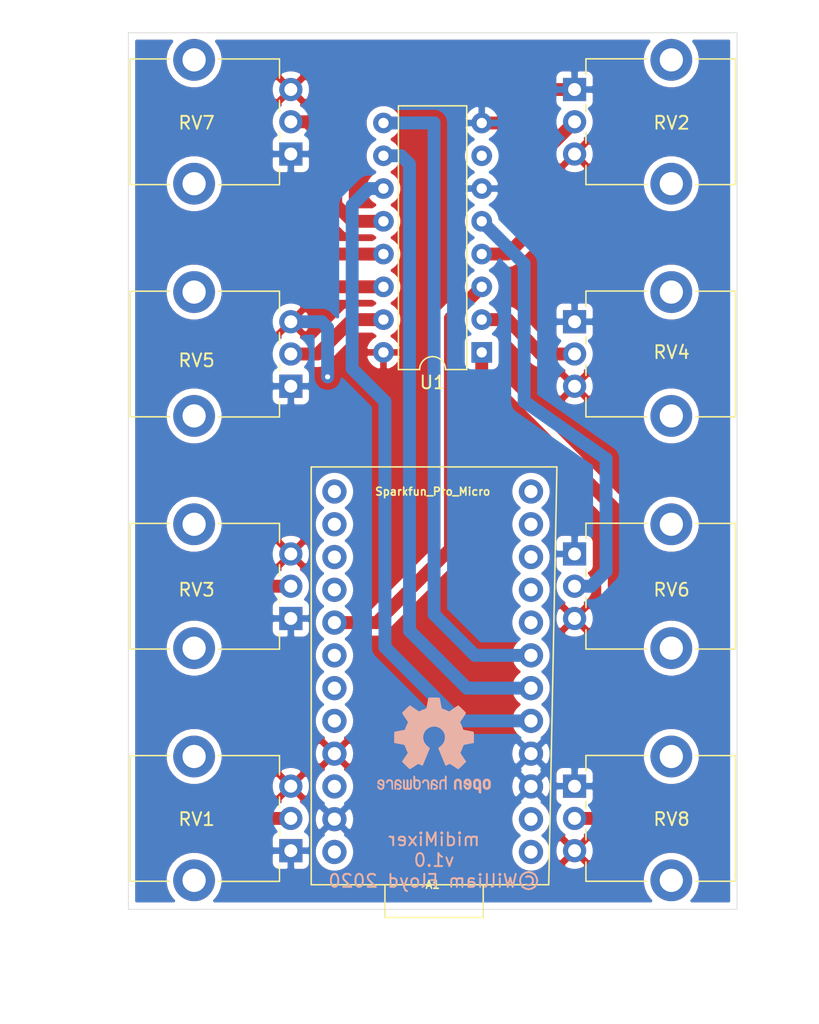
<source format=kicad_pcb>
(kicad_pcb (version 20171130) (host pcbnew "(5.1.5)-3")

  (general
    (thickness 1.6)
    (drawings 12)
    (tracks 66)
    (zones 0)
    (modules 11)
    (nets 32)
  )

  (page A4)
  (layers
    (0 F.Cu signal)
    (31 B.Cu signal)
    (32 B.Adhes user)
    (33 F.Adhes user)
    (34 B.Paste user)
    (35 F.Paste user)
    (36 B.SilkS user)
    (37 F.SilkS user)
    (38 B.Mask user)
    (39 F.Mask user)
    (40 Dwgs.User user)
    (41 Cmts.User user)
    (42 Eco1.User user)
    (43 Eco2.User user)
    (44 Edge.Cuts user)
    (45 Margin user)
    (46 B.CrtYd user)
    (47 F.CrtYd user)
    (48 B.Fab user)
    (49 F.Fab user)
  )

  (setup
    (last_trace_width 0.25)
    (trace_clearance 0.2)
    (zone_clearance 0.508)
    (zone_45_only no)
    (trace_min 0.2)
    (via_size 0.8)
    (via_drill 0.4)
    (via_min_size 0.4)
    (via_min_drill 0.3)
    (uvia_size 0.3)
    (uvia_drill 0.1)
    (uvias_allowed no)
    (uvia_min_size 0.2)
    (uvia_min_drill 0.1)
    (edge_width 0.05)
    (segment_width 0.2)
    (pcb_text_width 0.3)
    (pcb_text_size 1.5 1.5)
    (mod_edge_width 0.12)
    (mod_text_size 1 1)
    (mod_text_width 0.15)
    (pad_size 1.524 1.524)
    (pad_drill 0.762)
    (pad_to_mask_clearance 0.051)
    (solder_mask_min_width 0.25)
    (aux_axis_origin 0 0)
    (grid_origin 176.6 110.91)
    (visible_elements 7FFFFFFF)
    (pcbplotparams
      (layerselection 0x010f0_ffffffff)
      (usegerberextensions false)
      (usegerberattributes false)
      (usegerberadvancedattributes false)
      (creategerberjobfile false)
      (excludeedgelayer true)
      (linewidth 0.100000)
      (plotframeref false)
      (viasonmask false)
      (mode 1)
      (useauxorigin false)
      (hpglpennumber 1)
      (hpglpenspeed 20)
      (hpglpendiameter 15.000000)
      (psnegative false)
      (psa4output false)
      (plotreference true)
      (plotvalue true)
      (plotinvisibletext false)
      (padsonsilk false)
      (subtractmaskfromsilk false)
      (outputformat 1)
      (mirror false)
      (drillshape 0)
      (scaleselection 1)
      (outputdirectory "C:/Users/William/Downloads/KiCAD/midiMixer/Gerber/"))
  )

  (net 0 "")
  (net 1 "Net-(A1-Pad21)")
  (net 2 "Net-(A1-Pad20)")
  (net 3 "Net-(A1-Pad19)")
  (net 4 "Net-(A1-Pad18)")
  (net 5 "Net-(A1-Pad16)")
  (net 6 "Net-(A1-Pad15)")
  (net 7 "Net-(A1-Pad14)")
  (net 8 "Net-(A1-Pad10)")
  (net 9 "Net-(A1-Pad9)")
  (net 10 "Net-(A1-Pad8)")
  (net 11 "Net-(A1-Pad7)")
  (net 12 "Net-(A1-Pad6)")
  (net 13 "Net-(A1-Pad5)")
  (net 14 "Net-(A1-Pad2)")
  (net 15 "Net-(A1-Pad1)")
  (net 16 GND)
  (net 17 "Net-(RV1-Pad2)")
  (net 18 "Net-(RV2-Pad2)")
  (net 19 "Net-(RV3-Pad2)")
  (net 20 "Net-(RV4-Pad2)")
  (net 21 "Net-(RV5-Pad2)")
  (net 22 "Net-(RV6-Pad2)")
  (net 23 "Net-(RV7-Pad2)")
  (net 24 "Net-(RV8-Pad2)")
  (net 25 "Net-(U1-Pad7)")
  (net 26 "Net-(A1-Pad24)")
  (net 27 "Net-(A1-Pad22)")
  (net 28 "Net-(A1-Pad17)")
  (net 29 "Net-(A1-Pad13)")
  (net 30 "Net-(A1-Pad12)")
  (net 31 "Net-(A1-Pad11)")

  (net_class Default "This is the default net class."
    (clearance 0.2)
    (trace_width 0.25)
    (via_dia 0.8)
    (via_drill 0.4)
    (uvia_dia 0.3)
    (uvia_drill 0.1)
    (add_net GND)
    (add_net "Net-(A1-Pad1)")
    (add_net "Net-(A1-Pad10)")
    (add_net "Net-(A1-Pad11)")
    (add_net "Net-(A1-Pad12)")
    (add_net "Net-(A1-Pad13)")
    (add_net "Net-(A1-Pad14)")
    (add_net "Net-(A1-Pad15)")
    (add_net "Net-(A1-Pad16)")
    (add_net "Net-(A1-Pad17)")
    (add_net "Net-(A1-Pad18)")
    (add_net "Net-(A1-Pad19)")
    (add_net "Net-(A1-Pad2)")
    (add_net "Net-(A1-Pad20)")
    (add_net "Net-(A1-Pad21)")
    (add_net "Net-(A1-Pad22)")
    (add_net "Net-(A1-Pad24)")
    (add_net "Net-(A1-Pad5)")
    (add_net "Net-(A1-Pad6)")
    (add_net "Net-(A1-Pad7)")
    (add_net "Net-(A1-Pad8)")
    (add_net "Net-(A1-Pad9)")
    (add_net "Net-(RV1-Pad2)")
    (add_net "Net-(RV2-Pad2)")
    (add_net "Net-(RV3-Pad2)")
    (add_net "Net-(RV4-Pad2)")
    (add_net "Net-(RV5-Pad2)")
    (add_net "Net-(RV6-Pad2)")
    (add_net "Net-(RV7-Pad2)")
    (add_net "Net-(RV8-Pad2)")
    (add_net "Net-(U1-Pad7)")
  )

  (module Symbol:OSHW-Logo2_9.8x8mm_SilkScreen (layer B.Cu) (tedit 0) (tstamp 5E9228C3)
    (at 153.105 98.845 180)
    (descr "Open Source Hardware Symbol")
    (tags "Logo Symbol OSHW")
    (attr virtual)
    (fp_text reference REF** (at 0 0) (layer B.SilkS) hide
      (effects (font (size 1 1) (thickness 0.15)) (justify mirror))
    )
    (fp_text value OSHW-Logo2_9.8x8mm_SilkScreen (at 0.75 0) (layer B.Fab) hide
      (effects (font (size 1 1) (thickness 0.15)) (justify mirror))
    )
    (fp_poly (pts (xy 0.139878 3.712224) (xy 0.245612 3.711645) (xy 0.322132 3.710078) (xy 0.374372 3.707028)
      (xy 0.407263 3.702004) (xy 0.425737 3.694511) (xy 0.434727 3.684056) (xy 0.439163 3.670147)
      (xy 0.439594 3.668346) (xy 0.446333 3.635855) (xy 0.458808 3.571748) (xy 0.475719 3.482849)
      (xy 0.495771 3.375981) (xy 0.517664 3.257967) (xy 0.518429 3.253822) (xy 0.540359 3.138169)
      (xy 0.560877 3.035986) (xy 0.578659 2.953402) (xy 0.592381 2.896544) (xy 0.600718 2.871542)
      (xy 0.601116 2.871099) (xy 0.625677 2.85889) (xy 0.676315 2.838544) (xy 0.742095 2.814455)
      (xy 0.742461 2.814326) (xy 0.825317 2.783182) (xy 0.923 2.743509) (xy 1.015077 2.703619)
      (xy 1.019434 2.701647) (xy 1.169407 2.63358) (xy 1.501498 2.860361) (xy 1.603374 2.929496)
      (xy 1.695657 2.991303) (xy 1.773003 3.042267) (xy 1.830064 3.078873) (xy 1.861495 3.097606)
      (xy 1.864479 3.098996) (xy 1.887321 3.09281) (xy 1.929982 3.062965) (xy 1.994128 3.008053)
      (xy 2.081421 2.926666) (xy 2.170535 2.840078) (xy 2.256441 2.754753) (xy 2.333327 2.676892)
      (xy 2.396564 2.611303) (xy 2.441523 2.562795) (xy 2.463576 2.536175) (xy 2.464396 2.534805)
      (xy 2.466834 2.516537) (xy 2.45765 2.486705) (xy 2.434574 2.441279) (xy 2.395337 2.37623)
      (xy 2.33767 2.28753) (xy 2.260795 2.173343) (xy 2.19257 2.072838) (xy 2.131582 1.982697)
      (xy 2.081356 1.908151) (xy 2.045416 1.854435) (xy 2.027287 1.826782) (xy 2.026146 1.824905)
      (xy 2.028359 1.79841) (xy 2.045138 1.746914) (xy 2.073142 1.680149) (xy 2.083122 1.658828)
      (xy 2.126672 1.563841) (xy 2.173134 1.456063) (xy 2.210877 1.362808) (xy 2.238073 1.293594)
      (xy 2.259675 1.240994) (xy 2.272158 1.213503) (xy 2.273709 1.211384) (xy 2.296668 1.207876)
      (xy 2.350786 1.198262) (xy 2.428868 1.183911) (xy 2.523719 1.166193) (xy 2.628143 1.146475)
      (xy 2.734944 1.126126) (xy 2.836926 1.106514) (xy 2.926894 1.089009) (xy 2.997653 1.074978)
      (xy 3.042006 1.065791) (xy 3.052885 1.063193) (xy 3.064122 1.056782) (xy 3.072605 1.042303)
      (xy 3.078714 1.014867) (xy 3.082832 0.969589) (xy 3.085341 0.90158) (xy 3.086621 0.805953)
      (xy 3.087054 0.67782) (xy 3.087077 0.625299) (xy 3.087077 0.198155) (xy 2.9845 0.177909)
      (xy 2.927431 0.16693) (xy 2.842269 0.150905) (xy 2.739372 0.131767) (xy 2.629096 0.111449)
      (xy 2.598615 0.105868) (xy 2.496855 0.086083) (xy 2.408205 0.066627) (xy 2.340108 0.049303)
      (xy 2.300004 0.035912) (xy 2.293323 0.031921) (xy 2.276919 0.003658) (xy 2.253399 -0.051109)
      (xy 2.227316 -0.121588) (xy 2.222142 -0.136769) (xy 2.187956 -0.230896) (xy 2.145523 -0.337101)
      (xy 2.103997 -0.432473) (xy 2.103792 -0.432916) (xy 2.03464 -0.582525) (xy 2.489512 -1.251617)
      (xy 2.1975 -1.544116) (xy 2.10918 -1.63117) (xy 2.028625 -1.707909) (xy 1.96036 -1.770237)
      (xy 1.908908 -1.814056) (xy 1.878794 -1.83527) (xy 1.874474 -1.836616) (xy 1.849111 -1.826016)
      (xy 1.797358 -1.796547) (xy 1.724868 -1.751705) (xy 1.637294 -1.694984) (xy 1.542612 -1.631462)
      (xy 1.446516 -1.566668) (xy 1.360837 -1.510287) (xy 1.291016 -1.465788) (xy 1.242494 -1.436639)
      (xy 1.220782 -1.426308) (xy 1.194293 -1.43505) (xy 1.144062 -1.458087) (xy 1.080451 -1.490631)
      (xy 1.073708 -1.494249) (xy 0.988046 -1.53721) (xy 0.929306 -1.558279) (xy 0.892772 -1.558503)
      (xy 0.873731 -1.538928) (xy 0.87362 -1.538654) (xy 0.864102 -1.515472) (xy 0.841403 -1.460441)
      (xy 0.807282 -1.377822) (xy 0.7635 -1.271872) (xy 0.711816 -1.146852) (xy 0.653992 -1.00702)
      (xy 0.597991 -0.871637) (xy 0.536447 -0.722234) (xy 0.479939 -0.583832) (xy 0.430161 -0.460673)
      (xy 0.388806 -0.357002) (xy 0.357568 -0.277059) (xy 0.338141 -0.225088) (xy 0.332154 -0.205692)
      (xy 0.347168 -0.183443) (xy 0.386439 -0.147982) (xy 0.438807 -0.108887) (xy 0.587941 0.014755)
      (xy 0.704511 0.156478) (xy 0.787118 0.313296) (xy 0.834366 0.482225) (xy 0.844857 0.660278)
      (xy 0.837231 0.742461) (xy 0.795682 0.912969) (xy 0.724123 1.063541) (xy 0.626995 1.192691)
      (xy 0.508734 1.298936) (xy 0.37378 1.38079) (xy 0.226571 1.436768) (xy 0.071544 1.465385)
      (xy -0.086861 1.465156) (xy -0.244206 1.434595) (xy -0.396054 1.372218) (xy -0.537965 1.27654)
      (xy -0.597197 1.222428) (xy -0.710797 1.08348) (xy -0.789894 0.931639) (xy -0.835014 0.771333)
      (xy -0.846684 0.606988) (xy -0.825431 0.443029) (xy -0.77178 0.283882) (xy -0.68626 0.133975)
      (xy -0.569395 -0.002267) (xy -0.438807 -0.108887) (xy -0.384412 -0.149642) (xy -0.345986 -0.184718)
      (xy -0.332154 -0.205726) (xy -0.339397 -0.228635) (xy -0.359995 -0.283365) (xy -0.392254 -0.365672)
      (xy -0.434479 -0.471315) (xy -0.484977 -0.59605) (xy -0.542052 -0.735636) (xy -0.598146 -0.87167)
      (xy -0.660033 -1.021201) (xy -0.717356 -1.159767) (xy -0.768356 -1.283107) (xy -0.811273 -1.386964)
      (xy -0.844347 -1.46708) (xy -0.865819 -1.519195) (xy -0.873775 -1.538654) (xy -0.892571 -1.558423)
      (xy -0.928926 -1.558365) (xy -0.987521 -1.537441) (xy -1.073032 -1.494613) (xy -1.073708 -1.494249)
      (xy -1.138093 -1.461012) (xy -1.190139 -1.436802) (xy -1.219488 -1.426404) (xy -1.220783 -1.426308)
      (xy -1.242876 -1.436855) (xy -1.291652 -1.466184) (xy -1.361669 -1.510827) (xy -1.447486 -1.567314)
      (xy -1.542612 -1.631462) (xy -1.63946 -1.696411) (xy -1.726747 -1.752896) (xy -1.798819 -1.797421)
      (xy -1.850023 -1.82649) (xy -1.874474 -1.836616) (xy -1.89699 -1.823307) (xy -1.942258 -1.786112)
      (xy -2.005756 -1.729128) (xy -2.082961 -1.656449) (xy -2.169349 -1.572171) (xy -2.197601 -1.544016)
      (xy -2.489713 -1.251416) (xy -2.267369 -0.925104) (xy -2.199798 -0.824897) (xy -2.140493 -0.734963)
      (xy -2.092783 -0.66051) (xy -2.059993 -0.606751) (xy -2.045452 -0.578894) (xy -2.045026 -0.576912)
      (xy -2.052692 -0.550655) (xy -2.073311 -0.497837) (xy -2.103315 -0.42731) (xy -2.124375 -0.380093)
      (xy -2.163752 -0.289694) (xy -2.200835 -0.198366) (xy -2.229585 -0.1212) (xy -2.237395 -0.097692)
      (xy -2.259583 -0.034916) (xy -2.281273 0.013589) (xy -2.293187 0.031921) (xy -2.319477 0.043141)
      (xy -2.376858 0.059046) (xy -2.457882 0.077833) (xy -2.555105 0.097701) (xy -2.598615 0.105868)
      (xy -2.709104 0.126171) (xy -2.815084 0.14583) (xy -2.906199 0.162912) (xy -2.972092 0.175482)
      (xy -2.9845 0.177909) (xy -3.087077 0.198155) (xy -3.087077 0.625299) (xy -3.086847 0.765754)
      (xy -3.085901 0.872021) (xy -3.083859 0.948987) (xy -3.080338 1.00154) (xy -3.074957 1.034567)
      (xy -3.067334 1.052955) (xy -3.057088 1.061592) (xy -3.052885 1.063193) (xy -3.02753 1.068873)
      (xy -2.971516 1.080205) (xy -2.892036 1.095821) (xy -2.796288 1.114353) (xy -2.691467 1.134431)
      (xy -2.584768 1.154688) (xy -2.483387 1.173754) (xy -2.394521 1.190261) (xy -2.325363 1.202841)
      (xy -2.283111 1.210125) (xy -2.27371 1.211384) (xy -2.265193 1.228237) (xy -2.24634 1.27313)
      (xy -2.220676 1.33757) (xy -2.210877 1.362808) (xy -2.171352 1.460314) (xy -2.124808 1.568041)
      (xy -2.083123 1.658828) (xy -2.05245 1.728247) (xy -2.032044 1.78529) (xy -2.025232 1.820223)
      (xy -2.026318 1.824905) (xy -2.040715 1.847009) (xy -2.073588 1.896169) (xy -2.12141 1.967152)
      (xy -2.180652 2.054722) (xy -2.247785 2.153643) (xy -2.261059 2.17317) (xy -2.338954 2.28886)
      (xy -2.396213 2.376956) (xy -2.435119 2.441514) (xy -2.457956 2.486589) (xy -2.467006 2.516237)
      (xy -2.464552 2.534515) (xy -2.464489 2.534631) (xy -2.445173 2.558639) (xy -2.402449 2.605053)
      (xy -2.340949 2.669063) (xy -2.265302 2.745855) (xy -2.180139 2.830618) (xy -2.170535 2.840078)
      (xy -2.06321 2.944011) (xy -1.980385 3.020325) (xy -1.920395 3.070429) (xy -1.881577 3.09573)
      (xy -1.86448 3.098996) (xy -1.839527 3.08475) (xy -1.787745 3.051844) (xy -1.71448 3.003792)
      (xy -1.62508 2.94411) (xy -1.524889 2.876312) (xy -1.501499 2.860361) (xy -1.169407 2.63358)
      (xy -1.019435 2.701647) (xy -0.92823 2.741315) (xy -0.830331 2.781209) (xy -0.746169 2.813017)
      (xy -0.742462 2.814326) (xy -0.676631 2.838424) (xy -0.625884 2.8588) (xy -0.601158 2.871064)
      (xy -0.601116 2.871099) (xy -0.593271 2.893266) (xy -0.579934 2.947783) (xy -0.56243 3.02852)
      (xy -0.542083 3.12935) (xy -0.520218 3.244144) (xy -0.518429 3.253822) (xy -0.496496 3.372096)
      (xy -0.47636 3.479458) (xy -0.45932 3.569083) (xy -0.446672 3.634149) (xy -0.439716 3.667832)
      (xy -0.439594 3.668346) (xy -0.435361 3.682675) (xy -0.427129 3.693493) (xy -0.409967 3.701294)
      (xy -0.378942 3.706571) (xy -0.329122 3.709818) (xy -0.255576 3.711528) (xy -0.153371 3.712193)
      (xy -0.017575 3.712307) (xy 0 3.712308) (xy 0.139878 3.712224)) (layer B.SilkS) (width 0.01))
    (fp_poly (pts (xy 4.245224 -2.647838) (xy 4.322528 -2.698361) (xy 4.359814 -2.74359) (xy 4.389353 -2.825663)
      (xy 4.391699 -2.890607) (xy 4.386385 -2.977445) (xy 4.186115 -3.065103) (xy 4.088739 -3.109887)
      (xy 4.025113 -3.145913) (xy 3.992029 -3.177117) (xy 3.98628 -3.207436) (xy 4.004658 -3.240805)
      (xy 4.024923 -3.262923) (xy 4.083889 -3.298393) (xy 4.148024 -3.300879) (xy 4.206926 -3.273235)
      (xy 4.250197 -3.21832) (xy 4.257936 -3.198928) (xy 4.295006 -3.138364) (xy 4.337654 -3.112552)
      (xy 4.396154 -3.090471) (xy 4.396154 -3.174184) (xy 4.390982 -3.23115) (xy 4.370723 -3.279189)
      (xy 4.328262 -3.334346) (xy 4.321951 -3.341514) (xy 4.27472 -3.390585) (xy 4.234121 -3.41692)
      (xy 4.183328 -3.429035) (xy 4.14122 -3.433003) (xy 4.065902 -3.433991) (xy 4.012286 -3.421466)
      (xy 3.978838 -3.402869) (xy 3.926268 -3.361975) (xy 3.889879 -3.317748) (xy 3.86685 -3.262126)
      (xy 3.854359 -3.187047) (xy 3.849587 -3.084449) (xy 3.849206 -3.032376) (xy 3.850501 -2.969948)
      (xy 3.968471 -2.969948) (xy 3.969839 -3.003438) (xy 3.973249 -3.008923) (xy 3.995753 -3.001472)
      (xy 4.044182 -2.981753) (xy 4.108908 -2.953718) (xy 4.122443 -2.947692) (xy 4.204244 -2.906096)
      (xy 4.249312 -2.869538) (xy 4.259217 -2.835296) (xy 4.235526 -2.800648) (xy 4.21596 -2.785339)
      (xy 4.14536 -2.754721) (xy 4.07928 -2.75978) (xy 4.023959 -2.797151) (xy 3.985636 -2.863473)
      (xy 3.973349 -2.916116) (xy 3.968471 -2.969948) (xy 3.850501 -2.969948) (xy 3.85173 -2.91072)
      (xy 3.861032 -2.82071) (xy 3.87946 -2.755167) (xy 3.90936 -2.706912) (xy 3.95308 -2.668767)
      (xy 3.972141 -2.65644) (xy 4.058726 -2.624336) (xy 4.153522 -2.622316) (xy 4.245224 -2.647838)) (layer B.SilkS) (width 0.01))
    (fp_poly (pts (xy 3.570807 -2.636782) (xy 3.594161 -2.646988) (xy 3.649902 -2.691134) (xy 3.697569 -2.754967)
      (xy 3.727048 -2.823087) (xy 3.731846 -2.85667) (xy 3.71576 -2.903556) (xy 3.680475 -2.928365)
      (xy 3.642644 -2.943387) (xy 3.625321 -2.946155) (xy 3.616886 -2.926066) (xy 3.60023 -2.882351)
      (xy 3.592923 -2.862598) (xy 3.551948 -2.794271) (xy 3.492622 -2.760191) (xy 3.416552 -2.761239)
      (xy 3.410918 -2.762581) (xy 3.370305 -2.781836) (xy 3.340448 -2.819375) (xy 3.320055 -2.879809)
      (xy 3.307836 -2.967751) (xy 3.3025 -3.087813) (xy 3.302 -3.151698) (xy 3.301752 -3.252403)
      (xy 3.300126 -3.321054) (xy 3.295801 -3.364673) (xy 3.287454 -3.390282) (xy 3.273765 -3.404903)
      (xy 3.253411 -3.415558) (xy 3.252234 -3.416095) (xy 3.213038 -3.432667) (xy 3.193619 -3.438769)
      (xy 3.190635 -3.420319) (xy 3.188081 -3.369323) (xy 3.18614 -3.292308) (xy 3.184997 -3.195805)
      (xy 3.184769 -3.125184) (xy 3.185932 -2.988525) (xy 3.190479 -2.884851) (xy 3.199999 -2.808108)
      (xy 3.216081 -2.752246) (xy 3.240313 -2.711212) (xy 3.274286 -2.678954) (xy 3.307833 -2.65644)
      (xy 3.388499 -2.626476) (xy 3.482381 -2.619718) (xy 3.570807 -2.636782)) (layer B.SilkS) (width 0.01))
    (fp_poly (pts (xy 2.887333 -2.633528) (xy 2.94359 -2.659117) (xy 2.987747 -2.690124) (xy 3.020101 -2.724795)
      (xy 3.042438 -2.76952) (xy 3.056546 -2.830692) (xy 3.064211 -2.914701) (xy 3.06722 -3.02794)
      (xy 3.067538 -3.102509) (xy 3.067538 -3.39342) (xy 3.017773 -3.416095) (xy 2.978576 -3.432667)
      (xy 2.959157 -3.438769) (xy 2.955442 -3.42061) (xy 2.952495 -3.371648) (xy 2.950691 -3.300153)
      (xy 2.950308 -3.243385) (xy 2.948661 -3.161371) (xy 2.944222 -3.096309) (xy 2.93774 -3.056467)
      (xy 2.93259 -3.048) (xy 2.897977 -3.056646) (xy 2.84364 -3.078823) (xy 2.780722 -3.108886)
      (xy 2.720368 -3.141192) (xy 2.673721 -3.170098) (xy 2.651926 -3.189961) (xy 2.651839 -3.190175)
      (xy 2.653714 -3.226935) (xy 2.670525 -3.262026) (xy 2.700039 -3.290528) (xy 2.743116 -3.300061)
      (xy 2.779932 -3.29895) (xy 2.832074 -3.298133) (xy 2.859444 -3.310349) (xy 2.875882 -3.342624)
      (xy 2.877955 -3.34871) (xy 2.885081 -3.394739) (xy 2.866024 -3.422687) (xy 2.816353 -3.436007)
      (xy 2.762697 -3.43847) (xy 2.666142 -3.42021) (xy 2.616159 -3.394131) (xy 2.554429 -3.332868)
      (xy 2.52169 -3.25767) (xy 2.518753 -3.178211) (xy 2.546424 -3.104167) (xy 2.588047 -3.057769)
      (xy 2.629604 -3.031793) (xy 2.694922 -2.998907) (xy 2.771038 -2.965557) (xy 2.783726 -2.960461)
      (xy 2.867333 -2.923565) (xy 2.91553 -2.891046) (xy 2.93103 -2.858718) (xy 2.91655 -2.822394)
      (xy 2.891692 -2.794) (xy 2.832939 -2.759039) (xy 2.768293 -2.756417) (xy 2.709008 -2.783358)
      (xy 2.666339 -2.837088) (xy 2.660739 -2.85095) (xy 2.628133 -2.901936) (xy 2.58053 -2.939787)
      (xy 2.520461 -2.97085) (xy 2.520461 -2.882768) (xy 2.523997 -2.828951) (xy 2.539156 -2.786534)
      (xy 2.572768 -2.741279) (xy 2.605035 -2.70642) (xy 2.655209 -2.657062) (xy 2.694193 -2.630547)
      (xy 2.736064 -2.619911) (xy 2.78346 -2.618154) (xy 2.887333 -2.633528)) (layer B.SilkS) (width 0.01))
    (fp_poly (pts (xy 2.395929 -2.636662) (xy 2.398911 -2.688068) (xy 2.401247 -2.766192) (xy 2.402749 -2.864857)
      (xy 2.403231 -2.968343) (xy 2.403231 -3.318533) (xy 2.341401 -3.380363) (xy 2.298793 -3.418462)
      (xy 2.26139 -3.433895) (xy 2.21027 -3.432918) (xy 2.189978 -3.430433) (xy 2.126554 -3.4232)
      (xy 2.074095 -3.419055) (xy 2.061308 -3.418672) (xy 2.018199 -3.421176) (xy 1.956544 -3.427462)
      (xy 1.932638 -3.430433) (xy 1.873922 -3.435028) (xy 1.834464 -3.425046) (xy 1.795338 -3.394228)
      (xy 1.781215 -3.380363) (xy 1.719385 -3.318533) (xy 1.719385 -2.663503) (xy 1.76915 -2.640829)
      (xy 1.812002 -2.624034) (xy 1.837073 -2.618154) (xy 1.843501 -2.636736) (xy 1.849509 -2.688655)
      (xy 1.854697 -2.768172) (xy 1.858664 -2.869546) (xy 1.860577 -2.955192) (xy 1.865923 -3.292231)
      (xy 1.91256 -3.298825) (xy 1.954976 -3.294214) (xy 1.97576 -3.279287) (xy 1.98157 -3.251377)
      (xy 1.98653 -3.191925) (xy 1.990246 -3.108466) (xy 1.992324 -3.008532) (xy 1.992624 -2.957104)
      (xy 1.992923 -2.661054) (xy 2.054454 -2.639604) (xy 2.098004 -2.62502) (xy 2.121694 -2.618219)
      (xy 2.122377 -2.618154) (xy 2.124754 -2.636642) (xy 2.127366 -2.687906) (xy 2.129995 -2.765649)
      (xy 2.132421 -2.863574) (xy 2.134115 -2.955192) (xy 2.139461 -3.292231) (xy 2.256692 -3.292231)
      (xy 2.262072 -2.984746) (xy 2.267451 -2.677261) (xy 2.324601 -2.647707) (xy 2.366797 -2.627413)
      (xy 2.39177 -2.618204) (xy 2.392491 -2.618154) (xy 2.395929 -2.636662)) (layer B.SilkS) (width 0.01))
    (fp_poly (pts (xy 1.602081 -2.780289) (xy 1.601833 -2.92632) (xy 1.600872 -3.038655) (xy 1.598794 -3.122678)
      (xy 1.595193 -3.183769) (xy 1.589665 -3.227309) (xy 1.581804 -3.258679) (xy 1.571207 -3.283262)
      (xy 1.563182 -3.297294) (xy 1.496728 -3.373388) (xy 1.41247 -3.421084) (xy 1.319249 -3.438199)
      (xy 1.2259 -3.422546) (xy 1.170312 -3.394418) (xy 1.111957 -3.34576) (xy 1.072186 -3.286333)
      (xy 1.04819 -3.208507) (xy 1.037161 -3.104652) (xy 1.035599 -3.028462) (xy 1.035809 -3.022986)
      (xy 1.172308 -3.022986) (xy 1.173141 -3.110355) (xy 1.176961 -3.168192) (xy 1.185746 -3.206029)
      (xy 1.201474 -3.233398) (xy 1.220266 -3.254042) (xy 1.283375 -3.29389) (xy 1.351137 -3.297295)
      (xy 1.415179 -3.264025) (xy 1.420164 -3.259517) (xy 1.441439 -3.236067) (xy 1.454779 -3.208166)
      (xy 1.462001 -3.166641) (xy 1.464923 -3.102316) (xy 1.465385 -3.0312) (xy 1.464383 -2.941858)
      (xy 1.460238 -2.882258) (xy 1.451236 -2.843089) (xy 1.435667 -2.81504) (xy 1.422902 -2.800144)
      (xy 1.3636 -2.762575) (xy 1.295301 -2.758057) (xy 1.23011 -2.786753) (xy 1.217528 -2.797406)
      (xy 1.196111 -2.821063) (xy 1.182744 -2.849251) (xy 1.175566 -2.891245) (xy 1.172719 -2.956319)
      (xy 1.172308 -3.022986) (xy 1.035809 -3.022986) (xy 1.040322 -2.905765) (xy 1.056362 -2.813577)
      (xy 1.086528 -2.744269) (xy 1.133629 -2.690211) (xy 1.170312 -2.662505) (xy 1.23699 -2.632572)
      (xy 1.314272 -2.618678) (xy 1.38611 -2.622397) (xy 1.426308 -2.6374) (xy 1.442082 -2.64167)
      (xy 1.45255 -2.62575) (xy 1.459856 -2.583089) (xy 1.465385 -2.518106) (xy 1.471437 -2.445732)
      (xy 1.479844 -2.402187) (xy 1.495141 -2.377287) (xy 1.521864 -2.360845) (xy 1.538654 -2.353564)
      (xy 1.602154 -2.326963) (xy 1.602081 -2.780289)) (layer B.SilkS) (width 0.01))
    (fp_poly (pts (xy 0.713362 -2.62467) (xy 0.802117 -2.657421) (xy 0.874022 -2.71535) (xy 0.902144 -2.756128)
      (xy 0.932802 -2.830954) (xy 0.932165 -2.885058) (xy 0.899987 -2.921446) (xy 0.888081 -2.927633)
      (xy 0.836675 -2.946925) (xy 0.810422 -2.941982) (xy 0.80153 -2.909587) (xy 0.801077 -2.891692)
      (xy 0.784797 -2.825859) (xy 0.742365 -2.779807) (xy 0.683388 -2.757564) (xy 0.617475 -2.763161)
      (xy 0.563895 -2.792229) (xy 0.545798 -2.80881) (xy 0.532971 -2.828925) (xy 0.524306 -2.859332)
      (xy 0.518696 -2.906788) (xy 0.515035 -2.97805) (xy 0.512215 -3.079875) (xy 0.511484 -3.112115)
      (xy 0.50882 -3.22241) (xy 0.505792 -3.300036) (xy 0.50125 -3.351396) (xy 0.494046 -3.38289)
      (xy 0.483033 -3.40092) (xy 0.46706 -3.411888) (xy 0.456834 -3.416733) (xy 0.413406 -3.433301)
      (xy 0.387842 -3.438769) (xy 0.379395 -3.420507) (xy 0.374239 -3.365296) (xy 0.372346 -3.272499)
      (xy 0.373689 -3.141478) (xy 0.374107 -3.121269) (xy 0.377058 -3.001733) (xy 0.380548 -2.914449)
      (xy 0.385514 -2.852591) (xy 0.392893 -2.809336) (xy 0.403624 -2.77786) (xy 0.418645 -2.751339)
      (xy 0.426502 -2.739975) (xy 0.471553 -2.689692) (xy 0.52194 -2.650581) (xy 0.528108 -2.647167)
      (xy 0.618458 -2.620212) (xy 0.713362 -2.62467)) (layer B.SilkS) (width 0.01))
    (fp_poly (pts (xy 0.053501 -2.626303) (xy 0.13006 -2.654733) (xy 0.130936 -2.655279) (xy 0.178285 -2.690127)
      (xy 0.213241 -2.730852) (xy 0.237825 -2.783925) (xy 0.254062 -2.855814) (xy 0.263975 -2.952992)
      (xy 0.269586 -3.081928) (xy 0.270077 -3.100298) (xy 0.277141 -3.377287) (xy 0.217695 -3.408028)
      (xy 0.174681 -3.428802) (xy 0.14871 -3.438646) (xy 0.147509 -3.438769) (xy 0.143014 -3.420606)
      (xy 0.139444 -3.371612) (xy 0.137248 -3.300031) (xy 0.136769 -3.242068) (xy 0.136758 -3.14817)
      (xy 0.132466 -3.089203) (xy 0.117503 -3.061079) (xy 0.085482 -3.059706) (xy 0.030014 -3.080998)
      (xy -0.053731 -3.120136) (xy -0.115311 -3.152643) (xy -0.146983 -3.180845) (xy -0.156294 -3.211582)
      (xy -0.156308 -3.213104) (xy -0.140943 -3.266054) (xy -0.095453 -3.29466) (xy -0.025834 -3.298803)
      (xy 0.024313 -3.298084) (xy 0.050754 -3.312527) (xy 0.067243 -3.347218) (xy 0.076733 -3.391416)
      (xy 0.063057 -3.416493) (xy 0.057907 -3.420082) (xy 0.009425 -3.434496) (xy -0.058469 -3.436537)
      (xy -0.128388 -3.426983) (xy -0.177932 -3.409522) (xy -0.24643 -3.351364) (xy -0.285366 -3.270408)
      (xy -0.293077 -3.20716) (xy -0.287193 -3.150111) (xy -0.265899 -3.103542) (xy -0.223735 -3.062181)
      (xy -0.155241 -3.020755) (xy -0.054956 -2.973993) (xy -0.048846 -2.97135) (xy 0.04149 -2.929617)
      (xy 0.097235 -2.895391) (xy 0.121129 -2.864635) (xy 0.115913 -2.833311) (xy 0.084328 -2.797383)
      (xy 0.074883 -2.789116) (xy 0.011617 -2.757058) (xy -0.053936 -2.758407) (xy -0.111028 -2.789838)
      (xy -0.148907 -2.848024) (xy -0.152426 -2.859446) (xy -0.1867 -2.914837) (xy -0.230191 -2.941518)
      (xy -0.293077 -2.96796) (xy -0.293077 -2.899548) (xy -0.273948 -2.80011) (xy -0.217169 -2.708902)
      (xy -0.187622 -2.678389) (xy -0.120458 -2.639228) (xy -0.035044 -2.6215) (xy 0.053501 -2.626303)) (layer B.SilkS) (width 0.01))
    (fp_poly (pts (xy -0.840154 -2.49212) (xy -0.834428 -2.57198) (xy -0.827851 -2.619039) (xy -0.818738 -2.639566)
      (xy -0.805402 -2.639829) (xy -0.801077 -2.637378) (xy -0.743556 -2.619636) (xy -0.668732 -2.620672)
      (xy -0.592661 -2.63891) (xy -0.545082 -2.662505) (xy -0.496298 -2.700198) (xy -0.460636 -2.742855)
      (xy -0.436155 -2.797057) (xy -0.420913 -2.869384) (xy -0.41297 -2.966419) (xy -0.410384 -3.094742)
      (xy -0.410338 -3.119358) (xy -0.410308 -3.39587) (xy -0.471839 -3.41732) (xy -0.515541 -3.431912)
      (xy -0.539518 -3.438706) (xy -0.540223 -3.438769) (xy -0.542585 -3.420345) (xy -0.544594 -3.369526)
      (xy -0.546099 -3.292993) (xy -0.546947 -3.19743) (xy -0.547077 -3.139329) (xy -0.547349 -3.024771)
      (xy -0.548748 -2.942667) (xy -0.552151 -2.886393) (xy -0.558433 -2.849326) (xy -0.568471 -2.824844)
      (xy -0.583139 -2.806325) (xy -0.592298 -2.797406) (xy -0.655211 -2.761466) (xy -0.723864 -2.758775)
      (xy -0.786152 -2.78917) (xy -0.797671 -2.800144) (xy -0.814567 -2.820779) (xy -0.826286 -2.845256)
      (xy -0.833767 -2.880647) (xy -0.837946 -2.934026) (xy -0.839763 -3.012466) (xy -0.840154 -3.120617)
      (xy -0.840154 -3.39587) (xy -0.901685 -3.41732) (xy -0.945387 -3.431912) (xy -0.969364 -3.438706)
      (xy -0.97007 -3.438769) (xy -0.971874 -3.420069) (xy -0.9735 -3.367322) (xy -0.974883 -3.285557)
      (xy -0.975958 -3.179805) (xy -0.97666 -3.055094) (xy -0.976923 -2.916455) (xy -0.976923 -2.381806)
      (xy -0.849923 -2.328236) (xy -0.840154 -2.49212)) (layer B.SilkS) (width 0.01))
    (fp_poly (pts (xy -2.465746 -2.599745) (xy -2.388714 -2.651567) (xy -2.329184 -2.726412) (xy -2.293622 -2.821654)
      (xy -2.286429 -2.891756) (xy -2.287246 -2.921009) (xy -2.294086 -2.943407) (xy -2.312888 -2.963474)
      (xy -2.349592 -2.985733) (xy -2.410138 -3.014709) (xy -2.500466 -3.054927) (xy -2.500923 -3.055129)
      (xy -2.584067 -3.09321) (xy -2.652247 -3.127025) (xy -2.698495 -3.152933) (xy -2.715842 -3.167295)
      (xy -2.715846 -3.167411) (xy -2.700557 -3.198685) (xy -2.664804 -3.233157) (xy -2.623758 -3.25799)
      (xy -2.602963 -3.262923) (xy -2.54623 -3.245862) (xy -2.497373 -3.203133) (xy -2.473535 -3.156155)
      (xy -2.450603 -3.121522) (xy -2.405682 -3.082081) (xy -2.352877 -3.048009) (xy -2.30629 -3.02948)
      (xy -2.296548 -3.028462) (xy -2.285582 -3.045215) (xy -2.284921 -3.088039) (xy -2.29298 -3.145781)
      (xy -2.308173 -3.207289) (xy -2.328914 -3.261409) (xy -2.329962 -3.26351) (xy -2.392379 -3.35066)
      (xy -2.473274 -3.409939) (xy -2.565144 -3.439034) (xy -2.660487 -3.435634) (xy -2.751802 -3.397428)
      (xy -2.755862 -3.394741) (xy -2.827694 -3.329642) (xy -2.874927 -3.244705) (xy -2.901066 -3.133021)
      (xy -2.904574 -3.101643) (xy -2.910787 -2.953536) (xy -2.903339 -2.884468) (xy -2.715846 -2.884468)
      (xy -2.71341 -2.927552) (xy -2.700086 -2.940126) (xy -2.666868 -2.930719) (xy -2.614506 -2.908483)
      (xy -2.555976 -2.88061) (xy -2.554521 -2.879872) (xy -2.504911 -2.853777) (xy -2.485 -2.836363)
      (xy -2.48991 -2.818107) (xy -2.510584 -2.79412) (xy -2.563181 -2.759406) (xy -2.619823 -2.756856)
      (xy -2.670631 -2.782119) (xy -2.705724 -2.830847) (xy -2.715846 -2.884468) (xy -2.903339 -2.884468)
      (xy -2.898008 -2.835036) (xy -2.865222 -2.741055) (xy -2.819579 -2.675215) (xy -2.737198 -2.608681)
      (xy -2.646454 -2.575676) (xy -2.553815 -2.573573) (xy -2.465746 -2.599745)) (layer B.SilkS) (width 0.01))
    (fp_poly (pts (xy -3.983114 -2.587256) (xy -3.891536 -2.635409) (xy -3.823951 -2.712905) (xy -3.799943 -2.762727)
      (xy -3.781262 -2.837533) (xy -3.771699 -2.932052) (xy -3.770792 -3.03521) (xy -3.778079 -3.135935)
      (xy -3.793097 -3.223153) (xy -3.815385 -3.285791) (xy -3.822235 -3.296579) (xy -3.903368 -3.377105)
      (xy -3.999734 -3.425336) (xy -4.104299 -3.43945) (xy -4.210032 -3.417629) (xy -4.239457 -3.404547)
      (xy -4.296759 -3.364231) (xy -4.34705 -3.310775) (xy -4.351803 -3.303995) (xy -4.371122 -3.271321)
      (xy -4.383892 -3.236394) (xy -4.391436 -3.190414) (xy -4.395076 -3.124584) (xy -4.396135 -3.030105)
      (xy -4.396154 -3.008923) (xy -4.396106 -3.002182) (xy -4.200769 -3.002182) (xy -4.199632 -3.091349)
      (xy -4.195159 -3.15052) (xy -4.185754 -3.188741) (xy -4.169824 -3.215053) (xy -4.161692 -3.223846)
      (xy -4.114942 -3.257261) (xy -4.069553 -3.255737) (xy -4.02366 -3.226752) (xy -3.996288 -3.195809)
      (xy -3.980077 -3.150643) (xy -3.970974 -3.07942) (xy -3.970349 -3.071114) (xy -3.968796 -2.942037)
      (xy -3.985035 -2.846172) (xy -4.018848 -2.784107) (xy -4.070016 -2.756432) (xy -4.08828 -2.754923)
      (xy -4.13624 -2.762513) (xy -4.169047 -2.788808) (xy -4.189105 -2.839095) (xy -4.198822 -2.918664)
      (xy -4.200769 -3.002182) (xy -4.396106 -3.002182) (xy -4.395426 -2.908249) (xy -4.392371 -2.837906)
      (xy -4.385678 -2.789163) (xy -4.37404 -2.753288) (xy -4.356147 -2.721548) (xy -4.352192 -2.715648)
      (xy -4.285733 -2.636104) (xy -4.213315 -2.589929) (xy -4.125151 -2.571599) (xy -4.095213 -2.570703)
      (xy -3.983114 -2.587256)) (layer B.SilkS) (width 0.01))
    (fp_poly (pts (xy -1.728336 -2.595089) (xy -1.665633 -2.631358) (xy -1.622039 -2.667358) (xy -1.590155 -2.705075)
      (xy -1.56819 -2.751199) (xy -1.554351 -2.812421) (xy -1.546847 -2.895431) (xy -1.543883 -3.006919)
      (xy -1.543539 -3.087062) (xy -1.543539 -3.382065) (xy -1.709615 -3.456515) (xy -1.719385 -3.133402)
      (xy -1.723421 -3.012729) (xy -1.727656 -2.925141) (xy -1.732903 -2.86465) (xy -1.739975 -2.825268)
      (xy -1.749689 -2.801007) (xy -1.762856 -2.78588) (xy -1.767081 -2.782606) (xy -1.831091 -2.757034)
      (xy -1.895792 -2.767153) (xy -1.934308 -2.794) (xy -1.949975 -2.813024) (xy -1.96082 -2.837988)
      (xy -1.967712 -2.875834) (xy -1.971521 -2.933502) (xy -1.973117 -3.017935) (xy -1.973385 -3.105928)
      (xy -1.973437 -3.216323) (xy -1.975328 -3.294463) (xy -1.981655 -3.347165) (xy -1.995017 -3.381242)
      (xy -2.018015 -3.403511) (xy -2.053246 -3.420787) (xy -2.100303 -3.438738) (xy -2.151697 -3.458278)
      (xy -2.145579 -3.111485) (xy -2.143116 -2.986468) (xy -2.140233 -2.894082) (xy -2.136102 -2.827881)
      (xy -2.129893 -2.78142) (xy -2.120774 -2.748256) (xy -2.107917 -2.721944) (xy -2.092416 -2.698729)
      (xy -2.017629 -2.624569) (xy -1.926372 -2.581684) (xy -1.827117 -2.571412) (xy -1.728336 -2.595089)) (layer B.SilkS) (width 0.01))
    (fp_poly (pts (xy -3.231114 -2.584505) (xy -3.156461 -2.621727) (xy -3.090569 -2.690261) (xy -3.072423 -2.715648)
      (xy -3.052655 -2.748866) (xy -3.039828 -2.784945) (xy -3.03249 -2.833098) (xy -3.029187 -2.902536)
      (xy -3.028462 -2.994206) (xy -3.031737 -3.11983) (xy -3.043123 -3.214154) (xy -3.064959 -3.284523)
      (xy -3.099581 -3.338286) (xy -3.14933 -3.382788) (xy -3.152986 -3.385423) (xy -3.202015 -3.412377)
      (xy -3.261055 -3.425712) (xy -3.336141 -3.429) (xy -3.458205 -3.429) (xy -3.458256 -3.547497)
      (xy -3.459392 -3.613492) (xy -3.466314 -3.652202) (xy -3.484402 -3.675419) (xy -3.519038 -3.694933)
      (xy -3.527355 -3.69892) (xy -3.56628 -3.717603) (xy -3.596417 -3.729403) (xy -3.618826 -3.730422)
      (xy -3.634567 -3.716761) (xy -3.644698 -3.684522) (xy -3.650277 -3.629804) (xy -3.652365 -3.548711)
      (xy -3.652019 -3.437344) (xy -3.6503 -3.291802) (xy -3.649763 -3.248269) (xy -3.647828 -3.098205)
      (xy -3.646096 -3.000042) (xy -3.458308 -3.000042) (xy -3.457252 -3.083364) (xy -3.452562 -3.13788)
      (xy -3.441949 -3.173837) (xy -3.423128 -3.201482) (xy -3.41035 -3.214965) (xy -3.35811 -3.254417)
      (xy -3.311858 -3.257628) (xy -3.264133 -3.225049) (xy -3.262923 -3.223846) (xy -3.243506 -3.198668)
      (xy -3.231693 -3.164447) (xy -3.225735 -3.111748) (xy -3.22388 -3.031131) (xy -3.223846 -3.013271)
      (xy -3.22833 -2.902175) (xy -3.242926 -2.825161) (xy -3.26935 -2.778147) (xy -3.309317 -2.75705)
      (xy -3.332416 -2.754923) (xy -3.387238 -2.7649) (xy -3.424842 -2.797752) (xy -3.447477 -2.857857)
      (xy -3.457394 -2.949598) (xy -3.458308 -3.000042) (xy -3.646096 -3.000042) (xy -3.645778 -2.98206)
      (xy -3.643127 -2.894679) (xy -3.639394 -2.830905) (xy -3.634093 -2.785582) (xy -3.626742 -2.753555)
      (xy -3.616857 -2.729668) (xy -3.603954 -2.708764) (xy -3.598421 -2.700898) (xy -3.525031 -2.626595)
      (xy -3.43224 -2.584467) (xy -3.324904 -2.572722) (xy -3.231114 -2.584505)) (layer B.SilkS) (width 0.01))
  )

  (module Package_DIP:DIP-16_W7.62mm locked (layer F.Cu) (tedit 5A02E8C5) (tstamp 5E916231)
    (at 156.8 68.375 180)
    (descr "16-lead though-hole mounted DIP package, row spacing 7.62 mm (300 mils)")
    (tags "THT DIP DIL PDIP 2.54mm 7.62mm 300mil")
    (path /5E90FA2D)
    (fp_text reference U1 (at 3.81 -2.33) (layer F.SilkS)
      (effects (font (size 1 1) (thickness 0.15)))
    )
    (fp_text value CD4051B (at 3.81 20.11) (layer F.Fab)
      (effects (font (size 1 1) (thickness 0.15)))
    )
    (fp_text user %R (at 3.81 8.89) (layer F.Fab)
      (effects (font (size 1 1) (thickness 0.15)))
    )
    (fp_line (start 8.7 -1.55) (end -1.1 -1.55) (layer F.CrtYd) (width 0.05))
    (fp_line (start 8.7 19.3) (end 8.7 -1.55) (layer F.CrtYd) (width 0.05))
    (fp_line (start -1.1 19.3) (end 8.7 19.3) (layer F.CrtYd) (width 0.05))
    (fp_line (start -1.1 -1.55) (end -1.1 19.3) (layer F.CrtYd) (width 0.05))
    (fp_line (start 6.46 -1.33) (end 4.81 -1.33) (layer F.SilkS) (width 0.12))
    (fp_line (start 6.46 19.11) (end 6.46 -1.33) (layer F.SilkS) (width 0.12))
    (fp_line (start 1.16 19.11) (end 6.46 19.11) (layer F.SilkS) (width 0.12))
    (fp_line (start 1.16 -1.33) (end 1.16 19.11) (layer F.SilkS) (width 0.12))
    (fp_line (start 2.81 -1.33) (end 1.16 -1.33) (layer F.SilkS) (width 0.12))
    (fp_line (start 0.635 -0.27) (end 1.635 -1.27) (layer F.Fab) (width 0.1))
    (fp_line (start 0.635 19.05) (end 0.635 -0.27) (layer F.Fab) (width 0.1))
    (fp_line (start 6.985 19.05) (end 0.635 19.05) (layer F.Fab) (width 0.1))
    (fp_line (start 6.985 -1.27) (end 6.985 19.05) (layer F.Fab) (width 0.1))
    (fp_line (start 1.635 -1.27) (end 6.985 -1.27) (layer F.Fab) (width 0.1))
    (fp_arc (start 3.81 -1.33) (end 2.81 -1.33) (angle -180) (layer F.SilkS) (width 0.12))
    (pad 16 thru_hole oval (at 7.62 0 180) (size 1.6 1.6) (drill 0.8) (layers *.Cu *.Mask)
      (net 1 "Net-(A1-Pad21)"))
    (pad 8 thru_hole oval (at 0 17.78 180) (size 1.6 1.6) (drill 0.8) (layers *.Cu *.Mask)
      (net 16 GND))
    (pad 15 thru_hole oval (at 7.62 2.54 180) (size 1.6 1.6) (drill 0.8) (layers *.Cu *.Mask)
      (net 21 "Net-(RV5-Pad2)"))
    (pad 7 thru_hole oval (at 0 15.24 180) (size 1.6 1.6) (drill 0.8) (layers *.Cu *.Mask)
      (net 25 "Net-(U1-Pad7)"))
    (pad 14 thru_hole oval (at 7.62 5.08 180) (size 1.6 1.6) (drill 0.8) (layers *.Cu *.Mask)
      (net 19 "Net-(RV3-Pad2)"))
    (pad 6 thru_hole oval (at 0 12.7 180) (size 1.6 1.6) (drill 0.8) (layers *.Cu *.Mask)
      (net 16 GND))
    (pad 13 thru_hole oval (at 7.62 7.62 180) (size 1.6 1.6) (drill 0.8) (layers *.Cu *.Mask)
      (net 17 "Net-(RV1-Pad2)"))
    (pad 5 thru_hole oval (at 0 10.16 180) (size 1.6 1.6) (drill 0.8) (layers *.Cu *.Mask)
      (net 22 "Net-(RV6-Pad2)"))
    (pad 12 thru_hole oval (at 7.62 10.16 180) (size 1.6 1.6) (drill 0.8) (layers *.Cu *.Mask)
      (net 23 "Net-(RV7-Pad2)"))
    (pad 4 thru_hole oval (at 0 7.62 180) (size 1.6 1.6) (drill 0.8) (layers *.Cu *.Mask)
      (net 18 "Net-(RV2-Pad2)"))
    (pad 11 thru_hole oval (at 7.62 12.7 180) (size 1.6 1.6) (drill 0.8) (layers *.Cu *.Mask)
      (net 13 "Net-(A1-Pad5)"))
    (pad 3 thru_hole oval (at 0 5.08 180) (size 1.6 1.6) (drill 0.8) (layers *.Cu *.Mask)
      (net 28 "Net-(A1-Pad17)"))
    (pad 10 thru_hole oval (at 7.62 15.24 180) (size 1.6 1.6) (drill 0.8) (layers *.Cu *.Mask)
      (net 12 "Net-(A1-Pad6)"))
    (pad 2 thru_hole oval (at 0 2.54 180) (size 1.6 1.6) (drill 0.8) (layers *.Cu *.Mask)
      (net 20 "Net-(RV4-Pad2)"))
    (pad 9 thru_hole oval (at 7.62 17.78 180) (size 1.6 1.6) (drill 0.8) (layers *.Cu *.Mask)
      (net 11 "Net-(A1-Pad7)"))
    (pad 1 thru_hole rect (at 0 0 180) (size 1.6 1.6) (drill 0.8) (layers *.Cu *.Mask)
      (net 24 "Net-(RV8-Pad2)"))
    (model ${KISYS3DMOD}/Package_DIP.3dshapes/DIP-16_W7.62mm.wrl
      (at (xyz 0 0 0))
      (scale (xyz 1 1 1))
      (rotate (xyz 0 0 0))
    )
  )

  (module Boards:SPARKFUN_PRO_MICRO locked (layer F.Cu) (tedit 200000) (tstamp 5E92029F)
    (at 153 94.4 180)
    (descr "SPARKFUN PRO MICO FOOTPRINT (WITH USB CONNECTOR)")
    (tags "SPARKFUN PRO MICO FOOTPRINT (WITH USB CONNECTOR)")
    (path /5E90E63C)
    (attr virtual)
    (fp_text reference A1 (at 0 -15.24) (layer F.SilkS)
      (effects (font (size 0.6096 0.6096) (thickness 0.127)))
    )
    (fp_text value Sparkfun_Pro_Micro (at 0 15.24) (layer F.SilkS)
      (effects (font (size 0.6096 0.6096) (thickness 0.127)))
    )
    (fp_text user USB (at -0.0508 -16.9164) (layer Dwgs.User)
      (effects (font (size 0.8128 0.8128) (thickness 0.1524)))
    )
    (fp_line (start 3.81 -17.78) (end 3.81 -16.51) (layer Dwgs.User) (width 0.127))
    (fp_line (start -3.81 -17.78) (end 3.81 -17.78) (layer Dwgs.User) (width 0.127))
    (fp_line (start -3.81 -16.51) (end -3.81 -17.78) (layer Dwgs.User) (width 0.127))
    (fp_line (start 8.89 -16.51) (end -8.89 -16.51) (layer Dwgs.User) (width 0.127))
    (fp_line (start 8.89 16.51) (end 8.89 -16.51) (layer Dwgs.User) (width 0.127))
    (fp_line (start -8.89 16.51) (end 8.89 16.51) (layer Dwgs.User) (width 0.127))
    (fp_line (start -8.89 -16.51) (end -8.89 16.51) (layer Dwgs.User) (width 0.127))
    (pad 24 thru_hole circle (at 7.62 -12.7 180) (size 1.8796 1.8796) (drill 1.016) (layers *.Cu *.Mask)
      (net 26 "Net-(A1-Pad24)") (solder_mask_margin 0.1016))
    (pad 23 thru_hole circle (at 7.62 -10.16 180) (size 1.8796 1.8796) (drill 1.016) (layers *.Cu *.Mask)
      (net 16 GND) (solder_mask_margin 0.1016))
    (pad 22 thru_hole circle (at 7.62 -7.62 180) (size 1.8796 1.8796) (drill 1.016) (layers *.Cu *.Mask)
      (net 27 "Net-(A1-Pad22)") (solder_mask_margin 0.1016))
    (pad 21 thru_hole circle (at 7.62 -5.08 180) (size 1.8796 1.8796) (drill 1.016) (layers *.Cu *.Mask)
      (net 1 "Net-(A1-Pad21)") (solder_mask_margin 0.1016))
    (pad 20 thru_hole circle (at 7.62 -2.54 180) (size 1.8796 1.8796) (drill 1.016) (layers *.Cu *.Mask)
      (net 2 "Net-(A1-Pad20)") (solder_mask_margin 0.1016))
    (pad 19 thru_hole circle (at 7.62 0 180) (size 1.8796 1.8796) (drill 1.016) (layers *.Cu *.Mask)
      (net 3 "Net-(A1-Pad19)") (solder_mask_margin 0.1016))
    (pad 18 thru_hole circle (at 7.62 2.54 180) (size 1.8796 1.8796) (drill 1.016) (layers *.Cu *.Mask)
      (net 4 "Net-(A1-Pad18)") (solder_mask_margin 0.1016))
    (pad 17 thru_hole circle (at 7.62 5.08 180) (size 1.8796 1.8796) (drill 1.016) (layers *.Cu *.Mask)
      (net 28 "Net-(A1-Pad17)") (solder_mask_margin 0.1016))
    (pad 16 thru_hole circle (at 7.62 7.62 180) (size 1.8796 1.8796) (drill 1.016) (layers *.Cu *.Mask)
      (net 5 "Net-(A1-Pad16)") (solder_mask_margin 0.1016))
    (pad 15 thru_hole circle (at 7.62 10.16 180) (size 1.8796 1.8796) (drill 1.016) (layers *.Cu *.Mask)
      (net 6 "Net-(A1-Pad15)") (solder_mask_margin 0.1016))
    (pad 14 thru_hole circle (at 7.62 12.7 180) (size 1.8796 1.8796) (drill 1.016) (layers *.Cu *.Mask)
      (net 7 "Net-(A1-Pad14)") (solder_mask_margin 0.1016))
    (pad 13 thru_hole circle (at 7.62 15.24 180) (size 1.8796 1.8796) (drill 1.016) (layers *.Cu *.Mask)
      (net 29 "Net-(A1-Pad13)") (solder_mask_margin 0.1016))
    (pad 12 thru_hole circle (at -7.62 15.24 180) (size 1.8796 1.8796) (drill 1.016) (layers *.Cu *.Mask)
      (net 30 "Net-(A1-Pad12)") (solder_mask_margin 0.1016))
    (pad 11 thru_hole circle (at -7.62 12.7 180) (size 1.8796 1.8796) (drill 1.016) (layers *.Cu *.Mask)
      (net 31 "Net-(A1-Pad11)") (solder_mask_margin 0.1016))
    (pad 10 thru_hole circle (at -7.62 10.16 180) (size 1.8796 1.8796) (drill 1.016) (layers *.Cu *.Mask)
      (net 8 "Net-(A1-Pad10)") (solder_mask_margin 0.1016))
    (pad 9 thru_hole circle (at -7.62 7.62 180) (size 1.8796 1.8796) (drill 1.016) (layers *.Cu *.Mask)
      (net 9 "Net-(A1-Pad9)") (solder_mask_margin 0.1016))
    (pad 8 thru_hole circle (at -7.62 5.08 180) (size 1.8796 1.8796) (drill 1.016) (layers *.Cu *.Mask)
      (net 10 "Net-(A1-Pad8)") (solder_mask_margin 0.1016))
    (pad 7 thru_hole circle (at -7.62 2.54 180) (size 1.8796 1.8796) (drill 1.016) (layers *.Cu *.Mask)
      (net 11 "Net-(A1-Pad7)") (solder_mask_margin 0.1016))
    (pad 6 thru_hole circle (at -7.62 0 180) (size 1.8796 1.8796) (drill 1.016) (layers *.Cu *.Mask)
      (net 12 "Net-(A1-Pad6)") (solder_mask_margin 0.1016))
    (pad 5 thru_hole circle (at -7.62 -2.54 180) (size 1.8796 1.8796) (drill 1.016) (layers *.Cu *.Mask)
      (net 13 "Net-(A1-Pad5)") (solder_mask_margin 0.1016))
    (pad 4 thru_hole circle (at -7.62 -5.08 180) (size 1.8796 1.8796) (drill 1.016) (layers *.Cu *.Mask)
      (net 16 GND) (solder_mask_margin 0.1016))
    (pad 3 thru_hole circle (at -7.62 -7.62 180) (size 1.8796 1.8796) (drill 1.016) (layers *.Cu *.Mask)
      (net 16 GND) (solder_mask_margin 0.1016))
    (pad 2 thru_hole circle (at -7.62 -10.16 180) (size 1.8796 1.8796) (drill 1.016) (layers *.Cu *.Mask)
      (net 14 "Net-(A1-Pad2)") (solder_mask_margin 0.1016))
    (pad 1 thru_hole circle (at -7.62 -12.7 180) (size 1.8796 1.8796) (drill 1.016) (layers *.Cu *.Mask)
      (net 15 "Net-(A1-Pad1)") (solder_mask_margin 0.1016))
  )

  (module Potentiometer_THT:Potentiometer_Alpha_RD901F-40-00D_Single_Vertical_CircularHoles locked (layer F.Cu) (tedit 5C6C6C48) (tstamp 5E920E97)
    (at 142 107 180)
    (descr "Potentiometer, vertical, 9mm, single, http://www.taiwanalpha.com.tw/downloads?target=products&id=113")
    (tags "potentiometer vertical 9mm single")
    (path /5E93D918)
    (fp_text reference RV1 (at 7.31 2.44 180) (layer F.SilkS)
      (effects (font (size 1 1) (thickness 0.15)))
    )
    (fp_text value 10K (at 0 10.11 180) (layer F.Fab)
      (effects (font (size 1 1) (thickness 0.15)))
    )
    (fp_text user %R (at 7.62 2.54) (layer F.Fab)
      (effects (font (size 1 1) (thickness 0.15)))
    )
    (fp_line (start -1.15 9.17) (end 12.6 9.17) (layer F.CrtYd) (width 0.05))
    (fp_line (start -1.15 -4.17) (end -1.15 9.17) (layer F.CrtYd) (width 0.05))
    (fp_line (start 12.6 -4.17) (end -1.15 -4.17) (layer F.CrtYd) (width 0.05))
    (fp_line (start 12.6 9.17) (end 12.6 -4.17) (layer F.CrtYd) (width 0.05))
    (fp_line (start 12.47 7.37) (end 12.47 -2.37) (layer F.SilkS) (width 0.12))
    (fp_line (start 0.88 7.37) (end 0.88 5.88) (layer F.SilkS) (width 0.12))
    (fp_line (start 9.41 7.37) (end 12.47 7.37) (layer F.SilkS) (width 0.12))
    (fp_line (start 0.88 -2.38) (end 5.6 -2.38) (layer F.SilkS) (width 0.12))
    (fp_circle (center 7.5 2.5) (end 7.5 -1) (layer F.Fab) (width 0.1))
    (fp_line (start 1 7.25) (end 1 -2.25) (layer F.Fab) (width 0.1))
    (fp_line (start 12.35 7.25) (end 12.35 -2.25) (layer F.Fab) (width 0.1))
    (fp_line (start 1 -2.25) (end 12.35 -2.25) (layer F.Fab) (width 0.1))
    (fp_line (start 1 7.25) (end 12.35 7.25) (layer F.Fab) (width 0.1))
    (fp_line (start 9.41 -2.37) (end 12.47 -2.37) (layer F.SilkS) (width 0.12))
    (fp_line (start 0.88 7.37) (end 5.6 7.37) (layer F.SilkS) (width 0.12))
    (fp_line (start 0.88 -1.19) (end 0.88 -2.37) (layer F.SilkS) (width 0.12))
    (fp_line (start 0.88 1.71) (end 0.88 1.18) (layer F.SilkS) (width 0.12))
    (fp_line (start 0.88 4.16) (end 0.88 3.33) (layer F.SilkS) (width 0.12))
    (pad 1 thru_hole rect (at 0 0 270) (size 1.8 1.8) (drill 1) (layers *.Cu *.Mask)
      (net 16 GND))
    (pad 2 thru_hole circle (at 0 2.5 270) (size 1.8 1.8) (drill 1) (layers *.Cu *.Mask)
      (net 17 "Net-(RV1-Pad2)"))
    (pad 3 thru_hole circle (at 0 5 270) (size 1.8 1.8) (drill 1) (layers *.Cu *.Mask)
      (net 1 "Net-(A1-Pad21)"))
    (pad "" thru_hole circle (at 7.5 7.3 270) (size 3.24 3.24) (drill 1.8) (layers *.Cu *.Mask))
    (pad "" thru_hole circle (at 7.5 -2.3 270) (size 3.24 3.24) (drill 1.8) (layers *.Cu *.Mask))
    (model ${KISYS3DMOD}/Potentiometer_THT.3dshapes/Potentiometer_Alpha_RD901F-40-00D_Single_Vertical.wrl
      (at (xyz 0 0 0))
      (scale (xyz 1 1 1))
      (rotate (xyz 0 0 0))
    )
  )

  (module Potentiometer_THT:Potentiometer_Alpha_RD901F-40-00D_Single_Vertical_CircularHoles locked (layer F.Cu) (tedit 5C6C6C48) (tstamp 5E920EB2)
    (at 164 48)
    (descr "Potentiometer, vertical, 9mm, single, http://www.taiwanalpha.com.tw/downloads?target=products&id=113")
    (tags "potentiometer vertical 9mm single")
    (path /5E92035A)
    (fp_text reference RV2 (at 7.52 2.585 180) (layer F.SilkS)
      (effects (font (size 1 1) (thickness 0.15)))
    )
    (fp_text value 10K (at 0 10.11 180) (layer F.Fab)
      (effects (font (size 1 1) (thickness 0.15)))
    )
    (fp_text user %R (at 7.62 2.54) (layer F.Fab)
      (effects (font (size 1 1) (thickness 0.15)))
    )
    (fp_line (start -1.15 9.17) (end 12.6 9.17) (layer F.CrtYd) (width 0.05))
    (fp_line (start -1.15 -4.17) (end -1.15 9.17) (layer F.CrtYd) (width 0.05))
    (fp_line (start 12.6 -4.17) (end -1.15 -4.17) (layer F.CrtYd) (width 0.05))
    (fp_line (start 12.6 9.17) (end 12.6 -4.17) (layer F.CrtYd) (width 0.05))
    (fp_line (start 12.47 7.37) (end 12.47 -2.37) (layer F.SilkS) (width 0.12))
    (fp_line (start 0.88 7.37) (end 0.88 5.88) (layer F.SilkS) (width 0.12))
    (fp_line (start 9.41 7.37) (end 12.47 7.37) (layer F.SilkS) (width 0.12))
    (fp_line (start 0.88 -2.38) (end 5.6 -2.38) (layer F.SilkS) (width 0.12))
    (fp_circle (center 7.5 2.5) (end 7.5 -1) (layer F.Fab) (width 0.1))
    (fp_line (start 1 7.25) (end 1 -2.25) (layer F.Fab) (width 0.1))
    (fp_line (start 12.35 7.25) (end 12.35 -2.25) (layer F.Fab) (width 0.1))
    (fp_line (start 1 -2.25) (end 12.35 -2.25) (layer F.Fab) (width 0.1))
    (fp_line (start 1 7.25) (end 12.35 7.25) (layer F.Fab) (width 0.1))
    (fp_line (start 9.41 -2.37) (end 12.47 -2.37) (layer F.SilkS) (width 0.12))
    (fp_line (start 0.88 7.37) (end 5.6 7.37) (layer F.SilkS) (width 0.12))
    (fp_line (start 0.88 -1.19) (end 0.88 -2.37) (layer F.SilkS) (width 0.12))
    (fp_line (start 0.88 1.71) (end 0.88 1.18) (layer F.SilkS) (width 0.12))
    (fp_line (start 0.88 4.16) (end 0.88 3.33) (layer F.SilkS) (width 0.12))
    (pad 1 thru_hole rect (at 0 0 90) (size 1.8 1.8) (drill 1) (layers *.Cu *.Mask)
      (net 16 GND))
    (pad 2 thru_hole circle (at 0 2.5 90) (size 1.8 1.8) (drill 1) (layers *.Cu *.Mask)
      (net 18 "Net-(RV2-Pad2)"))
    (pad 3 thru_hole circle (at 0 5 90) (size 1.8 1.8) (drill 1) (layers *.Cu *.Mask)
      (net 1 "Net-(A1-Pad21)"))
    (pad "" thru_hole circle (at 7.5 7.3 90) (size 3.24 3.24) (drill 1.8) (layers *.Cu *.Mask))
    (pad "" thru_hole circle (at 7.5 -2.3 90) (size 3.24 3.24) (drill 1.8) (layers *.Cu *.Mask))
    (model ${KISYS3DMOD}/Potentiometer_THT.3dshapes/Potentiometer_Alpha_RD901F-40-00D_Single_Vertical.wrl
      (at (xyz 0 0 0))
      (scale (xyz 1 1 1))
      (rotate (xyz 0 0 0))
    )
  )

  (module Potentiometer_THT:Potentiometer_Alpha_RD901F-40-00D_Single_Vertical_CircularHoles locked (layer F.Cu) (tedit 5C6C6C48) (tstamp 5E920ECD)
    (at 142 89 180)
    (descr "Potentiometer, vertical, 9mm, single, http://www.taiwanalpha.com.tw/downloads?target=products&id=113")
    (tags "potentiometer vertical 9mm single")
    (path /5E940328)
    (fp_text reference RV3 (at 7.31 2.22 180) (layer F.SilkS)
      (effects (font (size 1 1) (thickness 0.15)))
    )
    (fp_text value 10K (at 0 10.11 180) (layer F.Fab)
      (effects (font (size 1 1) (thickness 0.15)))
    )
    (fp_line (start 0.88 4.16) (end 0.88 3.33) (layer F.SilkS) (width 0.12))
    (fp_line (start 0.88 1.71) (end 0.88 1.18) (layer F.SilkS) (width 0.12))
    (fp_line (start 0.88 -1.19) (end 0.88 -2.37) (layer F.SilkS) (width 0.12))
    (fp_line (start 0.88 7.37) (end 5.6 7.37) (layer F.SilkS) (width 0.12))
    (fp_line (start 9.41 -2.37) (end 12.47 -2.37) (layer F.SilkS) (width 0.12))
    (fp_line (start 1 7.25) (end 12.35 7.25) (layer F.Fab) (width 0.1))
    (fp_line (start 1 -2.25) (end 12.35 -2.25) (layer F.Fab) (width 0.1))
    (fp_line (start 12.35 7.25) (end 12.35 -2.25) (layer F.Fab) (width 0.1))
    (fp_line (start 1 7.25) (end 1 -2.25) (layer F.Fab) (width 0.1))
    (fp_circle (center 7.5 2.5) (end 7.5 -1) (layer F.Fab) (width 0.1))
    (fp_line (start 0.88 -2.38) (end 5.6 -2.38) (layer F.SilkS) (width 0.12))
    (fp_line (start 9.41 7.37) (end 12.47 7.37) (layer F.SilkS) (width 0.12))
    (fp_line (start 0.88 7.37) (end 0.88 5.88) (layer F.SilkS) (width 0.12))
    (fp_line (start 12.47 7.37) (end 12.47 -2.37) (layer F.SilkS) (width 0.12))
    (fp_line (start 12.6 9.17) (end 12.6 -4.17) (layer F.CrtYd) (width 0.05))
    (fp_line (start 12.6 -4.17) (end -1.15 -4.17) (layer F.CrtYd) (width 0.05))
    (fp_line (start -1.15 -4.17) (end -1.15 9.17) (layer F.CrtYd) (width 0.05))
    (fp_line (start -1.15 9.17) (end 12.6 9.17) (layer F.CrtYd) (width 0.05))
    (fp_text user %R (at 7.62 2.54) (layer F.Fab)
      (effects (font (size 1 1) (thickness 0.15)))
    )
    (pad "" thru_hole circle (at 7.5 -2.3 270) (size 3.24 3.24) (drill 1.8) (layers *.Cu *.Mask))
    (pad "" thru_hole circle (at 7.5 7.3 270) (size 3.24 3.24) (drill 1.8) (layers *.Cu *.Mask))
    (pad 3 thru_hole circle (at 0 5 270) (size 1.8 1.8) (drill 1) (layers *.Cu *.Mask)
      (net 1 "Net-(A1-Pad21)"))
    (pad 2 thru_hole circle (at 0 2.5 270) (size 1.8 1.8) (drill 1) (layers *.Cu *.Mask)
      (net 19 "Net-(RV3-Pad2)"))
    (pad 1 thru_hole rect (at 0 0 270) (size 1.8 1.8) (drill 1) (layers *.Cu *.Mask)
      (net 16 GND))
    (model ${KISYS3DMOD}/Potentiometer_THT.3dshapes/Potentiometer_Alpha_RD901F-40-00D_Single_Vertical.wrl
      (at (xyz 0 0 0))
      (scale (xyz 1 1 1))
      (rotate (xyz 0 0 0))
    )
  )

  (module Potentiometer_THT:Potentiometer_Alpha_RD901F-40-00D_Single_Vertical_CircularHoles locked (layer F.Cu) (tedit 5C6C6C48) (tstamp 5E920EE8)
    (at 164 66)
    (descr "Potentiometer, vertical, 9mm, single, http://www.taiwanalpha.com.tw/downloads?target=products&id=113")
    (tags "potentiometer vertical 9mm single")
    (path /5E9338BB)
    (fp_text reference RV4 (at 7.52 2.365 180) (layer F.SilkS)
      (effects (font (size 1 1) (thickness 0.15)))
    )
    (fp_text value 10K (at 0 10.11 180) (layer F.Fab)
      (effects (font (size 1 1) (thickness 0.15)))
    )
    (fp_line (start 0.88 4.16) (end 0.88 3.33) (layer F.SilkS) (width 0.12))
    (fp_line (start 0.88 1.71) (end 0.88 1.18) (layer F.SilkS) (width 0.12))
    (fp_line (start 0.88 -1.19) (end 0.88 -2.37) (layer F.SilkS) (width 0.12))
    (fp_line (start 0.88 7.37) (end 5.6 7.37) (layer F.SilkS) (width 0.12))
    (fp_line (start 9.41 -2.37) (end 12.47 -2.37) (layer F.SilkS) (width 0.12))
    (fp_line (start 1 7.25) (end 12.35 7.25) (layer F.Fab) (width 0.1))
    (fp_line (start 1 -2.25) (end 12.35 -2.25) (layer F.Fab) (width 0.1))
    (fp_line (start 12.35 7.25) (end 12.35 -2.25) (layer F.Fab) (width 0.1))
    (fp_line (start 1 7.25) (end 1 -2.25) (layer F.Fab) (width 0.1))
    (fp_circle (center 7.5 2.5) (end 7.5 -1) (layer F.Fab) (width 0.1))
    (fp_line (start 0.88 -2.38) (end 5.6 -2.38) (layer F.SilkS) (width 0.12))
    (fp_line (start 9.41 7.37) (end 12.47 7.37) (layer F.SilkS) (width 0.12))
    (fp_line (start 0.88 7.37) (end 0.88 5.88) (layer F.SilkS) (width 0.12))
    (fp_line (start 12.47 7.37) (end 12.47 -2.37) (layer F.SilkS) (width 0.12))
    (fp_line (start 12.6 9.17) (end 12.6 -4.17) (layer F.CrtYd) (width 0.05))
    (fp_line (start 12.6 -4.17) (end -1.15 -4.17) (layer F.CrtYd) (width 0.05))
    (fp_line (start -1.15 -4.17) (end -1.15 9.17) (layer F.CrtYd) (width 0.05))
    (fp_line (start -1.15 9.17) (end 12.6 9.17) (layer F.CrtYd) (width 0.05))
    (fp_text user %R (at 7.62 2.54) (layer F.Fab)
      (effects (font (size 1 1) (thickness 0.15)))
    )
    (pad "" thru_hole circle (at 7.5 -2.3 90) (size 3.24 3.24) (drill 1.8) (layers *.Cu *.Mask))
    (pad "" thru_hole circle (at 7.5 7.3 90) (size 3.24 3.24) (drill 1.8) (layers *.Cu *.Mask))
    (pad 3 thru_hole circle (at 0 5 90) (size 1.8 1.8) (drill 1) (layers *.Cu *.Mask)
      (net 1 "Net-(A1-Pad21)"))
    (pad 2 thru_hole circle (at 0 2.5 90) (size 1.8 1.8) (drill 1) (layers *.Cu *.Mask)
      (net 20 "Net-(RV4-Pad2)"))
    (pad 1 thru_hole rect (at 0 0 90) (size 1.8 1.8) (drill 1) (layers *.Cu *.Mask)
      (net 16 GND))
    (model ${KISYS3DMOD}/Potentiometer_THT.3dshapes/Potentiometer_Alpha_RD901F-40-00D_Single_Vertical.wrl
      (at (xyz 0 0 0))
      (scale (xyz 1 1 1))
      (rotate (xyz 0 0 0))
    )
  )

  (module Potentiometer_THT:Potentiometer_Alpha_RD901F-40-00D_Single_Vertical_CircularHoles locked (layer F.Cu) (tedit 5C6C6C48) (tstamp 5E920F03)
    (at 142 71 180)
    (descr "Potentiometer, vertical, 9mm, single, http://www.taiwanalpha.com.tw/downloads?target=products&id=113")
    (tags "potentiometer vertical 9mm single")
    (path /5E9478F9)
    (fp_text reference RV5 (at 7.31 2 180) (layer F.SilkS)
      (effects (font (size 1 1) (thickness 0.15)))
    )
    (fp_text value 10K (at 0 10.11 180) (layer F.Fab)
      (effects (font (size 1 1) (thickness 0.15)))
    )
    (fp_text user %R (at 7.62 2.54) (layer F.Fab)
      (effects (font (size 1 1) (thickness 0.15)))
    )
    (fp_line (start -1.15 9.17) (end 12.6 9.17) (layer F.CrtYd) (width 0.05))
    (fp_line (start -1.15 -4.17) (end -1.15 9.17) (layer F.CrtYd) (width 0.05))
    (fp_line (start 12.6 -4.17) (end -1.15 -4.17) (layer F.CrtYd) (width 0.05))
    (fp_line (start 12.6 9.17) (end 12.6 -4.17) (layer F.CrtYd) (width 0.05))
    (fp_line (start 12.47 7.37) (end 12.47 -2.37) (layer F.SilkS) (width 0.12))
    (fp_line (start 0.88 7.37) (end 0.88 5.88) (layer F.SilkS) (width 0.12))
    (fp_line (start 9.41 7.37) (end 12.47 7.37) (layer F.SilkS) (width 0.12))
    (fp_line (start 0.88 -2.38) (end 5.6 -2.38) (layer F.SilkS) (width 0.12))
    (fp_circle (center 7.5 2.5) (end 7.5 -1) (layer F.Fab) (width 0.1))
    (fp_line (start 1 7.25) (end 1 -2.25) (layer F.Fab) (width 0.1))
    (fp_line (start 12.35 7.25) (end 12.35 -2.25) (layer F.Fab) (width 0.1))
    (fp_line (start 1 -2.25) (end 12.35 -2.25) (layer F.Fab) (width 0.1))
    (fp_line (start 1 7.25) (end 12.35 7.25) (layer F.Fab) (width 0.1))
    (fp_line (start 9.41 -2.37) (end 12.47 -2.37) (layer F.SilkS) (width 0.12))
    (fp_line (start 0.88 7.37) (end 5.6 7.37) (layer F.SilkS) (width 0.12))
    (fp_line (start 0.88 -1.19) (end 0.88 -2.37) (layer F.SilkS) (width 0.12))
    (fp_line (start 0.88 1.71) (end 0.88 1.18) (layer F.SilkS) (width 0.12))
    (fp_line (start 0.88 4.16) (end 0.88 3.33) (layer F.SilkS) (width 0.12))
    (pad 1 thru_hole rect (at 0 0 270) (size 1.8 1.8) (drill 1) (layers *.Cu *.Mask)
      (net 16 GND))
    (pad 2 thru_hole circle (at 0 2.5 270) (size 1.8 1.8) (drill 1) (layers *.Cu *.Mask)
      (net 21 "Net-(RV5-Pad2)"))
    (pad 3 thru_hole circle (at 0 5 270) (size 1.8 1.8) (drill 1) (layers *.Cu *.Mask)
      (net 1 "Net-(A1-Pad21)"))
    (pad "" thru_hole circle (at 7.5 7.3 270) (size 3.24 3.24) (drill 1.8) (layers *.Cu *.Mask))
    (pad "" thru_hole circle (at 7.5 -2.3 270) (size 3.24 3.24) (drill 1.8) (layers *.Cu *.Mask))
    (model ${KISYS3DMOD}/Potentiometer_THT.3dshapes/Potentiometer_Alpha_RD901F-40-00D_Single_Vertical.wrl
      (at (xyz 0 0 0))
      (scale (xyz 1 1 1))
      (rotate (xyz 0 0 0))
    )
  )

  (module Potentiometer_THT:Potentiometer_Alpha_RD901F-40-00D_Single_Vertical_CircularHoles locked (layer F.Cu) (tedit 5C6C6C48) (tstamp 5E920F1E)
    (at 164 84)
    (descr "Potentiometer, vertical, 9mm, single, http://www.taiwanalpha.com.tw/downloads?target=products&id=113")
    (tags "potentiometer vertical 9mm single")
    (path /5E938883)
    (fp_text reference RV6 (at 7.52 2.78 180) (layer F.SilkS)
      (effects (font (size 1 1) (thickness 0.15)))
    )
    (fp_text value 10K (at 0 10.11 180) (layer F.Fab)
      (effects (font (size 1 1) (thickness 0.15)))
    )
    (fp_text user %R (at 7.62 2.54) (layer F.Fab)
      (effects (font (size 1 1) (thickness 0.15)))
    )
    (fp_line (start -1.15 9.17) (end 12.6 9.17) (layer F.CrtYd) (width 0.05))
    (fp_line (start -1.15 -4.17) (end -1.15 9.17) (layer F.CrtYd) (width 0.05))
    (fp_line (start 12.6 -4.17) (end -1.15 -4.17) (layer F.CrtYd) (width 0.05))
    (fp_line (start 12.6 9.17) (end 12.6 -4.17) (layer F.CrtYd) (width 0.05))
    (fp_line (start 12.47 7.37) (end 12.47 -2.37) (layer F.SilkS) (width 0.12))
    (fp_line (start 0.88 7.37) (end 0.88 5.88) (layer F.SilkS) (width 0.12))
    (fp_line (start 9.41 7.37) (end 12.47 7.37) (layer F.SilkS) (width 0.12))
    (fp_line (start 0.88 -2.38) (end 5.6 -2.38) (layer F.SilkS) (width 0.12))
    (fp_circle (center 7.5 2.5) (end 7.5 -1) (layer F.Fab) (width 0.1))
    (fp_line (start 1 7.25) (end 1 -2.25) (layer F.Fab) (width 0.1))
    (fp_line (start 12.35 7.25) (end 12.35 -2.25) (layer F.Fab) (width 0.1))
    (fp_line (start 1 -2.25) (end 12.35 -2.25) (layer F.Fab) (width 0.1))
    (fp_line (start 1 7.25) (end 12.35 7.25) (layer F.Fab) (width 0.1))
    (fp_line (start 9.41 -2.37) (end 12.47 -2.37) (layer F.SilkS) (width 0.12))
    (fp_line (start 0.88 7.37) (end 5.6 7.37) (layer F.SilkS) (width 0.12))
    (fp_line (start 0.88 -1.19) (end 0.88 -2.37) (layer F.SilkS) (width 0.12))
    (fp_line (start 0.88 1.71) (end 0.88 1.18) (layer F.SilkS) (width 0.12))
    (fp_line (start 0.88 4.16) (end 0.88 3.33) (layer F.SilkS) (width 0.12))
    (pad 1 thru_hole rect (at 0 0 90) (size 1.8 1.8) (drill 1) (layers *.Cu *.Mask)
      (net 16 GND))
    (pad 2 thru_hole circle (at 0 2.5 90) (size 1.8 1.8) (drill 1) (layers *.Cu *.Mask)
      (net 22 "Net-(RV6-Pad2)"))
    (pad 3 thru_hole circle (at 0 5 90) (size 1.8 1.8) (drill 1) (layers *.Cu *.Mask)
      (net 1 "Net-(A1-Pad21)"))
    (pad "" thru_hole circle (at 7.5 7.3 90) (size 3.24 3.24) (drill 1.8) (layers *.Cu *.Mask))
    (pad "" thru_hole circle (at 7.5 -2.3 90) (size 3.24 3.24) (drill 1.8) (layers *.Cu *.Mask))
    (model ${KISYS3DMOD}/Potentiometer_THT.3dshapes/Potentiometer_Alpha_RD901F-40-00D_Single_Vertical.wrl
      (at (xyz 0 0 0))
      (scale (xyz 1 1 1))
      (rotate (xyz 0 0 0))
    )
  )

  (module Potentiometer_THT:Potentiometer_Alpha_RD901F-40-00D_Single_Vertical_CircularHoles locked (layer F.Cu) (tedit 5C6C6C48) (tstamp 5E920F39)
    (at 142 53 180)
    (descr "Potentiometer, vertical, 9mm, single, http://www.taiwanalpha.com.tw/downloads?target=products&id=113")
    (tags "potentiometer vertical 9mm single")
    (path /5E948EB6)
    (fp_text reference RV7 (at 7.31 2.415 180) (layer F.SilkS)
      (effects (font (size 1 1) (thickness 0.15)))
    )
    (fp_text value 10K (at 0 10.11 180) (layer F.Fab)
      (effects (font (size 1 1) (thickness 0.15)))
    )
    (fp_line (start 0.88 4.16) (end 0.88 3.33) (layer F.SilkS) (width 0.12))
    (fp_line (start 0.88 1.71) (end 0.88 1.18) (layer F.SilkS) (width 0.12))
    (fp_line (start 0.88 -1.19) (end 0.88 -2.37) (layer F.SilkS) (width 0.12))
    (fp_line (start 0.88 7.37) (end 5.6 7.37) (layer F.SilkS) (width 0.12))
    (fp_line (start 9.41 -2.37) (end 12.47 -2.37) (layer F.SilkS) (width 0.12))
    (fp_line (start 1 7.25) (end 12.35 7.25) (layer F.Fab) (width 0.1))
    (fp_line (start 1 -2.25) (end 12.35 -2.25) (layer F.Fab) (width 0.1))
    (fp_line (start 12.35 7.25) (end 12.35 -2.25) (layer F.Fab) (width 0.1))
    (fp_line (start 1 7.25) (end 1 -2.25) (layer F.Fab) (width 0.1))
    (fp_circle (center 7.5 2.5) (end 7.5 -1) (layer F.Fab) (width 0.1))
    (fp_line (start 0.88 -2.38) (end 5.6 -2.38) (layer F.SilkS) (width 0.12))
    (fp_line (start 9.41 7.37) (end 12.47 7.37) (layer F.SilkS) (width 0.12))
    (fp_line (start 0.88 7.37) (end 0.88 5.88) (layer F.SilkS) (width 0.12))
    (fp_line (start 12.47 7.37) (end 12.47 -2.37) (layer F.SilkS) (width 0.12))
    (fp_line (start 12.6 9.17) (end 12.6 -4.17) (layer F.CrtYd) (width 0.05))
    (fp_line (start 12.6 -4.17) (end -1.15 -4.17) (layer F.CrtYd) (width 0.05))
    (fp_line (start -1.15 -4.17) (end -1.15 9.17) (layer F.CrtYd) (width 0.05))
    (fp_line (start -1.15 9.17) (end 12.6 9.17) (layer F.CrtYd) (width 0.05))
    (fp_text user %R (at 7.62 2.54) (layer F.Fab)
      (effects (font (size 1 1) (thickness 0.15)))
    )
    (pad "" thru_hole circle (at 7.5 -2.3 270) (size 3.24 3.24) (drill 1.8) (layers *.Cu *.Mask))
    (pad "" thru_hole circle (at 7.5 7.3 270) (size 3.24 3.24) (drill 1.8) (layers *.Cu *.Mask))
    (pad 3 thru_hole circle (at 0 5 270) (size 1.8 1.8) (drill 1) (layers *.Cu *.Mask)
      (net 1 "Net-(A1-Pad21)"))
    (pad 2 thru_hole circle (at 0 2.5 270) (size 1.8 1.8) (drill 1) (layers *.Cu *.Mask)
      (net 23 "Net-(RV7-Pad2)"))
    (pad 1 thru_hole rect (at 0 0 270) (size 1.8 1.8) (drill 1) (layers *.Cu *.Mask)
      (net 16 GND))
    (model ${KISYS3DMOD}/Potentiometer_THT.3dshapes/Potentiometer_Alpha_RD901F-40-00D_Single_Vertical.wrl
      (at (xyz 0 0 0))
      (scale (xyz 1 1 1))
      (rotate (xyz 0 0 0))
    )
  )

  (module Potentiometer_THT:Potentiometer_Alpha_RD901F-40-00D_Single_Vertical_CircularHoles locked (layer F.Cu) (tedit 5C6C6C48) (tstamp 5E920F54)
    (at 164 102)
    (descr "Potentiometer, vertical, 9mm, single, http://www.taiwanalpha.com.tw/downloads?target=products&id=113")
    (tags "potentiometer vertical 9mm single")
    (path /5E939808)
    (fp_text reference RV8 (at 7.52 2.56 180) (layer F.SilkS)
      (effects (font (size 1 1) (thickness 0.15)))
    )
    (fp_text value 10K (at 0 10.11 180) (layer F.Fab)
      (effects (font (size 1 1) (thickness 0.15)))
    )
    (fp_line (start 0.88 4.16) (end 0.88 3.33) (layer F.SilkS) (width 0.12))
    (fp_line (start 0.88 1.71) (end 0.88 1.18) (layer F.SilkS) (width 0.12))
    (fp_line (start 0.88 -1.19) (end 0.88 -2.37) (layer F.SilkS) (width 0.12))
    (fp_line (start 0.88 7.37) (end 5.6 7.37) (layer F.SilkS) (width 0.12))
    (fp_line (start 9.41 -2.37) (end 12.47 -2.37) (layer F.SilkS) (width 0.12))
    (fp_line (start 1 7.25) (end 12.35 7.25) (layer F.Fab) (width 0.1))
    (fp_line (start 1 -2.25) (end 12.35 -2.25) (layer F.Fab) (width 0.1))
    (fp_line (start 12.35 7.25) (end 12.35 -2.25) (layer F.Fab) (width 0.1))
    (fp_line (start 1 7.25) (end 1 -2.25) (layer F.Fab) (width 0.1))
    (fp_circle (center 7.5 2.5) (end 7.5 -1) (layer F.Fab) (width 0.1))
    (fp_line (start 0.88 -2.38) (end 5.6 -2.38) (layer F.SilkS) (width 0.12))
    (fp_line (start 9.41 7.37) (end 12.47 7.37) (layer F.SilkS) (width 0.12))
    (fp_line (start 0.88 7.37) (end 0.88 5.88) (layer F.SilkS) (width 0.12))
    (fp_line (start 12.47 7.37) (end 12.47 -2.37) (layer F.SilkS) (width 0.12))
    (fp_line (start 12.6 9.17) (end 12.6 -4.17) (layer F.CrtYd) (width 0.05))
    (fp_line (start 12.6 -4.17) (end -1.15 -4.17) (layer F.CrtYd) (width 0.05))
    (fp_line (start -1.15 -4.17) (end -1.15 9.17) (layer F.CrtYd) (width 0.05))
    (fp_line (start -1.15 9.17) (end 12.6 9.17) (layer F.CrtYd) (width 0.05))
    (fp_text user %R (at 7.62 2.54) (layer F.Fab)
      (effects (font (size 1 1) (thickness 0.15)))
    )
    (pad "" thru_hole circle (at 7.5 -2.3 90) (size 3.24 3.24) (drill 1.8) (layers *.Cu *.Mask))
    (pad "" thru_hole circle (at 7.5 7.3 90) (size 3.24 3.24) (drill 1.8) (layers *.Cu *.Mask))
    (pad 3 thru_hole circle (at 0 5 90) (size 1.8 1.8) (drill 1) (layers *.Cu *.Mask)
      (net 1 "Net-(A1-Pad21)"))
    (pad 2 thru_hole circle (at 0 2.5 90) (size 1.8 1.8) (drill 1) (layers *.Cu *.Mask)
      (net 24 "Net-(RV8-Pad2)"))
    (pad 1 thru_hole rect (at 0 0 90) (size 1.8 1.8) (drill 1) (layers *.Cu *.Mask)
      (net 16 GND))
    (model ${KISYS3DMOD}/Potentiometer_THT.3dshapes/Potentiometer_Alpha_RD901F-40-00D_Single_Vertical.wrl
      (at (xyz 0 0 0))
      (scale (xyz 1 1 1))
      (rotate (xyz 0 0 0))
    )
  )

  (gr_text "midiMixer\nv1.0\n©William Floyd 2020" (at 153.105 107.735) (layer B.SilkS)
    (effects (font (size 1 1) (thickness 0.15)) (justify mirror))
  )
  (gr_line (start 156.915 112.18) (end 156.915 109.64) (layer F.SilkS) (width 0.12))
  (gr_line (start 149.295 112.18) (end 156.915 112.18) (layer F.SilkS) (width 0.12))
  (gr_line (start 149.295 109.64) (end 149.295 112.18) (layer F.SilkS) (width 0.12))
  (gr_line (start 143.58 109.64) (end 143.58 77.255) (layer F.SilkS) (width 0.12) (tstamp 5E921CFF))
  (gr_line (start 161.995 109.64) (end 143.58 109.64) (layer F.SilkS) (width 0.12))
  (gr_line (start 162.63 77.255) (end 161.995 109.64) (layer F.SilkS) (width 0.12))
  (gr_line (start 143.58 77.255) (end 162.63 77.255) (layer F.SilkS) (width 0.12))
  (gr_line (start 129.4 43.6) (end 176.6 43.6) (layer Edge.Cuts) (width 0.05))
  (gr_line (start 176.6 111.545) (end 129.4 111.545) (layer Edge.Cuts) (width 0.05) (tstamp 5E91E70E))
  (gr_line (start 176.6 43.6) (end 176.6 111.545) (layer Edge.Cuts) (width 0.05))
  (gr_line (start 129.4 111.545) (end 129.4 43.6) (layer Edge.Cuts) (width 0.05))

  (segment (start 142 66) (end 144.39 66) (width 1) (layer B.Cu) (net 1))
  (segment (start 144.39 66) (end 144.85 66.46) (width 1) (layer B.Cu) (net 1))
  (segment (start 144.85 66.46) (end 144.85 70.27) (width 1) (layer B.Cu) (net 1))
  (segment (start 144.85 70.27) (end 144.85 70.27) (width 1) (layer B.Cu) (net 1) (tstamp 5E923C9E))
  (via (at 144.85 70.27) (size 0.8) (drill 0.4) (layers F.Cu B.Cu) (net 1))
  (segment (start 153.105 50.585) (end 149.18 50.595) (width 1) (layer B.Cu) (net 11))
  (segment (start 156.28 91.86) (end 153.105 88.685) (width 1) (layer B.Cu) (net 11))
  (segment (start 153.105 88.685) (end 153.105 50.585) (width 1) (layer B.Cu) (net 11))
  (segment (start 156.28 91.86) (end 160.62 91.86) (width 1) (layer B.Cu) (net 11))
  (segment (start 151.2 89.955) (end 155.645 94.4) (width 1) (layer B.Cu) (net 12))
  (segment (start 151.2 53.78) (end 151.2 89.955) (width 1) (layer B.Cu) (net 12))
  (segment (start 149.18 53.135) (end 150.555 53.135) (width 1) (layer B.Cu) (net 12))
  (segment (start 150.555 53.135) (end 151.2 53.78) (width 1) (layer B.Cu) (net 12))
  (segment (start 155.645 94.4) (end 160.62 94.4) (width 1) (layer B.Cu) (net 12))
  (segment (start 155.01 96.94) (end 160.62 96.94) (width 1) (layer B.Cu) (net 13))
  (segment (start 149.295 91.225) (end 155.01 96.94) (width 1) (layer B.Cu) (net 13))
  (segment (start 146.755 69.635) (end 149.295 72.175) (width 1) (layer B.Cu) (net 13))
  (segment (start 149.18 55.675) (end 148.04863 55.675) (width 1) (layer B.Cu) (net 13))
  (segment (start 146.755 56.96863) (end 146.755 69.635) (width 1) (layer B.Cu) (net 13))
  (segment (start 148.04863 55.675) (end 146.755 56.96863) (width 1) (layer B.Cu) (net 13))
  (segment (start 149.295 72.175) (end 149.295 91.225) (width 1) (layer B.Cu) (net 13))
  (segment (start 156.8 50.595) (end 158.175 50.595) (width 1) (layer F.Cu) (net 16))
  (segment (start 160.77 48) (end 164 48) (width 1) (layer F.Cu) (net 16))
  (segment (start 158.175 50.595) (end 160.77 48) (width 1) (layer F.Cu) (net 16))
  (segment (start 139.77 104.5) (end 137.865 102.02) (width 1) (layer F.Cu) (net 17))
  (segment (start 148.04863 60.755) (end 149.18 60.755) (width 1) (layer F.Cu) (net 17))
  (segment (start 142 104.5) (end 139.77 104.5) (width 1) (layer F.Cu) (net 17))
  (segment (start 137.865 102.02) (end 137.865 63.92) (width 1) (layer F.Cu) (net 17))
  (segment (start 137.865 63.92) (end 141.04 60.745) (width 1) (layer F.Cu) (net 17))
  (segment (start 141.04 60.745) (end 148.04863 60.755) (width 1) (layer F.Cu) (net 17))
  (segment (start 158.82 60.745) (end 156.8 60.755) (width 1) (layer F.Cu) (net 18))
  (segment (start 160.725 58.84) (end 158.82 60.745) (width 1) (layer F.Cu) (net 18))
  (segment (start 164 50.5) (end 160.725 53.76) (width 1) (layer F.Cu) (net 18))
  (segment (start 160.725 53.76) (end 160.725 58.84) (width 1) (layer F.Cu) (net 18))
  (segment (start 139.77 85.51) (end 139.77 64.555) (width 1) (layer F.Cu) (net 19))
  (segment (start 141.04 63.285) (end 149.18 63.295) (width 1) (layer F.Cu) (net 19))
  (segment (start 142 86.5) (end 140.405 86.5) (width 1) (layer F.Cu) (net 19))
  (segment (start 139.77 64.555) (end 141.04 63.285) (width 1) (layer F.Cu) (net 19))
  (segment (start 140.405 86.5) (end 139.77 85.51) (width 1) (layer F.Cu) (net 19))
  (segment (start 157.93137 65.835) (end 156.8 65.835) (width 1) (layer F.Cu) (net 20))
  (segment (start 158.82 65.825) (end 157.93137 65.835) (width 1) (layer F.Cu) (net 20))
  (segment (start 164 68.5) (end 161.36 68.5) (width 1) (layer F.Cu) (net 20))
  (segment (start 161.36 68.5) (end 158.82 65.825) (width 1) (layer F.Cu) (net 20))
  (segment (start 142 68.5) (end 144.08 68.5) (width 1) (layer F.Cu) (net 21))
  (segment (start 146.745 65.835) (end 149.18 65.835) (width 1) (layer F.Cu) (net 21))
  (segment (start 144.08 68.5) (end 146.745 65.835) (width 1) (layer F.Cu) (net 21))
  (segment (start 160.09 61.505) (end 156.8 58.215) (width 1) (layer B.Cu) (net 22))
  (segment (start 165.272792 86.5) (end 166.44 85.332792) (width 1) (layer B.Cu) (net 22))
  (segment (start 164 86.5) (end 165.272792 86.5) (width 1) (layer B.Cu) (net 22))
  (segment (start 166.44 85.332792) (end 166.44 76.62) (width 1) (layer B.Cu) (net 22))
  (segment (start 166.44 76.62) (end 160.09 72.175) (width 1) (layer B.Cu) (net 22))
  (segment (start 160.09 72.175) (end 160.09 61.505) (width 1) (layer B.Cu) (net 22))
  (segment (start 143.272792 50.5) (end 145.485 52.712208) (width 1) (layer F.Cu) (net 23))
  (segment (start 142 50.5) (end 143.272792 50.5) (width 1) (layer F.Cu) (net 23))
  (segment (start 145.485 52.712208) (end 145.485 56.935) (width 1) (layer F.Cu) (net 23))
  (segment (start 146.765 58.215) (end 149.18 58.215) (width 1) (layer F.Cu) (net 23))
  (segment (start 145.485 56.935) (end 146.765 58.215) (width 1) (layer F.Cu) (net 23))
  (segment (start 164 104.5) (end 165.745 104.5) (width 1) (layer F.Cu) (net 24))
  (segment (start 156.8 70.175) (end 167.075 80.45) (width 1) (layer F.Cu) (net 24))
  (segment (start 156.8 68.375) (end 156.8 70.175) (width 1) (layer F.Cu) (net 24))
  (segment (start 167.075 103.17) (end 165.745 104.5) (width 1) (layer F.Cu) (net 24))
  (segment (start 167.075 80.45) (end 167.075 103.17) (width 1) (layer F.Cu) (net 24))
  (segment (start 154.375 65.72) (end 156.8 63.295) (width 1) (layer F.Cu) (net 28))
  (segment (start 148.66 89.32) (end 154.375 83.605) (width 1) (layer F.Cu) (net 28))
  (segment (start 154.375 83.605) (end 154.375 65.72) (width 1) (layer F.Cu) (net 28))
  (segment (start 148.66 89.32) (end 145.38 89.32) (width 1) (layer F.Cu) (net 28))

  (zone (net 16) (net_name GND) (layer B.Cu) (tstamp 5E924459) (hatch edge 0.508)
    (connect_pads (clearance 0.508))
    (min_thickness 0.254)
    (fill yes (arc_segments 32) (thermal_gap 0.508) (thermal_bridge_width 0.508))
    (polygon
      (pts
        (xy 178.505 113.45) (xy 128.34 113.45) (xy 125.8 41.06) (xy 178.505 42.965)
      )
    )
    (filled_polygon
      (pts
        (xy 132.748427 44.262521) (xy 132.501645 44.631857) (xy 132.331658 45.042241) (xy 132.245 45.477902) (xy 132.245 45.922098)
        (xy 132.331658 46.357759) (xy 132.501645 46.768143) (xy 132.748427 47.137479) (xy 133.062521 47.451573) (xy 133.431857 47.698355)
        (xy 133.842241 47.868342) (xy 134.277902 47.955) (xy 134.722098 47.955) (xy 135.157759 47.868342) (xy 135.568143 47.698355)
        (xy 135.937479 47.451573) (xy 136.251573 47.137479) (xy 136.498355 46.768143) (xy 136.668342 46.357759) (xy 136.755 45.922098)
        (xy 136.755 45.477902) (xy 136.668342 45.042241) (xy 136.498355 44.631857) (xy 136.251573 44.262521) (xy 136.249052 44.26)
        (xy 169.750948 44.26) (xy 169.748427 44.262521) (xy 169.501645 44.631857) (xy 169.331658 45.042241) (xy 169.245 45.477902)
        (xy 169.245 45.922098) (xy 169.331658 46.357759) (xy 169.501645 46.768143) (xy 169.748427 47.137479) (xy 170.062521 47.451573)
        (xy 170.431857 47.698355) (xy 170.842241 47.868342) (xy 171.277902 47.955) (xy 171.722098 47.955) (xy 172.157759 47.868342)
        (xy 172.568143 47.698355) (xy 172.937479 47.451573) (xy 173.251573 47.137479) (xy 173.498355 46.768143) (xy 173.668342 46.357759)
        (xy 173.755 45.922098) (xy 173.755 45.477902) (xy 173.668342 45.042241) (xy 173.498355 44.631857) (xy 173.251573 44.262521)
        (xy 173.249052 44.26) (xy 175.94 44.26) (xy 175.940001 110.885) (xy 173.104052 110.885) (xy 173.251573 110.737479)
        (xy 173.498355 110.368143) (xy 173.668342 109.957759) (xy 173.755 109.522098) (xy 173.755 109.077902) (xy 173.668342 108.642241)
        (xy 173.498355 108.231857) (xy 173.251573 107.862521) (xy 172.937479 107.548427) (xy 172.568143 107.301645) (xy 172.157759 107.131658)
        (xy 171.722098 107.045) (xy 171.277902 107.045) (xy 170.842241 107.131658) (xy 170.431857 107.301645) (xy 170.062521 107.548427)
        (xy 169.748427 107.862521) (xy 169.501645 108.231857) (xy 169.331658 108.642241) (xy 169.245 109.077902) (xy 169.245 109.522098)
        (xy 169.331658 109.957759) (xy 169.501645 110.368143) (xy 169.748427 110.737479) (xy 169.895948 110.885) (xy 136.104052 110.885)
        (xy 136.251573 110.737479) (xy 136.498355 110.368143) (xy 136.668342 109.957759) (xy 136.755 109.522098) (xy 136.755 109.077902)
        (xy 136.668342 108.642241) (xy 136.498355 108.231857) (xy 136.276616 107.9) (xy 140.461928 107.9) (xy 140.474188 108.024482)
        (xy 140.510498 108.14418) (xy 140.569463 108.254494) (xy 140.648815 108.351185) (xy 140.745506 108.430537) (xy 140.85582 108.489502)
        (xy 140.975518 108.525812) (xy 141.1 108.538072) (xy 141.71425 108.535) (xy 141.873 108.37625) (xy 141.873 107.127)
        (xy 142.127 107.127) (xy 142.127 108.37625) (xy 142.28575 108.535) (xy 142.9 108.538072) (xy 143.024482 108.525812)
        (xy 143.14418 108.489502) (xy 143.254494 108.430537) (xy 143.351185 108.351185) (xy 143.430537 108.254494) (xy 143.489502 108.14418)
        (xy 143.525812 108.024482) (xy 143.538072 107.9) (xy 143.535 107.28575) (xy 143.37625 107.127) (xy 142.127 107.127)
        (xy 141.873 107.127) (xy 140.62375 107.127) (xy 140.465 107.28575) (xy 140.461928 107.9) (xy 136.276616 107.9)
        (xy 136.251573 107.862521) (xy 135.937479 107.548427) (xy 135.568143 107.301645) (xy 135.157759 107.131658) (xy 134.722098 107.045)
        (xy 134.277902 107.045) (xy 133.842241 107.131658) (xy 133.431857 107.301645) (xy 133.062521 107.548427) (xy 132.748427 107.862521)
        (xy 132.501645 108.231857) (xy 132.331658 108.642241) (xy 132.245 109.077902) (xy 132.245 109.522098) (xy 132.331658 109.957759)
        (xy 132.501645 110.368143) (xy 132.748427 110.737479) (xy 132.895948 110.885) (xy 130.06 110.885) (xy 130.06 106.944896)
        (xy 143.8052 106.944896) (xy 143.8052 107.255104) (xy 143.865718 107.559352) (xy 143.98443 107.845948) (xy 144.156773 108.103877)
        (xy 144.376123 108.323227) (xy 144.634052 108.49557) (xy 144.920648 108.614282) (xy 145.224896 108.6748) (xy 145.535104 108.6748)
        (xy 145.839352 108.614282) (xy 146.125948 108.49557) (xy 146.383877 108.323227) (xy 146.603227 108.103877) (xy 146.77557 107.845948)
        (xy 146.894282 107.559352) (xy 146.9548 107.255104) (xy 146.9548 106.944896) (xy 146.894282 106.640648) (xy 146.77557 106.354052)
        (xy 146.603227 106.096123) (xy 146.383877 105.876773) (xy 146.247286 105.785505) (xy 146.292871 105.652476) (xy 145.38 104.739605)
        (xy 144.467129 105.652476) (xy 144.512714 105.785505) (xy 144.376123 105.876773) (xy 144.156773 106.096123) (xy 143.98443 106.354052)
        (xy 143.865718 106.640648) (xy 143.8052 106.944896) (xy 130.06 106.944896) (xy 130.06 106.1) (xy 140.461928 106.1)
        (xy 140.465 106.71425) (xy 140.62375 106.873) (xy 141.873 106.873) (xy 141.873 106.853) (xy 142.127 106.853)
        (xy 142.127 106.873) (xy 143.37625 106.873) (xy 143.535 106.71425) (xy 143.538072 106.1) (xy 143.525812 105.975518)
        (xy 143.489502 105.85582) (xy 143.430537 105.745506) (xy 143.351185 105.648815) (xy 143.254494 105.569463) (xy 143.154697 105.51612)
        (xy 143.192312 105.478505) (xy 143.360299 105.227095) (xy 143.476011 104.947743) (xy 143.535 104.651184) (xy 143.535 104.624977)
        (xy 143.798916 104.624977) (xy 143.841973 104.932184) (xy 143.944135 105.225086) (xy 144.029277 105.384377) (xy 144.287524 105.472871)
        (xy 145.200395 104.56) (xy 145.559605 104.56) (xy 146.472476 105.472871) (xy 146.730723 105.384377) (xy 146.865597 105.105024)
        (xy 146.943381 104.804725) (xy 146.961084 104.495023) (xy 146.948453 104.404896) (xy 159.0452 104.404896) (xy 159.0452 104.715104)
        (xy 159.105718 105.019352) (xy 159.22443 105.305948) (xy 159.396773 105.563877) (xy 159.616123 105.783227) (xy 159.686124 105.83)
        (xy 159.616123 105.876773) (xy 159.396773 106.096123) (xy 159.22443 106.354052) (xy 159.105718 106.640648) (xy 159.0452 106.944896)
        (xy 159.0452 107.255104) (xy 159.105718 107.559352) (xy 159.22443 107.845948) (xy 159.396773 108.103877) (xy 159.616123 108.323227)
        (xy 159.874052 108.49557) (xy 160.160648 108.614282) (xy 160.464896 108.6748) (xy 160.775104 108.6748) (xy 161.079352 108.614282)
        (xy 161.365948 108.49557) (xy 161.623877 108.323227) (xy 161.843227 108.103877) (xy 162.01557 107.845948) (xy 162.134282 107.559352)
        (xy 162.1948 107.255104) (xy 162.1948 106.944896) (xy 162.134282 106.640648) (xy 162.01557 106.354052) (xy 161.843227 106.096123)
        (xy 161.623877 105.876773) (xy 161.553876 105.83) (xy 161.623877 105.783227) (xy 161.843227 105.563877) (xy 162.01557 105.305948)
        (xy 162.134282 105.019352) (xy 162.1948 104.715104) (xy 162.1948 104.404896) (xy 162.134282 104.100648) (xy 162.01557 103.814052)
        (xy 161.843227 103.556123) (xy 161.623877 103.336773) (xy 161.487286 103.245505) (xy 161.532871 103.112476) (xy 160.62 102.199605)
        (xy 159.707129 103.112476) (xy 159.752714 103.245505) (xy 159.616123 103.336773) (xy 159.396773 103.556123) (xy 159.22443 103.814052)
        (xy 159.105718 104.100648) (xy 159.0452 104.404896) (xy 146.948453 104.404896) (xy 146.918027 104.187816) (xy 146.815865 103.894914)
        (xy 146.730723 103.735623) (xy 146.472476 103.647129) (xy 145.559605 104.56) (xy 145.200395 104.56) (xy 144.287524 103.647129)
        (xy 144.029277 103.735623) (xy 143.894403 104.014976) (xy 143.816619 104.315275) (xy 143.798916 104.624977) (xy 143.535 104.624977)
        (xy 143.535 104.348816) (xy 143.476011 104.052257) (xy 143.360299 103.772905) (xy 143.192312 103.521495) (xy 142.978505 103.307688)
        (xy 142.892169 103.25) (xy 142.978505 103.192312) (xy 143.192312 102.978505) (xy 143.360299 102.727095) (xy 143.476011 102.447743)
        (xy 143.535 102.151184) (xy 143.535 101.848816) (xy 143.476011 101.552257) (xy 143.360299 101.272905) (xy 143.192312 101.021495)
        (xy 142.978505 100.807688) (xy 142.727095 100.639701) (xy 142.447743 100.523989) (xy 142.151184 100.465) (xy 141.848816 100.465)
        (xy 141.552257 100.523989) (xy 141.272905 100.639701) (xy 141.021495 100.807688) (xy 140.807688 101.021495) (xy 140.639701 101.272905)
        (xy 140.523989 101.552257) (xy 140.465 101.848816) (xy 140.465 102.151184) (xy 140.523989 102.447743) (xy 140.639701 102.727095)
        (xy 140.807688 102.978505) (xy 141.021495 103.192312) (xy 141.107831 103.25) (xy 141.021495 103.307688) (xy 140.807688 103.521495)
        (xy 140.639701 103.772905) (xy 140.523989 104.052257) (xy 140.465 104.348816) (xy 140.465 104.651184) (xy 140.523989 104.947743)
        (xy 140.639701 105.227095) (xy 140.807688 105.478505) (xy 140.845303 105.51612) (xy 140.745506 105.569463) (xy 140.648815 105.648815)
        (xy 140.569463 105.745506) (xy 140.510498 105.85582) (xy 140.474188 105.975518) (xy 140.461928 106.1) (xy 130.06 106.1)
        (xy 130.06 99.477902) (xy 132.245 99.477902) (xy 132.245 99.922098) (xy 132.331658 100.357759) (xy 132.501645 100.768143)
        (xy 132.748427 101.137479) (xy 133.062521 101.451573) (xy 133.431857 101.698355) (xy 133.842241 101.868342) (xy 134.277902 101.955)
        (xy 134.722098 101.955) (xy 135.157759 101.868342) (xy 135.568143 101.698355) (xy 135.937479 101.451573) (xy 136.251573 101.137479)
        (xy 136.498355 100.768143) (xy 136.668342 100.357759) (xy 136.755 99.922098) (xy 136.755 99.477902) (xy 136.668342 99.042241)
        (xy 136.498355 98.631857) (xy 136.251573 98.262521) (xy 135.937479 97.948427) (xy 135.568143 97.701645) (xy 135.157759 97.531658)
        (xy 134.722098 97.445) (xy 134.277902 97.445) (xy 133.842241 97.531658) (xy 133.431857 97.701645) (xy 133.062521 97.948427)
        (xy 132.748427 98.262521) (xy 132.501645 98.631857) (xy 132.331658 99.042241) (xy 132.245 99.477902) (xy 130.06 99.477902)
        (xy 130.06 91.077902) (xy 132.245 91.077902) (xy 132.245 91.522098) (xy 132.331658 91.957759) (xy 132.501645 92.368143)
        (xy 132.748427 92.737479) (xy 133.062521 93.051573) (xy 133.431857 93.298355) (xy 133.842241 93.468342) (xy 134.277902 93.555)
        (xy 134.722098 93.555) (xy 135.157759 93.468342) (xy 135.568143 93.298355) (xy 135.937479 93.051573) (xy 136.251573 92.737479)
        (xy 136.498355 92.368143) (xy 136.668342 91.957759) (xy 136.755 91.522098) (xy 136.755 91.077902) (xy 136.668342 90.642241)
        (xy 136.498355 90.231857) (xy 136.276616 89.9) (xy 140.461928 89.9) (xy 140.474188 90.024482) (xy 140.510498 90.14418)
        (xy 140.569463 90.254494) (xy 140.648815 90.351185) (xy 140.745506 90.430537) (xy 140.85582 90.489502) (xy 140.975518 90.525812)
        (xy 141.1 90.538072) (xy 141.71425 90.535) (xy 141.873 90.37625) (xy 141.873 89.127) (xy 142.127 89.127)
        (xy 142.127 90.37625) (xy 142.28575 90.535) (xy 142.9 90.538072) (xy 143.024482 90.525812) (xy 143.14418 90.489502)
        (xy 143.254494 90.430537) (xy 143.351185 90.351185) (xy 143.430537 90.254494) (xy 143.489502 90.14418) (xy 143.525812 90.024482)
        (xy 143.538072 89.9) (xy 143.535 89.28575) (xy 143.37625 89.127) (xy 142.127 89.127) (xy 141.873 89.127)
        (xy 140.62375 89.127) (xy 140.465 89.28575) (xy 140.461928 89.9) (xy 136.276616 89.9) (xy 136.251573 89.862521)
        (xy 135.937479 89.548427) (xy 135.568143 89.301645) (xy 135.157759 89.131658) (xy 134.722098 89.045) (xy 134.277902 89.045)
        (xy 133.842241 89.131658) (xy 133.431857 89.301645) (xy 133.062521 89.548427) (xy 132.748427 89.862521) (xy 132.501645 90.231857)
        (xy 132.331658 90.642241) (xy 132.245 91.077902) (xy 130.06 91.077902) (xy 130.06 88.1) (xy 140.461928 88.1)
        (xy 140.465 88.71425) (xy 140.62375 88.873) (xy 141.873 88.873) (xy 141.873 88.853) (xy 142.127 88.853)
        (xy 142.127 88.873) (xy 143.37625 88.873) (xy 143.535 88.71425) (xy 143.538072 88.1) (xy 143.525812 87.975518)
        (xy 143.489502 87.85582) (xy 143.430537 87.745506) (xy 143.351185 87.648815) (xy 143.254494 87.569463) (xy 143.154697 87.51612)
        (xy 143.192312 87.478505) (xy 143.360299 87.227095) (xy 143.476011 86.947743) (xy 143.535 86.651184) (xy 143.535 86.348816)
        (xy 143.476011 86.052257) (xy 143.360299 85.772905) (xy 143.192312 85.521495) (xy 142.978505 85.307688) (xy 142.892169 85.25)
        (xy 142.978505 85.192312) (xy 143.192312 84.978505) (xy 143.360299 84.727095) (xy 143.476011 84.447743) (xy 143.535 84.151184)
        (xy 143.535 83.848816) (xy 143.476011 83.552257) (xy 143.360299 83.272905) (xy 143.192312 83.021495) (xy 142.978505 82.807688)
        (xy 142.727095 82.639701) (xy 142.447743 82.523989) (xy 142.151184 82.465) (xy 141.848816 82.465) (xy 141.552257 82.523989)
        (xy 141.272905 82.639701) (xy 141.021495 82.807688) (xy 140.807688 83.021495) (xy 140.639701 83.272905) (xy 140.523989 83.552257)
        (xy 140.465 83.848816) (xy 140.465 84.151184) (xy 140.523989 84.447743) (xy 140.639701 84.727095) (xy 140.807688 84.978505)
        (xy 141.021495 85.192312) (xy 141.107831 85.25) (xy 141.021495 85.307688) (xy 140.807688 85.521495) (xy 140.639701 85.772905)
        (xy 140.523989 86.052257) (xy 140.465 86.348816) (xy 140.465 86.651184) (xy 140.523989 86.947743) (xy 140.639701 87.227095)
        (xy 140.807688 87.478505) (xy 140.845303 87.51612) (xy 140.745506 87.569463) (xy 140.648815 87.648815) (xy 140.569463 87.745506)
        (xy 140.510498 87.85582) (xy 140.474188 87.975518) (xy 140.461928 88.1) (xy 130.06 88.1) (xy 130.06 81.477902)
        (xy 132.245 81.477902) (xy 132.245 81.922098) (xy 132.331658 82.357759) (xy 132.501645 82.768143) (xy 132.748427 83.137479)
        (xy 133.062521 83.451573) (xy 133.431857 83.698355) (xy 133.842241 83.868342) (xy 134.277902 83.955) (xy 134.722098 83.955)
        (xy 135.157759 83.868342) (xy 135.568143 83.698355) (xy 135.937479 83.451573) (xy 136.251573 83.137479) (xy 136.498355 82.768143)
        (xy 136.668342 82.357759) (xy 136.755 81.922098) (xy 136.755 81.477902) (xy 136.668342 81.042241) (xy 136.498355 80.631857)
        (xy 136.251573 80.262521) (xy 135.937479 79.948427) (xy 135.568143 79.701645) (xy 135.157759 79.531658) (xy 134.722098 79.445)
        (xy 134.277902 79.445) (xy 133.842241 79.531658) (xy 133.431857 79.701645) (xy 133.062521 79.948427) (xy 132.748427 80.262521)
        (xy 132.501645 80.631857) (xy 132.331658 81.042241) (xy 132.245 81.477902) (xy 130.06 81.477902) (xy 130.06 79.004896)
        (xy 143.8052 79.004896) (xy 143.8052 79.315104) (xy 143.865718 79.619352) (xy 143.98443 79.905948) (xy 144.156773 80.163877)
        (xy 144.376123 80.383227) (xy 144.446124 80.43) (xy 144.376123 80.476773) (xy 144.156773 80.696123) (xy 143.98443 80.954052)
        (xy 143.865718 81.240648) (xy 143.8052 81.544896) (xy 143.8052 81.855104) (xy 143.865718 82.159352) (xy 143.98443 82.445948)
        (xy 144.156773 82.703877) (xy 144.376123 82.923227) (xy 144.446124 82.97) (xy 144.376123 83.016773) (xy 144.156773 83.236123)
        (xy 143.98443 83.494052) (xy 143.865718 83.780648) (xy 143.8052 84.084896) (xy 143.8052 84.395104) (xy 143.865718 84.699352)
        (xy 143.98443 84.985948) (xy 144.156773 85.243877) (xy 144.376123 85.463227) (xy 144.446124 85.51) (xy 144.376123 85.556773)
        (xy 144.156773 85.776123) (xy 143.98443 86.034052) (xy 143.865718 86.320648) (xy 143.8052 86.624896) (xy 143.8052 86.935104)
        (xy 143.865718 87.239352) (xy 143.98443 87.525948) (xy 144.156773 87.783877) (xy 144.376123 88.003227) (xy 144.446124 88.05)
        (xy 144.376123 88.096773) (xy 144.156773 88.316123) (xy 143.98443 88.574052) (xy 143.865718 88.860648) (xy 143.8052 89.164896)
        (xy 143.8052 89.475104) (xy 143.865718 89.779352) (xy 143.98443 90.065948) (xy 144.156773 90.323877) (xy 144.376123 90.543227)
        (xy 144.446124 90.59) (xy 144.376123 90.636773) (xy 144.156773 90.856123) (xy 143.98443 91.114052) (xy 143.865718 91.400648)
        (xy 143.8052 91.704896) (xy 143.8052 92.015104) (xy 143.865718 92.319352) (xy 143.98443 92.605948) (xy 144.156773 92.863877)
        (xy 144.376123 93.083227) (xy 144.446124 93.13) (xy 144.376123 93.176773) (xy 144.156773 93.396123) (xy 143.98443 93.654052)
        (xy 143.865718 93.940648) (xy 143.8052 94.244896) (xy 143.8052 94.555104) (xy 143.865718 94.859352) (xy 143.98443 95.145948)
        (xy 144.156773 95.403877) (xy 144.376123 95.623227) (xy 144.446124 95.67) (xy 144.376123 95.716773) (xy 144.156773 95.936123)
        (xy 143.98443 96.194052) (xy 143.865718 96.480648) (xy 143.8052 96.784896) (xy 143.8052 97.095104) (xy 143.865718 97.399352)
        (xy 143.98443 97.685948) (xy 144.156773 97.943877) (xy 144.376123 98.163227) (xy 144.446124 98.21) (xy 144.376123 98.256773)
        (xy 144.156773 98.476123) (xy 143.98443 98.734052) (xy 143.865718 99.020648) (xy 143.8052 99.324896) (xy 143.8052 99.635104)
        (xy 143.865718 99.939352) (xy 143.98443 100.225948) (xy 144.156773 100.483877) (xy 144.376123 100.703227) (xy 144.446124 100.75)
        (xy 144.376123 100.796773) (xy 144.156773 101.016123) (xy 143.98443 101.274052) (xy 143.865718 101.560648) (xy 143.8052 101.864896)
        (xy 143.8052 102.175104) (xy 143.865718 102.479352) (xy 143.98443 102.765948) (xy 144.156773 103.023877) (xy 144.376123 103.243227)
        (xy 144.512714 103.334495) (xy 144.467129 103.467524) (xy 145.38 104.380395) (xy 146.292871 103.467524) (xy 146.247286 103.334495)
        (xy 146.383877 103.243227) (xy 146.603227 103.023877) (xy 146.77557 102.765948) (xy 146.894282 102.479352) (xy 146.9548 102.175104)
        (xy 146.9548 102.084977) (xy 159.038916 102.084977) (xy 159.081973 102.392184) (xy 159.184135 102.685086) (xy 159.269277 102.844377)
        (xy 159.527524 102.932871) (xy 160.440395 102.02) (xy 160.799605 102.02) (xy 161.712476 102.932871) (xy 161.808401 102.9)
        (xy 162.461928 102.9) (xy 162.474188 103.024482) (xy 162.510498 103.14418) (xy 162.569463 103.254494) (xy 162.648815 103.351185)
        (xy 162.745506 103.430537) (xy 162.845303 103.48388) (xy 162.807688 103.521495) (xy 162.639701 103.772905) (xy 162.523989 104.052257)
        (xy 162.465 104.348816) (xy 162.465 104.651184) (xy 162.523989 104.947743) (xy 162.639701 105.227095) (xy 162.807688 105.478505)
        (xy 163.021495 105.692312) (xy 163.107831 105.75) (xy 163.021495 105.807688) (xy 162.807688 106.021495) (xy 162.639701 106.272905)
        (xy 162.523989 106.552257) (xy 162.465 106.848816) (xy 162.465 107.151184) (xy 162.523989 107.447743) (xy 162.639701 107.727095)
        (xy 162.807688 107.978505) (xy 163.021495 108.192312) (xy 163.272905 108.360299) (xy 163.552257 108.476011) (xy 163.848816 108.535)
        (xy 164.151184 108.535) (xy 164.447743 108.476011) (xy 164.727095 108.360299) (xy 164.978505 108.192312) (xy 165.192312 107.978505)
        (xy 165.360299 107.727095) (xy 165.476011 107.447743) (xy 165.535 107.151184) (xy 165.535 106.848816) (xy 165.476011 106.552257)
        (xy 165.360299 106.272905) (xy 165.192312 106.021495) (xy 164.978505 105.807688) (xy 164.892169 105.75) (xy 164.978505 105.692312)
        (xy 165.192312 105.478505) (xy 165.360299 105.227095) (xy 165.476011 104.947743) (xy 165.535 104.651184) (xy 165.535 104.348816)
        (xy 165.476011 104.052257) (xy 165.360299 103.772905) (xy 165.192312 103.521495) (xy 165.154697 103.48388) (xy 165.254494 103.430537)
        (xy 165.351185 103.351185) (xy 165.430537 103.254494) (xy 165.489502 103.14418) (xy 165.525812 103.024482) (xy 165.538072 102.9)
        (xy 165.535 102.28575) (xy 165.37625 102.127) (xy 164.127 102.127) (xy 164.127 102.147) (xy 163.873 102.147)
        (xy 163.873 102.127) (xy 162.62375 102.127) (xy 162.465 102.28575) (xy 162.461928 102.9) (xy 161.808401 102.9)
        (xy 161.970723 102.844377) (xy 162.105597 102.565024) (xy 162.183381 102.264725) (xy 162.201084 101.955023) (xy 162.158027 101.647816)
        (xy 162.055865 101.354914) (xy 161.970723 101.195623) (xy 161.712476 101.107129) (xy 160.799605 102.02) (xy 160.440395 102.02)
        (xy 159.527524 101.107129) (xy 159.269277 101.195623) (xy 159.134403 101.474976) (xy 159.056619 101.775275) (xy 159.038916 102.084977)
        (xy 146.9548 102.084977) (xy 146.9548 101.864896) (xy 146.894282 101.560648) (xy 146.77557 101.274052) (xy 146.603227 101.016123)
        (xy 146.383877 100.796773) (xy 146.313876 100.75) (xy 146.383877 100.703227) (xy 146.514628 100.572476) (xy 159.707129 100.572476)
        (xy 159.767961 100.75) (xy 159.707129 100.927524) (xy 160.62 101.840395) (xy 161.360395 101.1) (xy 162.461928 101.1)
        (xy 162.465 101.71425) (xy 162.62375 101.873) (xy 163.873 101.873) (xy 163.873 100.62375) (xy 164.127 100.62375)
        (xy 164.127 101.873) (xy 165.37625 101.873) (xy 165.535 101.71425) (xy 165.538072 101.1) (xy 165.525812 100.975518)
        (xy 165.489502 100.85582) (xy 165.430537 100.745506) (xy 165.351185 100.648815) (xy 165.254494 100.569463) (xy 165.14418 100.510498)
        (xy 165.024482 100.474188) (xy 164.9 100.461928) (xy 164.28575 100.465) (xy 164.127 100.62375) (xy 163.873 100.62375)
        (xy 163.71425 100.465) (xy 163.1 100.461928) (xy 162.975518 100.474188) (xy 162.85582 100.510498) (xy 162.745506 100.569463)
        (xy 162.648815 100.648815) (xy 162.569463 100.745506) (xy 162.510498 100.85582) (xy 162.474188 100.975518) (xy 162.461928 101.1)
        (xy 161.360395 101.1) (xy 161.532871 100.927524) (xy 161.472039 100.75) (xy 161.532871 100.572476) (xy 160.62 99.659605)
        (xy 159.707129 100.572476) (xy 146.514628 100.572476) (xy 146.603227 100.483877) (xy 146.77557 100.225948) (xy 146.894282 99.939352)
        (xy 146.9548 99.635104) (xy 146.9548 99.544977) (xy 159.038916 99.544977) (xy 159.081973 99.852184) (xy 159.184135 100.145086)
        (xy 159.269277 100.304377) (xy 159.527524 100.392871) (xy 160.440395 99.48) (xy 160.799605 99.48) (xy 161.712476 100.392871)
        (xy 161.970723 100.304377) (xy 162.105597 100.025024) (xy 162.183381 99.724725) (xy 162.197489 99.477902) (xy 169.245 99.477902)
        (xy 169.245 99.922098) (xy 169.331658 100.357759) (xy 169.501645 100.768143) (xy 169.748427 101.137479) (xy 170.062521 101.451573)
        (xy 170.431857 101.698355) (xy 170.842241 101.868342) (xy 171.277902 101.955) (xy 171.722098 101.955) (xy 172.157759 101.868342)
        (xy 172.568143 101.698355) (xy 172.937479 101.451573) (xy 173.251573 101.137479) (xy 173.498355 100.768143) (xy 173.668342 100.357759)
        (xy 173.755 99.922098) (xy 173.755 99.477902) (xy 173.668342 99.042241) (xy 173.498355 98.631857) (xy 173.251573 98.262521)
        (xy 172.937479 97.948427) (xy 172.568143 97.701645) (xy 172.157759 97.531658) (xy 171.722098 97.445) (xy 171.277902 97.445)
        (xy 170.842241 97.531658) (xy 170.431857 97.701645) (xy 170.062521 97.948427) (xy 169.748427 98.262521) (xy 169.501645 98.631857)
        (xy 169.331658 99.042241) (xy 169.245 99.477902) (xy 162.197489 99.477902) (xy 162.201084 99.415023) (xy 162.158027 99.107816)
        (xy 162.055865 98.814914) (xy 161.970723 98.655623) (xy 161.712476 98.567129) (xy 160.799605 99.48) (xy 160.440395 99.48)
        (xy 159.527524 98.567129) (xy 159.269277 98.655623) (xy 159.134403 98.934976) (xy 159.056619 99.235275) (xy 159.038916 99.544977)
        (xy 146.9548 99.544977) (xy 146.9548 99.324896) (xy 146.894282 99.020648) (xy 146.77557 98.734052) (xy 146.603227 98.476123)
        (xy 146.383877 98.256773) (xy 146.313876 98.21) (xy 146.383877 98.163227) (xy 146.603227 97.943877) (xy 146.77557 97.685948)
        (xy 146.894282 97.399352) (xy 146.9548 97.095104) (xy 146.9548 96.784896) (xy 146.894282 96.480648) (xy 146.77557 96.194052)
        (xy 146.603227 95.936123) (xy 146.383877 95.716773) (xy 146.313876 95.67) (xy 146.383877 95.623227) (xy 146.603227 95.403877)
        (xy 146.77557 95.145948) (xy 146.894282 94.859352) (xy 146.9548 94.555104) (xy 146.9548 94.244896) (xy 146.894282 93.940648)
        (xy 146.77557 93.654052) (xy 146.603227 93.396123) (xy 146.383877 93.176773) (xy 146.313876 93.13) (xy 146.383877 93.083227)
        (xy 146.603227 92.863877) (xy 146.77557 92.605948) (xy 146.894282 92.319352) (xy 146.9548 92.015104) (xy 146.9548 91.704896)
        (xy 146.894282 91.400648) (xy 146.77557 91.114052) (xy 146.603227 90.856123) (xy 146.383877 90.636773) (xy 146.313876 90.59)
        (xy 146.383877 90.543227) (xy 146.603227 90.323877) (xy 146.77557 90.065948) (xy 146.894282 89.779352) (xy 146.9548 89.475104)
        (xy 146.9548 89.164896) (xy 146.894282 88.860648) (xy 146.77557 88.574052) (xy 146.603227 88.316123) (xy 146.383877 88.096773)
        (xy 146.313876 88.05) (xy 146.383877 88.003227) (xy 146.603227 87.783877) (xy 146.77557 87.525948) (xy 146.894282 87.239352)
        (xy 146.9548 86.935104) (xy 146.9548 86.624896) (xy 146.894282 86.320648) (xy 146.77557 86.034052) (xy 146.603227 85.776123)
        (xy 146.383877 85.556773) (xy 146.313876 85.51) (xy 146.383877 85.463227) (xy 146.603227 85.243877) (xy 146.77557 84.985948)
        (xy 146.894282 84.699352) (xy 146.9548 84.395104) (xy 146.9548 84.084896) (xy 146.894282 83.780648) (xy 146.77557 83.494052)
        (xy 146.603227 83.236123) (xy 146.383877 83.016773) (xy 146.313876 82.97) (xy 146.383877 82.923227) (xy 146.603227 82.703877)
        (xy 146.77557 82.445948) (xy 146.894282 82.159352) (xy 146.9548 81.855104) (xy 146.9548 81.544896) (xy 146.894282 81.240648)
        (xy 146.77557 80.954052) (xy 146.603227 80.696123) (xy 146.383877 80.476773) (xy 146.313876 80.43) (xy 146.383877 80.383227)
        (xy 146.603227 80.163877) (xy 146.77557 79.905948) (xy 146.894282 79.619352) (xy 146.9548 79.315104) (xy 146.9548 79.004896)
        (xy 146.894282 78.700648) (xy 146.77557 78.414052) (xy 146.603227 78.156123) (xy 146.383877 77.936773) (xy 146.125948 77.76443)
        (xy 145.839352 77.645718) (xy 145.535104 77.5852) (xy 145.224896 77.5852) (xy 144.920648 77.645718) (xy 144.634052 77.76443)
        (xy 144.376123 77.936773) (xy 144.156773 78.156123) (xy 143.98443 78.414052) (xy 143.865718 78.700648) (xy 143.8052 79.004896)
        (xy 130.06 79.004896) (xy 130.06 73.077902) (xy 132.245 73.077902) (xy 132.245 73.522098) (xy 132.331658 73.957759)
        (xy 132.501645 74.368143) (xy 132.748427 74.737479) (xy 133.062521 75.051573) (xy 133.431857 75.298355) (xy 133.842241 75.468342)
        (xy 134.277902 75.555) (xy 134.722098 75.555) (xy 135.157759 75.468342) (xy 135.568143 75.298355) (xy 135.937479 75.051573)
        (xy 136.251573 74.737479) (xy 136.498355 74.368143) (xy 136.668342 73.957759) (xy 136.755 73.522098) (xy 136.755 73.077902)
        (xy 136.668342 72.642241) (xy 136.498355 72.231857) (xy 136.276616 71.9) (xy 140.461928 71.9) (xy 140.474188 72.024482)
        (xy 140.510498 72.14418) (xy 140.569463 72.254494) (xy 140.648815 72.351185) (xy 140.745506 72.430537) (xy 140.85582 72.489502)
        (xy 140.975518 72.525812) (xy 141.1 72.538072) (xy 141.71425 72.535) (xy 141.873 72.37625) (xy 141.873 71.127)
        (xy 142.127 71.127) (xy 142.127 72.37625) (xy 142.28575 72.535) (xy 142.9 72.538072) (xy 143.024482 72.525812)
        (xy 143.14418 72.489502) (xy 143.254494 72.430537) (xy 143.351185 72.351185) (xy 143.430537 72.254494) (xy 143.489502 72.14418)
        (xy 143.525812 72.024482) (xy 143.538072 71.9) (xy 143.535 71.28575) (xy 143.37625 71.127) (xy 142.127 71.127)
        (xy 141.873 71.127) (xy 140.62375 71.127) (xy 140.465 71.28575) (xy 140.461928 71.9) (xy 136.276616 71.9)
        (xy 136.251573 71.862521) (xy 135.937479 71.548427) (xy 135.568143 71.301645) (xy 135.157759 71.131658) (xy 134.722098 71.045)
        (xy 134.277902 71.045) (xy 133.842241 71.131658) (xy 133.431857 71.301645) (xy 133.062521 71.548427) (xy 132.748427 71.862521)
        (xy 132.501645 72.231857) (xy 132.331658 72.642241) (xy 132.245 73.077902) (xy 130.06 73.077902) (xy 130.06 70.1)
        (xy 140.461928 70.1) (xy 140.465 70.71425) (xy 140.62375 70.873) (xy 141.873 70.873) (xy 141.873 70.853)
        (xy 142.127 70.853) (xy 142.127 70.873) (xy 143.37625 70.873) (xy 143.535 70.71425) (xy 143.538072 70.1)
        (xy 143.525812 69.975518) (xy 143.489502 69.85582) (xy 143.430537 69.745506) (xy 143.351185 69.648815) (xy 143.254494 69.569463)
        (xy 143.154697 69.51612) (xy 143.192312 69.478505) (xy 143.360299 69.227095) (xy 143.476011 68.947743) (xy 143.535 68.651184)
        (xy 143.535 68.348816) (xy 143.476011 68.052257) (xy 143.360299 67.772905) (xy 143.192312 67.521495) (xy 142.978505 67.307688)
        (xy 142.892169 67.25) (xy 142.978505 67.192312) (xy 143.035817 67.135) (xy 143.715 67.135) (xy 143.715001 70.214238)
        (xy 143.709509 70.27) (xy 143.731423 70.492499) (xy 143.796324 70.706447) (xy 143.901716 70.903623) (xy 144.043551 71.076449)
        (xy 144.216377 71.218284) (xy 144.413553 71.323676) (xy 144.627501 71.388577) (xy 144.794248 71.405) (xy 144.794249 71.405)
        (xy 144.85 71.410491) (xy 145.072499 71.388577) (xy 145.286447 71.323676) (xy 145.483623 71.218284) (xy 145.656449 71.076449)
        (xy 145.798284 70.903623) (xy 145.903676 70.706447) (xy 145.968577 70.492499) (xy 145.971731 70.460472) (xy 145.99186 70.476991)
        (xy 148.16 72.645132) (xy 148.160001 91.169238) (xy 148.154509 91.225) (xy 148.176423 91.447498) (xy 148.241324 91.661446)
        (xy 148.241325 91.661447) (xy 148.346717 91.858623) (xy 148.488552 92.031449) (xy 148.53186 92.066991) (xy 154.168013 97.703146)
        (xy 154.203551 97.746449) (xy 154.246854 97.781987) (xy 154.246856 97.781989) (xy 154.376377 97.888284) (xy 154.573553 97.993676)
        (xy 154.787501 98.058577) (xy 155.01 98.080491) (xy 155.065752 98.075) (xy 159.527896 98.075) (xy 159.616123 98.163227)
        (xy 159.752714 98.254495) (xy 159.707129 98.387524) (xy 160.62 99.300395) (xy 161.532871 98.387524) (xy 161.487286 98.254495)
        (xy 161.623877 98.163227) (xy 161.843227 97.943877) (xy 162.01557 97.685948) (xy 162.134282 97.399352) (xy 162.1948 97.095104)
        (xy 162.1948 96.784896) (xy 162.134282 96.480648) (xy 162.01557 96.194052) (xy 161.843227 95.936123) (xy 161.623877 95.716773)
        (xy 161.553876 95.67) (xy 161.623877 95.623227) (xy 161.843227 95.403877) (xy 162.01557 95.145948) (xy 162.134282 94.859352)
        (xy 162.1948 94.555104) (xy 162.1948 94.244896) (xy 162.134282 93.940648) (xy 162.01557 93.654052) (xy 161.843227 93.396123)
        (xy 161.623877 93.176773) (xy 161.553876 93.13) (xy 161.623877 93.083227) (xy 161.843227 92.863877) (xy 162.01557 92.605948)
        (xy 162.134282 92.319352) (xy 162.1948 92.015104) (xy 162.1948 91.704896) (xy 162.134282 91.400648) (xy 162.01557 91.114052)
        (xy 161.991416 91.077902) (xy 169.245 91.077902) (xy 169.245 91.522098) (xy 169.331658 91.957759) (xy 169.501645 92.368143)
        (xy 169.748427 92.737479) (xy 170.062521 93.051573) (xy 170.431857 93.298355) (xy 170.842241 93.468342) (xy 171.277902 93.555)
        (xy 171.722098 93.555) (xy 172.157759 93.468342) (xy 172.568143 93.298355) (xy 172.937479 93.051573) (xy 173.251573 92.737479)
        (xy 173.498355 92.368143) (xy 173.668342 91.957759) (xy 173.755 91.522098) (xy 173.755 91.077902) (xy 173.668342 90.642241)
        (xy 173.498355 90.231857) (xy 173.251573 89.862521) (xy 172.937479 89.548427) (xy 172.568143 89.301645) (xy 172.157759 89.131658)
        (xy 171.722098 89.045) (xy 171.277902 89.045) (xy 170.842241 89.131658) (xy 170.431857 89.301645) (xy 170.062521 89.548427)
        (xy 169.748427 89.862521) (xy 169.501645 90.231857) (xy 169.331658 90.642241) (xy 169.245 91.077902) (xy 161.991416 91.077902)
        (xy 161.843227 90.856123) (xy 161.623877 90.636773) (xy 161.553876 90.59) (xy 161.623877 90.543227) (xy 161.843227 90.323877)
        (xy 162.01557 90.065948) (xy 162.134282 89.779352) (xy 162.1948 89.475104) (xy 162.1948 89.164896) (xy 162.134282 88.860648)
        (xy 162.01557 88.574052) (xy 161.843227 88.316123) (xy 161.623877 88.096773) (xy 161.553876 88.05) (xy 161.623877 88.003227)
        (xy 161.843227 87.783877) (xy 162.01557 87.525948) (xy 162.134282 87.239352) (xy 162.1948 86.935104) (xy 162.1948 86.624896)
        (xy 162.134282 86.320648) (xy 162.01557 86.034052) (xy 161.843227 85.776123) (xy 161.623877 85.556773) (xy 161.553876 85.51)
        (xy 161.623877 85.463227) (xy 161.843227 85.243877) (xy 162.01557 84.985948) (xy 162.134282 84.699352) (xy 162.1948 84.395104)
        (xy 162.1948 84.084896) (xy 162.134282 83.780648) (xy 162.01557 83.494052) (xy 161.843227 83.236123) (xy 161.707104 83.1)
        (xy 162.461928 83.1) (xy 162.465 83.71425) (xy 162.62375 83.873) (xy 163.873 83.873) (xy 163.873 82.62375)
        (xy 163.71425 82.465) (xy 163.1 82.461928) (xy 162.975518 82.474188) (xy 162.85582 82.510498) (xy 162.745506 82.569463)
        (xy 162.648815 82.648815) (xy 162.569463 82.745506) (xy 162.510498 82.85582) (xy 162.474188 82.975518) (xy 162.461928 83.1)
        (xy 161.707104 83.1) (xy 161.623877 83.016773) (xy 161.553876 82.97) (xy 161.623877 82.923227) (xy 161.843227 82.703877)
        (xy 162.01557 82.445948) (xy 162.134282 82.159352) (xy 162.1948 81.855104) (xy 162.1948 81.544896) (xy 162.134282 81.240648)
        (xy 162.01557 80.954052) (xy 161.843227 80.696123) (xy 161.623877 80.476773) (xy 161.553876 80.43) (xy 161.623877 80.383227)
        (xy 161.843227 80.163877) (xy 162.01557 79.905948) (xy 162.134282 79.619352) (xy 162.1948 79.315104) (xy 162.1948 79.004896)
        (xy 162.134282 78.700648) (xy 162.01557 78.414052) (xy 161.843227 78.156123) (xy 161.623877 77.936773) (xy 161.365948 77.76443)
        (xy 161.079352 77.645718) (xy 160.775104 77.5852) (xy 160.464896 77.5852) (xy 160.160648 77.645718) (xy 159.874052 77.76443)
        (xy 159.616123 77.936773) (xy 159.396773 78.156123) (xy 159.22443 78.414052) (xy 159.105718 78.700648) (xy 159.0452 79.004896)
        (xy 159.0452 79.315104) (xy 159.105718 79.619352) (xy 159.22443 79.905948) (xy 159.396773 80.163877) (xy 159.616123 80.383227)
        (xy 159.686124 80.43) (xy 159.616123 80.476773) (xy 159.396773 80.696123) (xy 159.22443 80.954052) (xy 159.105718 81.240648)
        (xy 159.0452 81.544896) (xy 159.0452 81.855104) (xy 159.105718 82.159352) (xy 159.22443 82.445948) (xy 159.396773 82.703877)
        (xy 159.616123 82.923227) (xy 159.686124 82.97) (xy 159.616123 83.016773) (xy 159.396773 83.236123) (xy 159.22443 83.494052)
        (xy 159.105718 83.780648) (xy 159.0452 84.084896) (xy 159.0452 84.395104) (xy 159.105718 84.699352) (xy 159.22443 84.985948)
        (xy 159.396773 85.243877) (xy 159.616123 85.463227) (xy 159.686124 85.51) (xy 159.616123 85.556773) (xy 159.396773 85.776123)
        (xy 159.22443 86.034052) (xy 159.105718 86.320648) (xy 159.0452 86.624896) (xy 159.0452 86.935104) (xy 159.105718 87.239352)
        (xy 159.22443 87.525948) (xy 159.396773 87.783877) (xy 159.616123 88.003227) (xy 159.686124 88.05) (xy 159.616123 88.096773)
        (xy 159.396773 88.316123) (xy 159.22443 88.574052) (xy 159.105718 88.860648) (xy 159.0452 89.164896) (xy 159.0452 89.475104)
        (xy 159.105718 89.779352) (xy 159.22443 90.065948) (xy 159.396773 90.323877) (xy 159.616123 90.543227) (xy 159.686124 90.59)
        (xy 159.616123 90.636773) (xy 159.527896 90.725) (xy 156.750132 90.725) (xy 154.24 88.214869) (xy 154.24 67.575)
        (xy 155.361928 67.575) (xy 155.361928 69.175) (xy 155.374188 69.299482) (xy 155.410498 69.41918) (xy 155.469463 69.529494)
        (xy 155.548815 69.626185) (xy 155.645506 69.705537) (xy 155.75582 69.764502) (xy 155.875518 69.800812) (xy 156 69.813072)
        (xy 157.6 69.813072) (xy 157.724482 69.800812) (xy 157.84418 69.764502) (xy 157.954494 69.705537) (xy 158.051185 69.626185)
        (xy 158.130537 69.529494) (xy 158.189502 69.41918) (xy 158.225812 69.299482) (xy 158.238072 69.175) (xy 158.238072 67.575)
        (xy 158.225812 67.450518) (xy 158.189502 67.33082) (xy 158.130537 67.220506) (xy 158.051185 67.123815) (xy 157.954494 67.044463)
        (xy 157.84418 66.985498) (xy 157.724482 66.949188) (xy 157.716039 66.948357) (xy 157.914637 66.749759) (xy 158.07168 66.514727)
        (xy 158.179853 66.253574) (xy 158.235 65.976335) (xy 158.235 65.693665) (xy 158.179853 65.416426) (xy 158.07168 65.155273)
        (xy 157.914637 64.920241) (xy 157.714759 64.720363) (xy 157.482241 64.565) (xy 157.714759 64.409637) (xy 157.914637 64.209759)
        (xy 158.07168 63.974727) (xy 158.179853 63.713574) (xy 158.235 63.436335) (xy 158.235 63.153665) (xy 158.179853 62.876426)
        (xy 158.07168 62.615273) (xy 157.914637 62.380241) (xy 157.714759 62.180363) (xy 157.482241 62.025) (xy 157.714759 61.869637)
        (xy 157.914637 61.669759) (xy 158.07168 61.434727) (xy 158.172117 61.19225) (xy 158.955001 61.975134) (xy 158.955 72.106912)
        (xy 158.949777 72.15028) (xy 158.955 72.21842) (xy 158.955 72.230751) (xy 158.959262 72.274028) (xy 158.966864 72.3732)
        (xy 158.970206 72.385144) (xy 158.971423 72.397498) (xy 159.000305 72.492709) (xy 159.027111 72.588505) (xy 159.032723 72.599574)
        (xy 159.036324 72.611446) (xy 159.08323 72.699203) (xy 159.128206 72.787919) (xy 159.135863 72.797673) (xy 159.141716 72.808623)
        (xy 159.204848 72.885549) (xy 159.26626 72.963779) (xy 159.275679 72.971857) (xy 159.283551 72.981449) (xy 159.360481 73.044584)
        (xy 159.393447 73.072856) (xy 159.403535 73.079918) (xy 159.456377 73.123284) (xy 159.49491 73.14388) (xy 165.305001 77.210945)
        (xy 165.305 82.610912) (xy 165.254494 82.569463) (xy 165.14418 82.510498) (xy 165.024482 82.474188) (xy 164.9 82.461928)
        (xy 164.28575 82.465) (xy 164.127 82.62375) (xy 164.127 83.873) (xy 164.147 83.873) (xy 164.147 84.127)
        (xy 164.127 84.127) (xy 164.127 84.147) (xy 163.873 84.147) (xy 163.873 84.127) (xy 162.62375 84.127)
        (xy 162.465 84.28575) (xy 162.461928 84.9) (xy 162.474188 85.024482) (xy 162.510498 85.14418) (xy 162.569463 85.254494)
        (xy 162.648815 85.351185) (xy 162.745506 85.430537) (xy 162.845303 85.48388) (xy 162.807688 85.521495) (xy 162.639701 85.772905)
        (xy 162.523989 86.052257) (xy 162.465 86.348816) (xy 162.465 86.651184) (xy 162.523989 86.947743) (xy 162.639701 87.227095)
        (xy 162.807688 87.478505) (xy 163.021495 87.692312) (xy 163.107831 87.75) (xy 163.021495 87.807688) (xy 162.807688 88.021495)
        (xy 162.639701 88.272905) (xy 162.523989 88.552257) (xy 162.465 88.848816) (xy 162.465 89.151184) (xy 162.523989 89.447743)
        (xy 162.639701 89.727095) (xy 162.807688 89.978505) (xy 163.021495 90.192312) (xy 163.272905 90.360299) (xy 163.552257 90.476011)
        (xy 163.848816 90.535) (xy 164.151184 90.535) (xy 164.447743 90.476011) (xy 164.727095 90.360299) (xy 164.978505 90.192312)
        (xy 165.192312 89.978505) (xy 165.360299 89.727095) (xy 165.476011 89.447743) (xy 165.535 89.151184) (xy 165.535 88.848816)
        (xy 165.476011 88.552257) (xy 165.360299 88.272905) (xy 165.192312 88.021495) (xy 164.978505 87.807688) (xy 164.892169 87.75)
        (xy 164.978505 87.692312) (xy 165.035817 87.635) (xy 165.217041 87.635) (xy 165.272792 87.640491) (xy 165.328543 87.635)
        (xy 165.328544 87.635) (xy 165.495291 87.618577) (xy 165.709239 87.553676) (xy 165.906415 87.448284) (xy 166.079241 87.306449)
        (xy 166.114788 87.263136) (xy 167.20314 86.174784) (xy 167.246449 86.139241) (xy 167.388284 85.966415) (xy 167.493676 85.769239)
        (xy 167.558577 85.555291) (xy 167.575 85.388544) (xy 167.575 85.388535) (xy 167.58049 85.332793) (xy 167.575 85.277051)
        (xy 167.575 81.477902) (xy 169.245 81.477902) (xy 169.245 81.922098) (xy 169.331658 82.357759) (xy 169.501645 82.768143)
        (xy 169.748427 83.137479) (xy 170.062521 83.451573) (xy 170.431857 83.698355) (xy 170.842241 83.868342) (xy 171.277902 83.955)
        (xy 171.722098 83.955) (xy 172.157759 83.868342) (xy 172.568143 83.698355) (xy 172.937479 83.451573) (xy 173.251573 83.137479)
        (xy 173.498355 82.768143) (xy 173.668342 82.357759) (xy 173.755 81.922098) (xy 173.755 81.477902) (xy 173.668342 81.042241)
        (xy 173.498355 80.631857) (xy 173.251573 80.262521) (xy 172.937479 79.948427) (xy 172.568143 79.701645) (xy 172.157759 79.531658)
        (xy 171.722098 79.445) (xy 171.277902 79.445) (xy 170.842241 79.531658) (xy 170.431857 79.701645) (xy 170.062521 79.948427)
        (xy 169.748427 80.262521) (xy 169.501645 80.631857) (xy 169.331658 81.042241) (xy 169.245 81.477902) (xy 167.575 81.477902)
        (xy 167.575 76.688091) (xy 167.580223 76.644721) (xy 167.575 76.576576) (xy 167.575 76.564248) (xy 167.57074 76.520993)
        (xy 167.563137 76.421799) (xy 167.559793 76.409849) (xy 167.558577 76.397501) (xy 167.5297 76.302309) (xy 167.502889 76.206494)
        (xy 167.497277 76.195425) (xy 167.493676 76.183553) (xy 167.446769 76.095795) (xy 167.401794 76.007081) (xy 167.394137 75.997327)
        (xy 167.388284 75.986377) (xy 167.325162 75.909463) (xy 167.26374 75.83122) (xy 167.254319 75.82314) (xy 167.246449 75.813551)
        (xy 167.169546 75.750438) (xy 167.136553 75.722143) (xy 167.126457 75.715075) (xy 167.073623 75.671716) (xy 167.035095 75.651123)
        (xy 163.359065 73.077902) (xy 169.245 73.077902) (xy 169.245 73.522098) (xy 169.331658 73.957759) (xy 169.501645 74.368143)
        (xy 169.748427 74.737479) (xy 170.062521 75.051573) (xy 170.431857 75.298355) (xy 170.842241 75.468342) (xy 171.277902 75.555)
        (xy 171.722098 75.555) (xy 172.157759 75.468342) (xy 172.568143 75.298355) (xy 172.937479 75.051573) (xy 173.251573 74.737479)
        (xy 173.498355 74.368143) (xy 173.668342 73.957759) (xy 173.755 73.522098) (xy 173.755 73.077902) (xy 173.668342 72.642241)
        (xy 173.498355 72.231857) (xy 173.251573 71.862521) (xy 172.937479 71.548427) (xy 172.568143 71.301645) (xy 172.157759 71.131658)
        (xy 171.722098 71.045) (xy 171.277902 71.045) (xy 170.842241 71.131658) (xy 170.431857 71.301645) (xy 170.062521 71.548427)
        (xy 169.748427 71.862521) (xy 169.501645 72.231857) (xy 169.331658 72.642241) (xy 169.245 73.077902) (xy 163.359065 73.077902)
        (xy 161.225 71.584057) (xy 161.225 66.9) (xy 162.461928 66.9) (xy 162.474188 67.024482) (xy 162.510498 67.14418)
        (xy 162.569463 67.254494) (xy 162.648815 67.351185) (xy 162.745506 67.430537) (xy 162.845303 67.48388) (xy 162.807688 67.521495)
        (xy 162.639701 67.772905) (xy 162.523989 68.052257) (xy 162.465 68.348816) (xy 162.465 68.651184) (xy 162.523989 68.947743)
        (xy 162.639701 69.227095) (xy 162.807688 69.478505) (xy 163.021495 69.692312) (xy 163.107831 69.75) (xy 163.021495 69.807688)
        (xy 162.807688 70.021495) (xy 162.639701 70.272905) (xy 162.523989 70.552257) (xy 162.465 70.848816) (xy 162.465 71.151184)
        (xy 162.523989 71.447743) (xy 162.639701 71.727095) (xy 162.807688 71.978505) (xy 163.021495 72.192312) (xy 163.272905 72.360299)
        (xy 163.552257 72.476011) (xy 163.848816 72.535) (xy 164.151184 72.535) (xy 164.447743 72.476011) (xy 164.727095 72.360299)
        (xy 164.978505 72.192312) (xy 165.192312 71.978505) (xy 165.360299 71.727095) (xy 165.476011 71.447743) (xy 165.535 71.151184)
        (xy 165.535 70.848816) (xy 165.476011 70.552257) (xy 165.360299 70.272905) (xy 165.192312 70.021495) (xy 164.978505 69.807688)
        (xy 164.892169 69.75) (xy 164.978505 69.692312) (xy 165.192312 69.478505) (xy 165.360299 69.227095) (xy 165.476011 68.947743)
        (xy 165.535 68.651184) (xy 165.535 68.348816) (xy 165.476011 68.052257) (xy 165.360299 67.772905) (xy 165.192312 67.521495)
        (xy 165.154697 67.48388) (xy 165.254494 67.430537) (xy 165.351185 67.351185) (xy 165.430537 67.254494) (xy 165.489502 67.14418)
        (xy 165.525812 67.024482) (xy 165.538072 66.9) (xy 165.535 66.28575) (xy 165.37625 66.127) (xy 164.127 66.127)
        (xy 164.127 66.147) (xy 163.873 66.147) (xy 163.873 66.127) (xy 162.62375 66.127) (xy 162.465 66.28575)
        (xy 162.461928 66.9) (xy 161.225 66.9) (xy 161.225 65.1) (xy 162.461928 65.1) (xy 162.465 65.71425)
        (xy 162.62375 65.873) (xy 163.873 65.873) (xy 163.873 64.62375) (xy 164.127 64.62375) (xy 164.127 65.873)
        (xy 165.37625 65.873) (xy 165.535 65.71425) (xy 165.538072 65.1) (xy 165.525812 64.975518) (xy 165.489502 64.85582)
        (xy 165.430537 64.745506) (xy 165.351185 64.648815) (xy 165.254494 64.569463) (xy 165.14418 64.510498) (xy 165.024482 64.474188)
        (xy 164.9 64.461928) (xy 164.28575 64.465) (xy 164.127 64.62375) (xy 163.873 64.62375) (xy 163.71425 64.465)
        (xy 163.1 64.461928) (xy 162.975518 64.474188) (xy 162.85582 64.510498) (xy 162.745506 64.569463) (xy 162.648815 64.648815)
        (xy 162.569463 64.745506) (xy 162.510498 64.85582) (xy 162.474188 64.975518) (xy 162.461928 65.1) (xy 161.225 65.1)
        (xy 161.225 63.477902) (xy 169.245 63.477902) (xy 169.245 63.922098) (xy 169.331658 64.357759) (xy 169.501645 64.768143)
        (xy 169.748427 65.137479) (xy 170.062521 65.451573) (xy 170.431857 65.698355) (xy 170.842241 65.868342) (xy 171.277902 65.955)
        (xy 171.722098 65.955) (xy 172.157759 65.868342) (xy 172.568143 65.698355) (xy 172.937479 65.451573) (xy 173.251573 65.137479)
        (xy 173.498355 64.768143) (xy 173.668342 64.357759) (xy 173.755 63.922098) (xy 173.755 63.477902) (xy 173.668342 63.042241)
        (xy 173.498355 62.631857) (xy 173.251573 62.262521) (xy 172.937479 61.948427) (xy 172.568143 61.701645) (xy 172.157759 61.531658)
        (xy 171.722098 61.445) (xy 171.277902 61.445) (xy 170.842241 61.531658) (xy 170.431857 61.701645) (xy 170.062521 61.948427)
        (xy 169.748427 62.262521) (xy 169.501645 62.631857) (xy 169.331658 63.042241) (xy 169.245 63.477902) (xy 161.225 63.477902)
        (xy 161.225 61.560752) (xy 161.230491 61.505) (xy 161.208577 61.282501) (xy 161.143676 61.068553) (xy 161.038284 60.871377)
        (xy 160.931989 60.741856) (xy 160.931987 60.741854) (xy 160.896449 60.698551) (xy 160.853146 60.663013) (xy 158.22785 58.037718)
        (xy 158.179853 57.796426) (xy 158.07168 57.535273) (xy 157.914637 57.300241) (xy 157.714759 57.100363) (xy 157.479727 56.94332)
        (xy 157.469135 56.938933) (xy 157.655131 56.827385) (xy 157.863519 56.638414) (xy 158.031037 56.41242) (xy 158.151246 56.158087)
        (xy 158.191904 56.024039) (xy 158.069915 55.802) (xy 156.927 55.802) (xy 156.927 55.822) (xy 156.673 55.822)
        (xy 156.673 55.802) (xy 155.530085 55.802) (xy 155.408096 56.024039) (xy 155.448754 56.158087) (xy 155.568963 56.41242)
        (xy 155.736481 56.638414) (xy 155.944869 56.827385) (xy 156.130865 56.938933) (xy 156.120273 56.94332) (xy 155.885241 57.100363)
        (xy 155.685363 57.300241) (xy 155.52832 57.535273) (xy 155.420147 57.796426) (xy 155.365 58.073665) (xy 155.365 58.356335)
        (xy 155.420147 58.633574) (xy 155.52832 58.894727) (xy 155.685363 59.129759) (xy 155.885241 59.329637) (xy 156.117759 59.485)
        (xy 155.885241 59.640363) (xy 155.685363 59.840241) (xy 155.52832 60.075273) (xy 155.420147 60.336426) (xy 155.365 60.613665)
        (xy 155.365 60.896335) (xy 155.420147 61.173574) (xy 155.52832 61.434727) (xy 155.685363 61.669759) (xy 155.885241 61.869637)
        (xy 156.117759 62.025) (xy 155.885241 62.180363) (xy 155.685363 62.380241) (xy 155.52832 62.615273) (xy 155.420147 62.876426)
        (xy 155.365 63.153665) (xy 155.365 63.436335) (xy 155.420147 63.713574) (xy 155.52832 63.974727) (xy 155.685363 64.209759)
        (xy 155.885241 64.409637) (xy 156.117759 64.565) (xy 155.885241 64.720363) (xy 155.685363 64.920241) (xy 155.52832 65.155273)
        (xy 155.420147 65.416426) (xy 155.365 65.693665) (xy 155.365 65.976335) (xy 155.420147 66.253574) (xy 155.52832 66.514727)
        (xy 155.685363 66.749759) (xy 155.883961 66.948357) (xy 155.875518 66.949188) (xy 155.75582 66.985498) (xy 155.645506 67.044463)
        (xy 155.548815 67.123815) (xy 155.469463 67.220506) (xy 155.410498 67.33082) (xy 155.374188 67.450518) (xy 155.361928 67.575)
        (xy 154.24 67.575) (xy 154.24 52.993665) (xy 155.365 52.993665) (xy 155.365 53.276335) (xy 155.420147 53.553574)
        (xy 155.52832 53.814727) (xy 155.685363 54.049759) (xy 155.885241 54.249637) (xy 156.120273 54.40668) (xy 156.130865 54.411067)
        (xy 155.944869 54.522615) (xy 155.736481 54.711586) (xy 155.568963 54.93758) (xy 155.448754 55.191913) (xy 155.408096 55.325961)
        (xy 155.530085 55.548) (xy 156.673 55.548) (xy 156.673 55.528) (xy 156.927 55.528) (xy 156.927 55.548)
        (xy 158.069915 55.548) (xy 158.191904 55.325961) (xy 158.151246 55.191913) (xy 158.09736 55.077902) (xy 169.245 55.077902)
        (xy 169.245 55.522098) (xy 169.331658 55.957759) (xy 169.501645 56.368143) (xy 169.748427 56.737479) (xy 170.062521 57.051573)
        (xy 170.431857 57.298355) (xy 170.842241 57.468342) (xy 171.277902 57.555) (xy 171.722098 57.555) (xy 172.157759 57.468342)
        (xy 172.568143 57.298355) (xy 172.937479 57.051573) (xy 173.251573 56.737479) (xy 173.498355 56.368143) (xy 173.668342 55.957759)
        (xy 173.755 55.522098) (xy 173.755 55.077902) (xy 173.668342 54.642241) (xy 173.498355 54.231857) (xy 173.251573 53.862521)
        (xy 172.937479 53.548427) (xy 172.568143 53.301645) (xy 172.157759 53.131658) (xy 171.722098 53.045) (xy 171.277902 53.045)
        (xy 170.842241 53.131658) (xy 170.431857 53.301645) (xy 170.062521 53.548427) (xy 169.748427 53.862521) (xy 169.501645 54.231857)
        (xy 169.331658 54.642241) (xy 169.245 55.077902) (xy 158.09736 55.077902) (xy 158.031037 54.93758) (xy 157.863519 54.711586)
        (xy 157.655131 54.522615) (xy 157.469135 54.411067) (xy 157.479727 54.40668) (xy 157.714759 54.249637) (xy 157.914637 54.049759)
        (xy 158.07168 53.814727) (xy 158.179853 53.553574) (xy 158.235 53.276335) (xy 158.235 52.993665) (xy 158.179853 52.716426)
        (xy 158.07168 52.455273) (xy 157.914637 52.220241) (xy 157.714759 52.020363) (xy 157.479727 51.86332) (xy 157.469135 51.858933)
        (xy 157.655131 51.747385) (xy 157.863519 51.558414) (xy 158.031037 51.33242) (xy 158.151246 51.078087) (xy 158.191904 50.944039)
        (xy 158.069915 50.722) (xy 156.927 50.722) (xy 156.927 50.742) (xy 156.673 50.742) (xy 156.673 50.722)
        (xy 155.530085 50.722) (xy 155.408096 50.944039) (xy 155.448754 51.078087) (xy 155.568963 51.33242) (xy 155.736481 51.558414)
        (xy 155.944869 51.747385) (xy 156.130865 51.858933) (xy 156.120273 51.86332) (xy 155.885241 52.020363) (xy 155.685363 52.220241)
        (xy 155.52832 52.455273) (xy 155.420147 52.716426) (xy 155.365 52.993665) (xy 154.24 52.993665) (xy 154.24 50.6393)
        (xy 154.245487 50.582095) (xy 154.23441 50.472492) (xy 154.223577 50.362501) (xy 154.223153 50.361102) (xy 154.223006 50.359652)
        (xy 154.190771 50.254354) (xy 154.188225 50.245961) (xy 155.408096 50.245961) (xy 155.530085 50.468) (xy 156.673 50.468)
        (xy 156.673 49.324376) (xy 156.927 49.324376) (xy 156.927 50.468) (xy 158.069915 50.468) (xy 158.191904 50.245961)
        (xy 158.151246 50.111913) (xy 158.031037 49.85758) (xy 157.863519 49.631586) (xy 157.655131 49.442615) (xy 157.413881 49.29793)
        (xy 157.14904 49.203091) (xy 156.927 49.324376) (xy 156.673 49.324376) (xy 156.45096 49.203091) (xy 156.186119 49.29793)
        (xy 155.944869 49.442615) (xy 155.736481 49.631586) (xy 155.568963 49.85758) (xy 155.448754 50.111913) (xy 155.408096 50.245961)
        (xy 154.188225 50.245961) (xy 154.158676 50.148553) (xy 154.157986 50.147263) (xy 154.15756 50.14587) (xy 154.105445 50.048963)
        (xy 154.053284 49.951377) (xy 154.052355 49.950245) (xy 154.051666 49.948964) (xy 153.98156 49.863982) (xy 153.911449 49.778551)
        (xy 153.910321 49.777626) (xy 153.909392 49.776499) (xy 153.82392 49.706717) (xy 153.738623 49.636716) (xy 153.737335 49.636028)
        (xy 153.736205 49.635105) (xy 153.638877 49.583401) (xy 153.541447 49.531324) (xy 153.540048 49.5309) (xy 153.538761 49.530216)
        (xy 153.43326 49.498506) (xy 153.327499 49.466423) (xy 153.326044 49.46628) (xy 153.324648 49.46586) (xy 153.214933 49.455336)
        (xy 153.105 49.444509) (xy 153.047803 49.450142) (xy 150.06092 49.457752) (xy 149.859727 49.32332) (xy 149.598574 49.215147)
        (xy 149.321335 49.16) (xy 149.038665 49.16) (xy 148.761426 49.215147) (xy 148.500273 49.32332) (xy 148.265241 49.480363)
        (xy 148.065363 49.680241) (xy 147.90832 49.915273) (xy 147.800147 50.176426) (xy 147.745 50.453665) (xy 147.745 50.736335)
        (xy 147.800147 51.013574) (xy 147.90832 51.274727) (xy 148.065363 51.509759) (xy 148.265241 51.709637) (xy 148.497759 51.865)
        (xy 148.265241 52.020363) (xy 148.065363 52.220241) (xy 147.90832 52.455273) (xy 147.800147 52.716426) (xy 147.745 52.993665)
        (xy 147.745 53.276335) (xy 147.800147 53.553574) (xy 147.90832 53.814727) (xy 148.065363 54.049759) (xy 148.265241 54.249637)
        (xy 148.497759 54.405) (xy 148.295716 54.54) (xy 148.104381 54.54) (xy 148.048629 54.534509) (xy 147.992878 54.54)
        (xy 147.826131 54.556423) (xy 147.612183 54.621324) (xy 147.415007 54.726716) (xy 147.242181 54.868551) (xy 147.206638 54.91186)
        (xy 145.991865 56.126634) (xy 145.948551 56.162181) (xy 145.806716 56.335007) (xy 145.728442 56.481449) (xy 145.701324 56.532184)
        (xy 145.636423 56.746132) (xy 145.614509 56.96863) (xy 145.62 57.024382) (xy 145.620001 65.623639) (xy 145.613135 65.618004)
        (xy 145.231996 65.236865) (xy 145.196449 65.193551) (xy 145.023623 65.051716) (xy 144.826447 64.946324) (xy 144.612499 64.881423)
        (xy 144.445752 64.865) (xy 144.445751 64.865) (xy 144.39 64.859509) (xy 144.334249 64.865) (xy 143.035817 64.865)
        (xy 142.978505 64.807688) (xy 142.727095 64.639701) (xy 142.447743 64.523989) (xy 142.151184 64.465) (xy 141.848816 64.465)
        (xy 141.552257 64.523989) (xy 141.272905 64.639701) (xy 141.021495 64.807688) (xy 140.807688 65.021495) (xy 140.639701 65.272905)
        (xy 140.523989 65.552257) (xy 140.465 65.848816) (xy 140.465 66.151184) (xy 140.523989 66.447743) (xy 140.639701 66.727095)
        (xy 140.807688 66.978505) (xy 141.021495 67.192312) (xy 141.107831 67.25) (xy 141.021495 67.307688) (xy 140.807688 67.521495)
        (xy 140.639701 67.772905) (xy 140.523989 68.052257) (xy 140.465 68.348816) (xy 140.465 68.651184) (xy 140.523989 68.947743)
        (xy 140.639701 69.227095) (xy 140.807688 69.478505) (xy 140.845303 69.51612) (xy 140.745506 69.569463) (xy 140.648815 69.648815)
        (xy 140.569463 69.745506) (xy 140.510498 69.85582) (xy 140.474188 69.975518) (xy 140.461928 70.1) (xy 130.06 70.1)
        (xy 130.06 63.477902) (xy 132.245 63.477902) (xy 132.245 63.922098) (xy 132.331658 64.357759) (xy 132.501645 64.768143)
        (xy 132.748427 65.137479) (xy 133.062521 65.451573) (xy 133.431857 65.698355) (xy 133.842241 65.868342) (xy 134.277902 65.955)
        (xy 134.722098 65.955) (xy 135.157759 65.868342) (xy 135.568143 65.698355) (xy 135.937479 65.451573) (xy 136.251573 65.137479)
        (xy 136.498355 64.768143) (xy 136.668342 64.357759) (xy 136.755 63.922098) (xy 136.755 63.477902) (xy 136.668342 63.042241)
        (xy 136.498355 62.631857) (xy 136.251573 62.262521) (xy 135.937479 61.948427) (xy 135.568143 61.701645) (xy 135.157759 61.531658)
        (xy 134.722098 61.445) (xy 134.277902 61.445) (xy 133.842241 61.531658) (xy 133.431857 61.701645) (xy 133.062521 61.948427)
        (xy 132.748427 62.262521) (xy 132.501645 62.631857) (xy 132.331658 63.042241) (xy 132.245 63.477902) (xy 130.06 63.477902)
        (xy 130.06 55.077902) (xy 132.245 55.077902) (xy 132.245 55.522098) (xy 132.331658 55.957759) (xy 132.501645 56.368143)
        (xy 132.748427 56.737479) (xy 133.062521 57.051573) (xy 133.431857 57.298355) (xy 133.842241 57.468342) (xy 134.277902 57.555)
        (xy 134.722098 57.555) (xy 135.157759 57.468342) (xy 135.568143 57.298355) (xy 135.937479 57.051573) (xy 136.251573 56.737479)
        (xy 136.498355 56.368143) (xy 136.668342 55.957759) (xy 136.755 55.522098) (xy 136.755 55.077902) (xy 136.668342 54.642241)
        (xy 136.498355 54.231857) (xy 136.276616 53.9) (xy 140.461928 53.9) (xy 140.474188 54.024482) (xy 140.510498 54.14418)
        (xy 140.569463 54.254494) (xy 140.648815 54.351185) (xy 140.745506 54.430537) (xy 140.85582 54.489502) (xy 140.975518 54.525812)
        (xy 141.1 54.538072) (xy 141.71425 54.535) (xy 141.873 54.37625) (xy 141.873 53.127) (xy 142.127 53.127)
        (xy 142.127 54.37625) (xy 142.28575 54.535) (xy 142.9 54.538072) (xy 143.024482 54.525812) (xy 143.14418 54.489502)
        (xy 143.254494 54.430537) (xy 143.351185 54.351185) (xy 143.430537 54.254494) (xy 143.489502 54.14418) (xy 143.525812 54.024482)
        (xy 143.538072 53.9) (xy 143.535 53.28575) (xy 143.37625 53.127) (xy 142.127 53.127) (xy 141.873 53.127)
        (xy 140.62375 53.127) (xy 140.465 53.28575) (xy 140.461928 53.9) (xy 136.276616 53.9) (xy 136.251573 53.862521)
        (xy 135.937479 53.548427) (xy 135.568143 53.301645) (xy 135.157759 53.131658) (xy 134.722098 53.045) (xy 134.277902 53.045)
        (xy 133.842241 53.131658) (xy 133.431857 53.301645) (xy 133.062521 53.548427) (xy 132.748427 53.862521) (xy 132.501645 54.231857)
        (xy 132.331658 54.642241) (xy 132.245 55.077902) (xy 130.06 55.077902) (xy 130.06 52.1) (xy 140.461928 52.1)
        (xy 140.465 52.71425) (xy 140.62375 52.873) (xy 141.873 52.873) (xy 141.873 52.853) (xy 142.127 52.853)
        (xy 142.127 52.873) (xy 143.37625 52.873) (xy 143.535 52.71425) (xy 143.538072 52.1) (xy 143.525812 51.975518)
        (xy 143.489502 51.85582) (xy 143.430537 51.745506) (xy 143.351185 51.648815) (xy 143.254494 51.569463) (xy 143.154697 51.51612)
        (xy 143.192312 51.478505) (xy 143.360299 51.227095) (xy 143.476011 50.947743) (xy 143.535 50.651184) (xy 143.535 50.348816)
        (xy 143.476011 50.052257) (xy 143.360299 49.772905) (xy 143.192312 49.521495) (xy 142.978505 49.307688) (xy 142.892169 49.25)
        (xy 142.978505 49.192312) (xy 143.192312 48.978505) (xy 143.244767 48.9) (xy 162.461928 48.9) (xy 162.474188 49.024482)
        (xy 162.510498 49.14418) (xy 162.569463 49.254494) (xy 162.648815 49.351185) (xy 162.745506 49.430537) (xy 162.845303 49.48388)
        (xy 162.807688 49.521495) (xy 162.639701 49.772905) (xy 162.523989 50.052257) (xy 162.465 50.348816) (xy 162.465 50.651184)
        (xy 162.523989 50.947743) (xy 162.639701 51.227095) (xy 162.807688 51.478505) (xy 163.021495 51.692312) (xy 163.107831 51.75)
        (xy 163.021495 51.807688) (xy 162.807688 52.021495) (xy 162.639701 52.272905) (xy 162.523989 52.552257) (xy 162.465 52.848816)
        (xy 162.465 53.151184) (xy 162.523989 53.447743) (xy 162.639701 53.727095) (xy 162.807688 53.978505) (xy 163.021495 54.192312)
        (xy 163.272905 54.360299) (xy 163.552257 54.476011) (xy 163.848816 54.535) (xy 164.151184 54.535) (xy 164.447743 54.476011)
        (xy 164.727095 54.360299) (xy 164.978505 54.192312) (xy 165.192312 53.978505) (xy 165.360299 53.727095) (xy 165.476011 53.447743)
        (xy 165.535 53.151184) (xy 165.535 52.848816) (xy 165.476011 52.552257) (xy 165.360299 52.272905) (xy 165.192312 52.021495)
        (xy 164.978505 51.807688) (xy 164.892169 51.75) (xy 164.978505 51.692312) (xy 165.192312 51.478505) (xy 165.360299 51.227095)
        (xy 165.476011 50.947743) (xy 165.535 50.651184) (xy 165.535 50.348816) (xy 165.476011 50.052257) (xy 165.360299 49.772905)
        (xy 165.192312 49.521495) (xy 165.154697 49.48388) (xy 165.254494 49.430537) (xy 165.351185 49.351185) (xy 165.430537 49.254494)
        (xy 165.489502 49.14418) (xy 165.525812 49.024482) (xy 165.538072 48.9) (xy 165.535 48.28575) (xy 165.37625 48.127)
        (xy 164.127 48.127) (xy 164.127 48.147) (xy 163.873 48.147) (xy 163.873 48.127) (xy 162.62375 48.127)
        (xy 162.465 48.28575) (xy 162.461928 48.9) (xy 143.244767 48.9) (xy 143.360299 48.727095) (xy 143.476011 48.447743)
        (xy 143.535 48.151184) (xy 143.535 47.848816) (xy 143.476011 47.552257) (xy 143.360299 47.272905) (xy 143.244768 47.1)
        (xy 162.461928 47.1) (xy 162.465 47.71425) (xy 162.62375 47.873) (xy 163.873 47.873) (xy 163.873 46.62375)
        (xy 164.127 46.62375) (xy 164.127 47.873) (xy 165.37625 47.873) (xy 165.535 47.71425) (xy 165.538072 47.1)
        (xy 165.525812 46.975518) (xy 165.489502 46.85582) (xy 165.430537 46.745506) (xy 165.351185 46.648815) (xy 165.254494 46.569463)
        (xy 165.14418 46.510498) (xy 165.024482 46.474188) (xy 164.9 46.461928) (xy 164.28575 46.465) (xy 164.127 46.62375)
        (xy 163.873 46.62375) (xy 163.71425 46.465) (xy 163.1 46.461928) (xy 162.975518 46.474188) (xy 162.85582 46.510498)
        (xy 162.745506 46.569463) (xy 162.648815 46.648815) (xy 162.569463 46.745506) (xy 162.510498 46.85582) (xy 162.474188 46.975518)
        (xy 162.461928 47.1) (xy 143.244768 47.1) (xy 143.192312 47.021495) (xy 142.978505 46.807688) (xy 142.727095 46.639701)
        (xy 142.447743 46.523989) (xy 142.151184 46.465) (xy 141.848816 46.465) (xy 141.552257 46.523989) (xy 141.272905 46.639701)
        (xy 141.021495 46.807688) (xy 140.807688 47.021495) (xy 140.639701 47.272905) (xy 140.523989 47.552257) (xy 140.465 47.848816)
        (xy 140.465 48.151184) (xy 140.523989 48.447743) (xy 140.639701 48.727095) (xy 140.807688 48.978505) (xy 141.021495 49.192312)
        (xy 141.107831 49.25) (xy 141.021495 49.307688) (xy 140.807688 49.521495) (xy 140.639701 49.772905) (xy 140.523989 50.052257)
        (xy 140.465 50.348816) (xy 140.465 50.651184) (xy 140.523989 50.947743) (xy 140.639701 51.227095) (xy 140.807688 51.478505)
        (xy 140.845303 51.51612) (xy 140.745506 51.569463) (xy 140.648815 51.648815) (xy 140.569463 51.745506) (xy 140.510498 51.85582)
        (xy 140.474188 51.975518) (xy 140.461928 52.1) (xy 130.06 52.1) (xy 130.06 44.26) (xy 132.750948 44.26)
      )
    )
  )
  (zone (net 1) (net_name "Net-(A1-Pad21)") (layer F.Cu) (tstamp 5E924456) (hatch edge 0.508)
    (connect_pads (clearance 0.508))
    (min_thickness 0.254)
    (fill yes (arc_segments 32) (thermal_gap 0.508) (thermal_bridge_width 0.508))
    (polygon
      (pts
        (xy 182.95 42.965) (xy 180.41 120.435) (xy 119.45 120.435) (xy 127.705 42.965)
      )
    )
    (filled_polygon
      (pts
        (xy 132.748427 44.262521) (xy 132.501645 44.631857) (xy 132.331658 45.042241) (xy 132.245 45.477902) (xy 132.245 45.922098)
        (xy 132.331658 46.357759) (xy 132.501645 46.768143) (xy 132.748427 47.137479) (xy 133.062521 47.451573) (xy 133.431857 47.698355)
        (xy 133.842241 47.868342) (xy 134.277902 47.955) (xy 134.722098 47.955) (xy 135.157759 47.868342) (xy 135.568143 47.698355)
        (xy 135.937479 47.451573) (xy 136.251573 47.137479) (xy 136.38625 46.93592) (xy 141.115525 46.93592) (xy 142 47.820395)
        (xy 142.884475 46.93592) (xy 142.800792 46.681739) (xy 142.528225 46.550842) (xy 142.235358 46.475635) (xy 141.933447 46.459009)
        (xy 141.634093 46.501603) (xy 141.348801 46.601778) (xy 141.199208 46.681739) (xy 141.115525 46.93592) (xy 136.38625 46.93592)
        (xy 136.498355 46.768143) (xy 136.668342 46.357759) (xy 136.755 45.922098) (xy 136.755 45.477902) (xy 136.668342 45.042241)
        (xy 136.498355 44.631857) (xy 136.251573 44.262521) (xy 136.249052 44.26) (xy 169.750948 44.26) (xy 169.748427 44.262521)
        (xy 169.501645 44.631857) (xy 169.331658 45.042241) (xy 169.245 45.477902) (xy 169.245 45.922098) (xy 169.331658 46.357759)
        (xy 169.501645 46.768143) (xy 169.748427 47.137479) (xy 170.062521 47.451573) (xy 170.431857 47.698355) (xy 170.842241 47.868342)
        (xy 171.277902 47.955) (xy 171.722098 47.955) (xy 172.157759 47.868342) (xy 172.568143 47.698355) (xy 172.937479 47.451573)
        (xy 173.251573 47.137479) (xy 173.498355 46.768143) (xy 173.668342 46.357759) (xy 173.755 45.922098) (xy 173.755 45.477902)
        (xy 173.668342 45.042241) (xy 173.498355 44.631857) (xy 173.251573 44.262521) (xy 173.249052 44.26) (xy 175.94 44.26)
        (xy 175.940001 110.885) (xy 173.104052 110.885) (xy 173.251573 110.737479) (xy 173.498355 110.368143) (xy 173.668342 109.957759)
        (xy 173.755 109.522098) (xy 173.755 109.077902) (xy 173.668342 108.642241) (xy 173.498355 108.231857) (xy 173.251573 107.862521)
        (xy 172.937479 107.548427) (xy 172.568143 107.301645) (xy 172.157759 107.131658) (xy 171.722098 107.045) (xy 171.277902 107.045)
        (xy 170.842241 107.131658) (xy 170.431857 107.301645) (xy 170.062521 107.548427) (xy 169.748427 107.862521) (xy 169.501645 108.231857)
        (xy 169.331658 108.642241) (xy 169.245 109.077902) (xy 169.245 109.522098) (xy 169.331658 109.957759) (xy 169.501645 110.368143)
        (xy 169.748427 110.737479) (xy 169.895948 110.885) (xy 136.104052 110.885) (xy 136.251573 110.737479) (xy 136.498355 110.368143)
        (xy 136.668342 109.957759) (xy 136.755 109.522098) (xy 136.755 109.077902) (xy 136.668342 108.642241) (xy 136.498355 108.231857)
        (xy 136.251573 107.862521) (xy 135.937479 107.548427) (xy 135.568143 107.301645) (xy 135.157759 107.131658) (xy 134.722098 107.045)
        (xy 134.277902 107.045) (xy 133.842241 107.131658) (xy 133.431857 107.301645) (xy 133.062521 107.548427) (xy 132.748427 107.862521)
        (xy 132.501645 108.231857) (xy 132.331658 108.642241) (xy 132.245 109.077902) (xy 132.245 109.522098) (xy 132.331658 109.957759)
        (xy 132.501645 110.368143) (xy 132.748427 110.737479) (xy 132.895948 110.885) (xy 130.06 110.885) (xy 130.06 63.477902)
        (xy 132.245 63.477902) (xy 132.245 63.922098) (xy 132.331658 64.357759) (xy 132.501645 64.768143) (xy 132.748427 65.137479)
        (xy 133.062521 65.451573) (xy 133.431857 65.698355) (xy 133.842241 65.868342) (xy 134.277902 65.955) (xy 134.722098 65.955)
        (xy 135.157759 65.868342) (xy 135.568143 65.698355) (xy 135.937479 65.451573) (xy 136.251573 65.137479) (xy 136.498355 64.768143)
        (xy 136.668342 64.357759) (xy 136.730001 64.047777) (xy 136.730001 72.952222) (xy 136.668342 72.642241) (xy 136.498355 72.231857)
        (xy 136.251573 71.862521) (xy 135.937479 71.548427) (xy 135.568143 71.301645) (xy 135.157759 71.131658) (xy 134.722098 71.045)
        (xy 134.277902 71.045) (xy 133.842241 71.131658) (xy 133.431857 71.301645) (xy 133.062521 71.548427) (xy 132.748427 71.862521)
        (xy 132.501645 72.231857) (xy 132.331658 72.642241) (xy 132.245 73.077902) (xy 132.245 73.522098) (xy 132.331658 73.957759)
        (xy 132.501645 74.368143) (xy 132.748427 74.737479) (xy 133.062521 75.051573) (xy 133.431857 75.298355) (xy 133.842241 75.468342)
        (xy 134.277902 75.555) (xy 134.722098 75.555) (xy 135.157759 75.468342) (xy 135.568143 75.298355) (xy 135.937479 75.051573)
        (xy 136.251573 74.737479) (xy 136.498355 74.368143) (xy 136.668342 73.957759) (xy 136.730001 73.647778) (xy 136.730001 81.352221)
        (xy 136.668342 81.042241) (xy 136.498355 80.631857) (xy 136.251573 80.262521) (xy 135.937479 79.948427) (xy 135.568143 79.701645)
        (xy 135.157759 79.531658) (xy 134.722098 79.445) (xy 134.277902 79.445) (xy 133.842241 79.531658) (xy 133.431857 79.701645)
        (xy 133.062521 79.948427) (xy 132.748427 80.262521) (xy 132.501645 80.631857) (xy 132.331658 81.042241) (xy 132.245 81.477902)
        (xy 132.245 81.922098) (xy 132.331658 82.357759) (xy 132.501645 82.768143) (xy 132.748427 83.137479) (xy 133.062521 83.451573)
        (xy 133.431857 83.698355) (xy 133.842241 83.868342) (xy 134.277902 83.955) (xy 134.722098 83.955) (xy 135.157759 83.868342)
        (xy 135.568143 83.698355) (xy 135.937479 83.451573) (xy 136.251573 83.137479) (xy 136.498355 82.768143) (xy 136.668342 82.357759)
        (xy 136.730001 82.047779) (xy 136.73 90.952219) (xy 136.668342 90.642241) (xy 136.498355 90.231857) (xy 136.251573 89.862521)
        (xy 135.937479 89.548427) (xy 135.568143 89.301645) (xy 135.157759 89.131658) (xy 134.722098 89.045) (xy 134.277902 89.045)
        (xy 133.842241 89.131658) (xy 133.431857 89.301645) (xy 133.062521 89.548427) (xy 132.748427 89.862521) (xy 132.501645 90.231857)
        (xy 132.331658 90.642241) (xy 132.245 91.077902) (xy 132.245 91.522098) (xy 132.331658 91.957759) (xy 132.501645 92.368143)
        (xy 132.748427 92.737479) (xy 133.062521 93.051573) (xy 133.431857 93.298355) (xy 133.842241 93.468342) (xy 134.277902 93.555)
        (xy 134.722098 93.555) (xy 135.157759 93.468342) (xy 135.568143 93.298355) (xy 135.937479 93.051573) (xy 136.251573 92.737479)
        (xy 136.498355 92.368143) (xy 136.668342 91.957759) (xy 136.73 91.647781) (xy 136.73 99.352218) (xy 136.668342 99.042241)
        (xy 136.498355 98.631857) (xy 136.251573 98.262521) (xy 135.937479 97.948427) (xy 135.568143 97.701645) (xy 135.157759 97.531658)
        (xy 134.722098 97.445) (xy 134.277902 97.445) (xy 133.842241 97.531658) (xy 133.431857 97.701645) (xy 133.062521 97.948427)
        (xy 132.748427 98.262521) (xy 132.501645 98.631857) (xy 132.331658 99.042241) (xy 132.245 99.477902) (xy 132.245 99.922098)
        (xy 132.331658 100.357759) (xy 132.501645 100.768143) (xy 132.748427 101.137479) (xy 133.062521 101.451573) (xy 133.431857 101.698355)
        (xy 133.842241 101.868342) (xy 134.277902 101.955) (xy 134.722098 101.955) (xy 135.157759 101.868342) (xy 135.568143 101.698355)
        (xy 135.937479 101.451573) (xy 136.251573 101.137479) (xy 136.498355 100.768143) (xy 136.668342 100.357759) (xy 136.73 100.047782)
        (xy 136.73 102.001759) (xy 136.72699 102.095177) (xy 136.739136 102.168506) (xy 136.746423 102.242498) (xy 136.757365 102.27857)
        (xy 136.763523 102.315747) (xy 136.789743 102.385302) (xy 136.811324 102.456446) (xy 136.829092 102.489687) (xy 136.842385 102.524952)
        (xy 136.881668 102.588052) (xy 136.916716 102.653623) (xy 136.976038 102.725907) (xy 138.81303 105.117372) (xy 138.821716 105.133623)
        (xy 138.881026 105.205893) (xy 138.903862 105.235621) (xy 138.916389 105.248983) (xy 138.963551 105.306449) (xy 138.992686 105.330359)
        (xy 139.018463 105.357853) (xy 139.078906 105.401118) (xy 139.136377 105.448284) (xy 139.169621 105.466053) (xy 139.200263 105.487987)
        (xy 139.26799 105.518632) (xy 139.333553 105.553676) (xy 139.369615 105.564615) (xy 139.403956 105.580154) (xy 139.476365 105.596998)
        (xy 139.547501 105.618577) (xy 139.585011 105.622271) (xy 139.621717 105.63081) (xy 139.69601 105.633204) (xy 139.714248 105.635)
        (xy 139.751758 105.635) (xy 139.845177 105.63801) (xy 139.86335 105.635) (xy 140.665649 105.635) (xy 140.648815 105.648815)
        (xy 140.569463 105.745506) (xy 140.510498 105.85582) (xy 140.474188 105.975518) (xy 140.461928 106.1) (xy 140.461928 107.9)
        (xy 140.474188 108.024482) (xy 140.510498 108.14418) (xy 140.569463 108.254494) (xy 140.648815 108.351185) (xy 140.745506 108.430537)
        (xy 140.85582 108.489502) (xy 140.975518 108.525812) (xy 141.1 108.538072) (xy 142.9 108.538072) (xy 143.024482 108.525812)
        (xy 143.14418 108.489502) (xy 143.254494 108.430537) (xy 143.351185 108.351185) (xy 143.430537 108.254494) (xy 143.489502 108.14418)
        (xy 143.525812 108.024482) (xy 143.538072 107.9) (xy 143.538072 106.1) (xy 143.525812 105.975518) (xy 143.489502 105.85582)
        (xy 143.430537 105.745506) (xy 143.351185 105.648815) (xy 143.254494 105.569463) (xy 143.154697 105.51612) (xy 143.192312 105.478505)
        (xy 143.360299 105.227095) (xy 143.476011 104.947743) (xy 143.535 104.651184) (xy 143.535 104.348816) (xy 143.476011 104.052257)
        (xy 143.360299 103.772905) (xy 143.192312 103.521495) (xy 142.978505 103.307688) (xy 142.83569 103.212262) (xy 142.884475 103.06408)
        (xy 142 102.179605) (xy 141.115525 103.06408) (xy 141.16431 103.212262) (xy 141.021495 103.307688) (xy 140.964183 103.365)
        (xy 140.329357 103.365) (xy 139.331961 102.066553) (xy 140.459009 102.066553) (xy 140.501603 102.365907) (xy 140.601778 102.651199)
        (xy 140.681739 102.800792) (xy 140.93592 102.884475) (xy 141.820395 102) (xy 142.179605 102) (xy 143.06408 102.884475)
        (xy 143.318261 102.800792) (xy 143.449158 102.528225) (xy 143.524365 102.235358) (xy 143.540991 101.933447) (xy 143.531238 101.864896)
        (xy 143.8052 101.864896) (xy 143.8052 102.175104) (xy 143.865718 102.479352) (xy 143.98443 102.765948) (xy 144.156773 103.023877)
        (xy 144.376123 103.243227) (xy 144.446124 103.29) (xy 144.376123 103.336773) (xy 144.156773 103.556123) (xy 143.98443 103.814052)
        (xy 143.865718 104.100648) (xy 143.8052 104.404896) (xy 143.8052 104.715104) (xy 143.865718 105.019352) (xy 143.98443 105.305948)
        (xy 144.156773 105.563877) (xy 144.376123 105.783227) (xy 144.446124 105.83) (xy 144.376123 105.876773) (xy 144.156773 106.096123)
        (xy 143.98443 106.354052) (xy 143.865718 106.640648) (xy 143.8052 106.944896) (xy 143.8052 107.255104) (xy 143.865718 107.559352)
        (xy 143.98443 107.845948) (xy 144.156773 108.103877) (xy 144.376123 108.323227) (xy 144.634052 108.49557) (xy 144.920648 108.614282)
        (xy 145.224896 108.6748) (xy 145.535104 108.6748) (xy 145.839352 108.614282) (xy 146.125948 108.49557) (xy 146.383877 108.323227)
        (xy 146.603227 108.103877) (xy 146.77557 107.845948) (xy 146.894282 107.559352) (xy 146.9548 107.255104) (xy 146.9548 106.944896)
        (xy 146.894282 106.640648) (xy 146.77557 106.354052) (xy 146.603227 106.096123) (xy 146.383877 105.876773) (xy 146.313876 105.83)
        (xy 146.383877 105.783227) (xy 146.603227 105.563877) (xy 146.77557 105.305948) (xy 146.894282 105.019352) (xy 146.9548 104.715104)
        (xy 146.9548 104.404896) (xy 146.894282 104.100648) (xy 146.77557 103.814052) (xy 146.603227 103.556123) (xy 146.383877 103.336773)
        (xy 146.313876 103.29) (xy 146.383877 103.243227) (xy 146.603227 103.023877) (xy 146.77557 102.765948) (xy 146.894282 102.479352)
        (xy 146.9548 102.175104) (xy 146.9548 101.864896) (xy 146.894282 101.560648) (xy 146.77557 101.274052) (xy 146.603227 101.016123)
        (xy 146.383877 100.796773) (xy 146.247286 100.705505) (xy 146.292871 100.572476) (xy 145.38 99.659605) (xy 144.467129 100.572476)
        (xy 144.512714 100.705505) (xy 144.376123 100.796773) (xy 144.156773 101.016123) (xy 143.98443 101.274052) (xy 143.865718 101.560648)
        (xy 143.8052 101.864896) (xy 143.531238 101.864896) (xy 143.498397 101.634093) (xy 143.398222 101.348801) (xy 143.318261 101.199208)
        (xy 143.06408 101.115525) (xy 142.179605 102) (xy 141.820395 102) (xy 140.93592 101.115525) (xy 140.681739 101.199208)
        (xy 140.550842 101.471775) (xy 140.475635 101.764642) (xy 140.459009 102.066553) (xy 139.331961 102.066553) (xy 139 101.634395)
        (xy 139 100.93592) (xy 141.115525 100.93592) (xy 142 101.820395) (xy 142.884475 100.93592) (xy 142.800792 100.681739)
        (xy 142.528225 100.550842) (xy 142.235358 100.475635) (xy 141.933447 100.459009) (xy 141.634093 100.501603) (xy 141.348801 100.601778)
        (xy 141.199208 100.681739) (xy 141.115525 100.93592) (xy 139 100.93592) (xy 139 99.544977) (xy 143.798916 99.544977)
        (xy 143.841973 99.852184) (xy 143.944135 100.145086) (xy 144.029277 100.304377) (xy 144.287524 100.392871) (xy 145.200395 99.48)
        (xy 145.559605 99.48) (xy 146.472476 100.392871) (xy 146.730723 100.304377) (xy 146.865597 100.025024) (xy 146.943381 99.724725)
        (xy 146.961084 99.415023) (xy 146.918027 99.107816) (xy 146.815865 98.814914) (xy 146.730723 98.655623) (xy 146.472476 98.567129)
        (xy 145.559605 99.48) (xy 145.200395 99.48) (xy 144.287524 98.567129) (xy 144.029277 98.655623) (xy 143.894403 98.934976)
        (xy 143.816619 99.235275) (xy 143.798916 99.544977) (xy 139 99.544977) (xy 139 86.411775) (xy 139.425279 87.074808)
        (xy 139.456716 87.133623) (xy 139.520933 87.211871) (xy 139.583587 87.291201) (xy 139.591745 87.298156) (xy 139.598551 87.306449)
        (xy 139.6768 87.370667) (xy 139.753726 87.436247) (xy 139.763079 87.441474) (xy 139.771377 87.448284) (xy 139.86061 87.49598)
        (xy 139.948891 87.545316) (xy 139.959098 87.548622) (xy 139.968553 87.553676) (xy 140.065359 87.583042) (xy 140.161587 87.614212)
        (xy 140.172233 87.615462) (xy 140.182501 87.618577) (xy 140.283219 87.628497) (xy 140.383636 87.64029) (xy 140.450084 87.635)
        (xy 140.665649 87.635) (xy 140.648815 87.648815) (xy 140.569463 87.745506) (xy 140.510498 87.85582) (xy 140.474188 87.975518)
        (xy 140.461928 88.1) (xy 140.461928 89.9) (xy 140.474188 90.024482) (xy 140.510498 90.14418) (xy 140.569463 90.254494)
        (xy 140.648815 90.351185) (xy 140.745506 90.430537) (xy 140.85582 90.489502) (xy 140.975518 90.525812) (xy 141.1 90.538072)
        (xy 142.9 90.538072) (xy 143.024482 90.525812) (xy 143.14418 90.489502) (xy 143.254494 90.430537) (xy 143.351185 90.351185)
        (xy 143.430537 90.254494) (xy 143.489502 90.14418) (xy 143.525812 90.024482) (xy 143.538072 89.9) (xy 143.538072 88.1)
        (xy 143.525812 87.975518) (xy 143.489502 87.85582) (xy 143.430537 87.745506) (xy 143.351185 87.648815) (xy 143.254494 87.569463)
        (xy 143.154697 87.51612) (xy 143.192312 87.478505) (xy 143.360299 87.227095) (xy 143.476011 86.947743) (xy 143.535 86.651184)
        (xy 143.535 86.348816) (xy 143.476011 86.052257) (xy 143.360299 85.772905) (xy 143.192312 85.521495) (xy 142.978505 85.307688)
        (xy 142.83569 85.212262) (xy 142.884475 85.06408) (xy 142 84.179605) (xy 141.115525 85.06408) (xy 141.16431 85.212262)
        (xy 141.021495 85.307688) (xy 141.001483 85.3277) (xy 140.905 85.177279) (xy 140.905 84.874295) (xy 140.93592 84.884475)
        (xy 141.820395 84) (xy 142.179605 84) (xy 143.06408 84.884475) (xy 143.318261 84.800792) (xy 143.449158 84.528225)
        (xy 143.524365 84.235358) (xy 143.540991 83.933447) (xy 143.498397 83.634093) (xy 143.398222 83.348801) (xy 143.318261 83.199208)
        (xy 143.06408 83.115525) (xy 142.179605 84) (xy 141.820395 84) (xy 140.93592 83.115525) (xy 140.905 83.125705)
        (xy 140.905 82.93592) (xy 141.115525 82.93592) (xy 142 83.820395) (xy 142.884475 82.93592) (xy 142.800792 82.681739)
        (xy 142.528225 82.550842) (xy 142.235358 82.475635) (xy 141.933447 82.459009) (xy 141.634093 82.501603) (xy 141.348801 82.601778)
        (xy 141.199208 82.681739) (xy 141.115525 82.93592) (xy 140.905 82.93592) (xy 140.905 79.004896) (xy 143.8052 79.004896)
        (xy 143.8052 79.315104) (xy 143.865718 79.619352) (xy 143.98443 79.905948) (xy 144.156773 80.163877) (xy 144.376123 80.383227)
        (xy 144.446124 80.43) (xy 144.376123 80.476773) (xy 144.156773 80.696123) (xy 143.98443 80.954052) (xy 143.865718 81.240648)
        (xy 143.8052 81.544896) (xy 143.8052 81.855104) (xy 143.865718 82.159352) (xy 143.98443 82.445948) (xy 144.156773 82.703877)
        (xy 144.376123 82.923227) (xy 144.446124 82.97) (xy 144.376123 83.016773) (xy 144.156773 83.236123) (xy 143.98443 83.494052)
        (xy 143.865718 83.780648) (xy 143.8052 84.084896) (xy 143.8052 84.395104) (xy 143.865718 84.699352) (xy 143.98443 84.985948)
        (xy 144.156773 85.243877) (xy 144.376123 85.463227) (xy 144.446124 85.51) (xy 144.376123 85.556773) (xy 144.156773 85.776123)
        (xy 143.98443 86.034052) (xy 143.865718 86.320648) (xy 143.8052 86.624896) (xy 143.8052 86.935104) (xy 143.865718 87.239352)
        (xy 143.98443 87.525948) (xy 144.156773 87.783877) (xy 144.376123 88.003227) (xy 144.446124 88.05) (xy 144.376123 88.096773)
        (xy 144.156773 88.316123) (xy 143.98443 88.574052) (xy 143.865718 88.860648) (xy 143.8052 89.164896) (xy 143.8052 89.475104)
        (xy 143.865718 89.779352) (xy 143.98443 90.065948) (xy 144.156773 90.323877) (xy 144.376123 90.543227) (xy 144.446124 90.59)
        (xy 144.376123 90.636773) (xy 144.156773 90.856123) (xy 143.98443 91.114052) (xy 143.865718 91.400648) (xy 143.8052 91.704896)
        (xy 143.8052 92.015104) (xy 143.865718 92.319352) (xy 143.98443 92.605948) (xy 144.156773 92.863877) (xy 144.376123 93.083227)
        (xy 144.446124 93.13) (xy 144.376123 93.176773) (xy 144.156773 93.396123) (xy 143.98443 93.654052) (xy 143.865718 93.940648)
        (xy 143.8052 94.244896) (xy 143.8052 94.555104) (xy 143.865718 94.859352) (xy 143.98443 95.145948) (xy 144.156773 95.403877)
        (xy 144.376123 95.623227) (xy 144.446124 95.67) (xy 144.376123 95.716773) (xy 144.156773 95.936123) (xy 143.98443 96.194052)
        (xy 143.865718 96.480648) (xy 143.8052 96.784896) (xy 143.8052 97.095104) (xy 143.865718 97.399352) (xy 143.98443 97.685948)
        (xy 144.156773 97.943877) (xy 144.376123 98.163227) (xy 144.512714 98.254495) (xy 144.467129 98.387524) (xy 145.38 99.300395)
        (xy 146.292871 98.387524) (xy 146.247286 98.254495) (xy 146.383877 98.163227) (xy 146.603227 97.943877) (xy 146.77557 97.685948)
        (xy 146.894282 97.399352) (xy 146.9548 97.095104) (xy 146.9548 96.784896) (xy 146.894282 96.480648) (xy 146.77557 96.194052)
        (xy 146.603227 95.936123) (xy 146.383877 95.716773) (xy 146.313876 95.67) (xy 146.383877 95.623227) (xy 146.603227 95.403877)
        (xy 146.77557 95.145948) (xy 146.894282 94.859352) (xy 146.9548 94.555104) (xy 146.9548 94.244896) (xy 146.894282 93.940648)
        (xy 146.77557 93.654052) (xy 146.603227 93.396123) (xy 146.383877 93.176773) (xy 146.313876 93.13) (xy 146.383877 93.083227)
        (xy 146.603227 92.863877) (xy 146.77557 92.605948) (xy 146.894282 92.319352) (xy 146.9548 92.015104) (xy 146.9548 91.704896)
        (xy 146.894282 91.400648) (xy 146.77557 91.114052) (xy 146.603227 90.856123) (xy 146.383877 90.636773) (xy 146.313876 90.59)
        (xy 146.383877 90.543227) (xy 146.472104 90.455) (xy 148.604249 90.455) (xy 148.66 90.460491) (xy 148.715751 90.455)
        (xy 148.715752 90.455) (xy 148.882499 90.438577) (xy 149.096447 90.373676) (xy 149.293623 90.268284) (xy 149.466449 90.126449)
        (xy 149.501996 90.083135) (xy 155.138146 84.446987) (xy 155.181449 84.411449) (xy 155.218825 84.365907) (xy 155.323284 84.238623)
        (xy 155.428676 84.041447) (xy 155.493577 83.827499) (xy 155.515491 83.605) (xy 155.51 83.549248) (xy 155.51 79.004896)
        (xy 159.0452 79.004896) (xy 159.0452 79.315104) (xy 159.105718 79.619352) (xy 159.22443 79.905948) (xy 159.396773 80.163877)
        (xy 159.616123 80.383227) (xy 159.686124 80.43) (xy 159.616123 80.476773) (xy 159.396773 80.696123) (xy 159.22443 80.954052)
        (xy 159.105718 81.240648) (xy 159.0452 81.544896) (xy 159.0452 81.855104) (xy 159.105718 82.159352) (xy 159.22443 82.445948)
        (xy 159.396773 82.703877) (xy 159.616123 82.923227) (xy 159.686124 82.97) (xy 159.616123 83.016773) (xy 159.396773 83.236123)
        (xy 159.22443 83.494052) (xy 159.105718 83.780648) (xy 159.0452 84.084896) (xy 159.0452 84.395104) (xy 159.105718 84.699352)
        (xy 159.22443 84.985948) (xy 159.396773 85.243877) (xy 159.616123 85.463227) (xy 159.686124 85.51) (xy 159.616123 85.556773)
        (xy 159.396773 85.776123) (xy 159.22443 86.034052) (xy 159.105718 86.320648) (xy 159.0452 86.624896) (xy 159.0452 86.935104)
        (xy 159.105718 87.239352) (xy 159.22443 87.525948) (xy 159.396773 87.783877) (xy 159.616123 88.003227) (xy 159.686124 88.05)
        (xy 159.616123 88.096773) (xy 159.396773 88.316123) (xy 159.22443 88.574052) (xy 159.105718 88.860648) (xy 159.0452 89.164896)
        (xy 159.0452 89.475104) (xy 159.105718 89.779352) (xy 159.22443 90.065948) (xy 159.396773 90.323877) (xy 159.616123 90.543227)
        (xy 159.686124 90.59) (xy 159.616123 90.636773) (xy 159.396773 90.856123) (xy 159.22443 91.114052) (xy 159.105718 91.400648)
        (xy 159.0452 91.704896) (xy 159.0452 92.015104) (xy 159.105718 92.319352) (xy 159.22443 92.605948) (xy 159.396773 92.863877)
        (xy 159.616123 93.083227) (xy 159.686124 93.13) (xy 159.616123 93.176773) (xy 159.396773 93.396123) (xy 159.22443 93.654052)
        (xy 159.105718 93.940648) (xy 159.0452 94.244896) (xy 159.0452 94.555104) (xy 159.105718 94.859352) (xy 159.22443 95.145948)
        (xy 159.396773 95.403877) (xy 159.616123 95.623227) (xy 159.686124 95.67) (xy 159.616123 95.716773) (xy 159.396773 95.936123)
        (xy 159.22443 96.194052) (xy 159.105718 96.480648) (xy 159.0452 96.784896) (xy 159.0452 97.095104) (xy 159.105718 97.399352)
        (xy 159.22443 97.685948) (xy 159.396773 97.943877) (xy 159.616123 98.163227) (xy 159.686124 98.21) (xy 159.616123 98.256773)
        (xy 159.396773 98.476123) (xy 159.22443 98.734052) (xy 159.105718 99.020648) (xy 159.0452 99.324896) (xy 159.0452 99.635104)
        (xy 159.105718 99.939352) (xy 159.22443 100.225948) (xy 159.396773 100.483877) (xy 159.616123 100.703227) (xy 159.686124 100.75)
        (xy 159.616123 100.796773) (xy 159.396773 101.016123) (xy 159.22443 101.274052) (xy 159.105718 101.560648) (xy 159.0452 101.864896)
        (xy 159.0452 102.175104) (xy 159.105718 102.479352) (xy 159.22443 102.765948) (xy 159.396773 103.023877) (xy 159.616123 103.243227)
        (xy 159.686124 103.29) (xy 159.616123 103.336773) (xy 159.396773 103.556123) (xy 159.22443 103.814052) (xy 159.105718 104.100648)
        (xy 159.0452 104.404896) (xy 159.0452 104.715104) (xy 159.105718 105.019352) (xy 159.22443 105.305948) (xy 159.396773 105.563877)
        (xy 159.616123 105.783227) (xy 159.686124 105.83) (xy 159.616123 105.876773) (xy 159.396773 106.096123) (xy 159.22443 106.354052)
        (xy 159.105718 106.640648) (xy 159.0452 106.944896) (xy 159.0452 107.255104) (xy 159.105718 107.559352) (xy 159.22443 107.845948)
        (xy 159.396773 108.103877) (xy 159.616123 108.323227) (xy 159.874052 108.49557) (xy 160.160648 108.614282) (xy 160.464896 108.6748)
        (xy 160.775104 108.6748) (xy 161.079352 108.614282) (xy 161.365948 108.49557) (xy 161.623877 108.323227) (xy 161.843227 108.103877)
        (xy 161.869818 108.06408) (xy 163.115525 108.06408) (xy 163.199208 108.318261) (xy 163.471775 108.449158) (xy 163.764642 108.524365)
        (xy 164.066553 108.540991) (xy 164.365907 108.498397) (xy 164.651199 108.398222) (xy 164.800792 108.318261) (xy 164.884475 108.06408)
        (xy 164 107.179605) (xy 163.115525 108.06408) (xy 161.869818 108.06408) (xy 162.01557 107.845948) (xy 162.134282 107.559352)
        (xy 162.1948 107.255104) (xy 162.1948 107.066553) (xy 162.459009 107.066553) (xy 162.501603 107.365907) (xy 162.601778 107.651199)
        (xy 162.681739 107.800792) (xy 162.93592 107.884475) (xy 163.820395 107) (xy 164.179605 107) (xy 165.06408 107.884475)
        (xy 165.318261 107.800792) (xy 165.449158 107.528225) (xy 165.524365 107.235358) (xy 165.540991 106.933447) (xy 165.498397 106.634093)
        (xy 165.398222 106.348801) (xy 165.318261 106.199208) (xy 165.06408 106.115525) (xy 164.179605 107) (xy 163.820395 107)
        (xy 162.93592 106.115525) (xy 162.681739 106.199208) (xy 162.550842 106.471775) (xy 162.475635 106.764642) (xy 162.459009 107.066553)
        (xy 162.1948 107.066553) (xy 162.1948 106.944896) (xy 162.134282 106.640648) (xy 162.01557 106.354052) (xy 161.843227 106.096123)
        (xy 161.623877 105.876773) (xy 161.553876 105.83) (xy 161.623877 105.783227) (xy 161.843227 105.563877) (xy 162.01557 105.305948)
        (xy 162.134282 105.019352) (xy 162.1948 104.715104) (xy 162.1948 104.404896) (xy 162.134282 104.100648) (xy 162.01557 103.814052)
        (xy 161.843227 103.556123) (xy 161.623877 103.336773) (xy 161.553876 103.29) (xy 161.623877 103.243227) (xy 161.843227 103.023877)
        (xy 162.01557 102.765948) (xy 162.134282 102.479352) (xy 162.1948 102.175104) (xy 162.1948 101.864896) (xy 162.134282 101.560648)
        (xy 162.01557 101.274052) (xy 161.843227 101.016123) (xy 161.623877 100.796773) (xy 161.553876 100.75) (xy 161.623877 100.703227)
        (xy 161.843227 100.483877) (xy 162.01557 100.225948) (xy 162.134282 99.939352) (xy 162.1948 99.635104) (xy 162.1948 99.324896)
        (xy 162.134282 99.020648) (xy 162.01557 98.734052) (xy 161.843227 98.476123) (xy 161.623877 98.256773) (xy 161.553876 98.21)
        (xy 161.623877 98.163227) (xy 161.843227 97.943877) (xy 162.01557 97.685948) (xy 162.134282 97.399352) (xy 162.1948 97.095104)
        (xy 162.1948 96.784896) (xy 162.134282 96.480648) (xy 162.01557 96.194052) (xy 161.843227 95.936123) (xy 161.623877 95.716773)
        (xy 161.553876 95.67) (xy 161.623877 95.623227) (xy 161.843227 95.403877) (xy 162.01557 95.145948) (xy 162.134282 94.859352)
        (xy 162.1948 94.555104) (xy 162.1948 94.244896) (xy 162.134282 93.940648) (xy 162.01557 93.654052) (xy 161.843227 93.396123)
        (xy 161.623877 93.176773) (xy 161.553876 93.13) (xy 161.623877 93.083227) (xy 161.843227 92.863877) (xy 162.01557 92.605948)
        (xy 162.134282 92.319352) (xy 162.1948 92.015104) (xy 162.1948 91.704896) (xy 162.134282 91.400648) (xy 162.01557 91.114052)
        (xy 161.843227 90.856123) (xy 161.623877 90.636773) (xy 161.553876 90.59) (xy 161.623877 90.543227) (xy 161.843227 90.323877)
        (xy 162.01557 90.065948) (xy 162.016343 90.06408) (xy 163.115525 90.06408) (xy 163.199208 90.318261) (xy 163.471775 90.449158)
        (xy 163.764642 90.524365) (xy 164.066553 90.540991) (xy 164.365907 90.498397) (xy 164.651199 90.398222) (xy 164.800792 90.318261)
        (xy 164.884475 90.06408) (xy 164 89.179605) (xy 163.115525 90.06408) (xy 162.016343 90.06408) (xy 162.134282 89.779352)
        (xy 162.1948 89.475104) (xy 162.1948 89.164896) (xy 162.175239 89.066553) (xy 162.459009 89.066553) (xy 162.501603 89.365907)
        (xy 162.601778 89.651199) (xy 162.681739 89.800792) (xy 162.93592 89.884475) (xy 163.820395 89) (xy 164.179605 89)
        (xy 165.06408 89.884475) (xy 165.318261 89.800792) (xy 165.449158 89.528225) (xy 165.524365 89.235358) (xy 165.540991 88.933447)
        (xy 165.498397 88.634093) (xy 165.398222 88.348801) (xy 165.318261 88.199208) (xy 165.06408 88.115525) (xy 164.179605 89)
        (xy 163.820395 89) (xy 162.93592 88.115525) (xy 162.681739 88.199208) (xy 162.550842 88.471775) (xy 162.475635 88.764642)
        (xy 162.459009 89.066553) (xy 162.175239 89.066553) (xy 162.134282 88.860648) (xy 162.01557 88.574052) (xy 161.843227 88.316123)
        (xy 161.623877 88.096773) (xy 161.553876 88.05) (xy 161.623877 88.003227) (xy 161.843227 87.783877) (xy 162.01557 87.525948)
        (xy 162.134282 87.239352) (xy 162.1948 86.935104) (xy 162.1948 86.624896) (xy 162.134282 86.320648) (xy 162.01557 86.034052)
        (xy 161.843227 85.776123) (xy 161.623877 85.556773) (xy 161.553876 85.51) (xy 161.623877 85.463227) (xy 161.843227 85.243877)
        (xy 162.01557 84.985948) (xy 162.134282 84.699352) (xy 162.1948 84.395104) (xy 162.1948 84.084896) (xy 162.134282 83.780648)
        (xy 162.01557 83.494052) (xy 161.843227 83.236123) (xy 161.707104 83.1) (xy 162.461928 83.1) (xy 162.461928 84.9)
        (xy 162.474188 85.024482) (xy 162.510498 85.14418) (xy 162.569463 85.254494) (xy 162.648815 85.351185) (xy 162.745506 85.430537)
        (xy 162.845303 85.48388) (xy 162.807688 85.521495) (xy 162.639701 85.772905) (xy 162.523989 86.052257) (xy 162.465 86.348816)
        (xy 162.465 86.651184) (xy 162.523989 86.947743) (xy 162.639701 87.227095) (xy 162.807688 87.478505) (xy 163.021495 87.692312)
        (xy 163.16431 87.787738) (xy 163.115525 87.93592) (xy 164 88.820395) (xy 164.884475 87.93592) (xy 164.83569 87.787738)
        (xy 164.978505 87.692312) (xy 165.192312 87.478505) (xy 165.360299 87.227095) (xy 165.476011 86.947743) (xy 165.535 86.651184)
        (xy 165.535 86.348816) (xy 165.476011 86.052257) (xy 165.360299 85.772905) (xy 165.192312 85.521495) (xy 165.154697 85.48388)
        (xy 165.254494 85.430537) (xy 165.351185 85.351185) (xy 165.430537 85.254494) (xy 165.489502 85.14418) (xy 165.525812 85.024482)
        (xy 165.538072 84.9) (xy 165.538072 83.1) (xy 165.525812 82.975518) (xy 165.489502 82.85582) (xy 165.430537 82.745506)
        (xy 165.351185 82.648815) (xy 165.254494 82.569463) (xy 165.14418 82.510498) (xy 165.024482 82.474188) (xy 164.9 82.461928)
        (xy 163.1 82.461928) (xy 162.975518 82.474188) (xy 162.85582 82.510498) (xy 162.745506 82.569463) (xy 162.648815 82.648815)
        (xy 162.569463 82.745506) (xy 162.510498 82.85582) (xy 162.474188 82.975518) (xy 162.461928 83.1) (xy 161.707104 83.1)
        (xy 161.623877 83.016773) (xy 161.553876 82.97) (xy 161.623877 82.923227) (xy 161.843227 82.703877) (xy 162.01557 82.445948)
        (xy 162.134282 82.159352) (xy 162.1948 81.855104) (xy 162.1948 81.544896) (xy 162.134282 81.240648) (xy 162.01557 80.954052)
        (xy 161.843227 80.696123) (xy 161.623877 80.476773) (xy 161.553876 80.43) (xy 161.623877 80.383227) (xy 161.843227 80.163877)
        (xy 162.01557 79.905948) (xy 162.134282 79.619352) (xy 162.1948 79.315104) (xy 162.1948 79.004896) (xy 162.134282 78.700648)
        (xy 162.01557 78.414052) (xy 161.843227 78.156123) (xy 161.623877 77.936773) (xy 161.365948 77.76443) (xy 161.079352 77.645718)
        (xy 160.775104 77.5852) (xy 160.464896 77.5852) (xy 160.160648 77.645718) (xy 159.874052 77.76443) (xy 159.616123 77.936773)
        (xy 159.396773 78.156123) (xy 159.22443 78.414052) (xy 159.105718 78.700648) (xy 159.0452 79.004896) (xy 155.51 79.004896)
        (xy 155.51 69.578889) (xy 155.548815 69.626185) (xy 155.645506 69.705537) (xy 155.665 69.715957) (xy 155.665 70.119249)
        (xy 155.659509 70.175) (xy 155.681423 70.397498) (xy 155.746324 70.611446) (xy 155.746325 70.611447) (xy 155.851717 70.808623)
        (xy 155.993552 70.981449) (xy 156.03686 71.016991) (xy 165.94 80.920132) (xy 165.940001 102.699867) (xy 165.482398 103.157471)
        (xy 165.489502 103.14418) (xy 165.525812 103.024482) (xy 165.538072 102.9) (xy 165.538072 101.1) (xy 165.525812 100.975518)
        (xy 165.489502 100.85582) (xy 165.430537 100.745506) (xy 165.351185 100.648815) (xy 165.254494 100.569463) (xy 165.14418 100.510498)
        (xy 165.024482 100.474188) (xy 164.9 100.461928) (xy 163.1 100.461928) (xy 162.975518 100.474188) (xy 162.85582 100.510498)
        (xy 162.745506 100.569463) (xy 162.648815 100.648815) (xy 162.569463 100.745506) (xy 162.510498 100.85582) (xy 162.474188 100.975518)
        (xy 162.461928 101.1) (xy 162.461928 102.9) (xy 162.474188 103.024482) (xy 162.510498 103.14418) (xy 162.569463 103.254494)
        (xy 162.648815 103.351185) (xy 162.745506 103.430537) (xy 162.845303 103.48388) (xy 162.807688 103.521495) (xy 162.639701 103.772905)
        (xy 162.523989 104.052257) (xy 162.465 104.348816) (xy 162.465 104.651184) (xy 162.523989 104.947743) (xy 162.639701 105.227095)
        (xy 162.807688 105.478505) (xy 163.021495 105.692312) (xy 163.16431 105.787738) (xy 163.115525 105.93592) (xy 164 106.820395)
        (xy 164.884475 105.93592) (xy 164.83569 105.787738) (xy 164.978505 105.692312) (xy 165.035817 105.635) (xy 165.689249 105.635)
        (xy 165.745 105.640491) (xy 165.800751 105.635) (xy 165.800752 105.635) (xy 165.967499 105.618577) (xy 166.181447 105.553676)
        (xy 166.378623 105.448284) (xy 166.551449 105.306449) (xy 166.586996 105.263135) (xy 167.83814 104.011992) (xy 167.881449 103.976449)
        (xy 168.023284 103.803623) (xy 168.128676 103.606447) (xy 168.193577 103.392499) (xy 168.21 103.225752) (xy 168.215491 103.170001)
        (xy 168.21 103.114249) (xy 168.21 99.477902) (xy 169.245 99.477902) (xy 169.245 99.922098) (xy 169.331658 100.357759)
        (xy 169.501645 100.768143) (xy 169.748427 101.137479) (xy 170.062521 101.451573) (xy 170.431857 101.698355) (xy 170.842241 101.868342)
        (xy 171.277902 101.955) (xy 171.722098 101.955) (xy 172.157759 101.868342) (xy 172.568143 101.698355) (xy 172.937479 101.451573)
        (xy 173.251573 101.137479) (xy 173.498355 100.768143) (xy 173.668342 100.357759) (xy 173.755 99.922098) (xy 173.755 99.477902)
        (xy 173.668342 99.042241) (xy 173.498355 98.631857) (xy 173.251573 98.262521) (xy 172.937479 97.948427) (xy 172.568143 97.701645)
        (xy 172.157759 97.531658) (xy 171.722098 97.445) (xy 171.277902 97.445) (xy 170.842241 97.531658) (xy 170.431857 97.701645)
        (xy 170.062521 97.948427) (xy 169.748427 98.262521) (xy 169.501645 98.631857) (xy 169.331658 99.042241) (xy 169.245 99.477902)
        (xy 168.21 99.477902) (xy 168.21 91.077902) (xy 169.245 91.077902) (xy 169.245 91.522098) (xy 169.331658 91.957759)
        (xy 169.501645 92.368143) (xy 169.748427 92.737479) (xy 170.062521 93.051573) (xy 170.431857 93.298355) (xy 170.842241 93.468342)
        (xy 171.277902 93.555) (xy 171.722098 93.555) (xy 172.157759 93.468342) (xy 172.568143 93.298355) (xy 172.937479 93.051573)
        (xy 173.251573 92.737479) (xy 173.498355 92.368143) (xy 173.668342 91.957759) (xy 173.755 91.522098) (xy 173.755 91.077902)
        (xy 173.668342 90.642241) (xy 173.498355 90.231857) (xy 173.251573 89.862521) (xy 172.937479 89.548427) (xy 172.568143 89.301645)
        (xy 172.157759 89.131658) (xy 171.722098 89.045) (xy 171.277902 89.045) (xy 170.842241 89.131658) (xy 170.431857 89.301645)
        (xy 170.062521 89.548427) (xy 169.748427 89.862521) (xy 169.501645 90.231857) (xy 169.331658 90.642241) (xy 169.245 91.077902)
        (xy 168.21 91.077902) (xy 168.21 81.477902) (xy 169.245 81.477902) (xy 169.245 81.922098) (xy 169.331658 82.357759)
        (xy 169.501645 82.768143) (xy 169.748427 83.137479) (xy 170.062521 83.451573) (xy 170.431857 83.698355) (xy 170.842241 83.868342)
        (xy 171.277902 83.955) (xy 171.722098 83.955) (xy 172.157759 83.868342) (xy 172.568143 83.698355) (xy 172.937479 83.451573)
        (xy 173.251573 83.137479) (xy 173.498355 82.768143) (xy 173.668342 82.357759) (xy 173.755 81.922098) (xy 173.755 81.477902)
        (xy 173.668342 81.042241) (xy 173.498355 80.631857) (xy 173.251573 80.262521) (xy 172.937479 79.948427) (xy 172.568143 79.701645)
        (xy 172.157759 79.531658) (xy 171.722098 79.445) (xy 171.277902 79.445) (xy 170.842241 79.531658) (xy 170.431857 79.701645)
        (xy 170.062521 79.948427) (xy 169.748427 80.262521) (xy 169.501645 80.631857) (xy 169.331658 81.042241) (xy 169.245 81.477902)
        (xy 168.21 81.477902) (xy 168.21 80.505741) (xy 168.21549 80.449999) (xy 168.21 80.394257) (xy 168.21 80.394248)
        (xy 168.193577 80.227501) (xy 168.128676 80.013553) (xy 168.023284 79.816377) (xy 167.881449 79.643551) (xy 167.838141 79.608009)
        (xy 161.308034 73.077902) (xy 169.245 73.077902) (xy 169.245 73.522098) (xy 169.331658 73.957759) (xy 169.501645 74.368143)
        (xy 169.748427 74.737479) (xy 170.062521 75.051573) (xy 170.431857 75.298355) (xy 170.842241 75.468342) (xy 171.277902 75.555)
        (xy 171.722098 75.555) (xy 172.157759 75.468342) (xy 172.568143 75.298355) (xy 172.937479 75.051573) (xy 173.251573 74.737479)
        (xy 173.498355 74.368143) (xy 173.668342 73.957759) (xy 173.755 73.522098) (xy 173.755 73.077902) (xy 173.668342 72.642241)
        (xy 173.498355 72.231857) (xy 173.251573 71.862521) (xy 172.937479 71.548427) (xy 172.568143 71.301645) (xy 172.157759 71.131658)
        (xy 171.722098 71.045) (xy 171.277902 71.045) (xy 170.842241 71.131658) (xy 170.431857 71.301645) (xy 170.062521 71.548427)
        (xy 169.748427 71.862521) (xy 169.501645 72.231857) (xy 169.331658 72.642241) (xy 169.245 73.077902) (xy 161.308034 73.077902)
        (xy 160.294212 72.06408) (xy 163.115525 72.06408) (xy 163.199208 72.318261) (xy 163.471775 72.449158) (xy 163.764642 72.524365)
        (xy 164.066553 72.540991) (xy 164.365907 72.498397) (xy 164.651199 72.398222) (xy 164.800792 72.318261) (xy 164.884475 72.06408)
        (xy 164 71.179605) (xy 163.115525 72.06408) (xy 160.294212 72.06408) (xy 159.296685 71.066553) (xy 162.459009 71.066553)
        (xy 162.501603 71.365907) (xy 162.601778 71.651199) (xy 162.681739 71.800792) (xy 162.93592 71.884475) (xy 163.820395 71)
        (xy 164.179605 71) (xy 165.06408 71.884475) (xy 165.318261 71.800792) (xy 165.449158 71.528225) (xy 165.524365 71.235358)
        (xy 165.540991 70.933447) (xy 165.498397 70.634093) (xy 165.398222 70.348801) (xy 165.318261 70.199208) (xy 165.06408 70.115525)
        (xy 164.179605 71) (xy 163.820395 71) (xy 162.93592 70.115525) (xy 162.681739 70.199208) (xy 162.550842 70.471775)
        (xy 162.475635 70.764642) (xy 162.459009 71.066553) (xy 159.296685 71.066553) (xy 157.942226 69.712095) (xy 157.954494 69.705537)
        (xy 158.051185 69.626185) (xy 158.130537 69.529494) (xy 158.189502 69.41918) (xy 158.225812 69.299482) (xy 158.238072 69.175)
        (xy 158.238072 67.575) (xy 158.225812 67.450518) (xy 158.189502 67.33082) (xy 158.130537 67.220506) (xy 158.051185 67.123815)
        (xy 157.954494 67.044463) (xy 157.84418 66.985498) (xy 157.79309 66.97) (xy 157.882025 66.97) (xy 157.888394 66.970555)
        (xy 157.937712 66.97) (xy 157.987122 66.97) (xy 157.993496 66.969372) (xy 158.337788 66.965498) (xy 160.508676 69.251769)
        (xy 160.553551 69.306449) (xy 160.628616 69.368053) (xy 160.702049 69.431569) (xy 160.714926 69.438887) (xy 160.726377 69.448284)
        (xy 160.812019 69.49406) (xy 160.896431 69.542028) (xy 160.910488 69.546693) (xy 160.923553 69.553676) (xy 161.016479 69.581865)
        (xy 161.108628 69.612444) (xy 161.123325 69.614277) (xy 161.137501 69.618577) (xy 161.23414 69.628095) (xy 161.330485 69.640109)
        (xy 161.401032 69.635) (xy 162.964183 69.635) (xy 163.021495 69.692312) (xy 163.16431 69.787738) (xy 163.115525 69.93592)
        (xy 164 70.820395) (xy 164.884475 69.93592) (xy 164.83569 69.787738) (xy 164.978505 69.692312) (xy 165.192312 69.478505)
        (xy 165.360299 69.227095) (xy 165.476011 68.947743) (xy 165.535 68.651184) (xy 165.535 68.348816) (xy 165.476011 68.052257)
        (xy 165.360299 67.772905) (xy 165.192312 67.521495) (xy 165.154697 67.48388) (xy 165.254494 67.430537) (xy 165.351185 67.351185)
        (xy 165.430537 67.254494) (xy 165.489502 67.14418) (xy 165.525812 67.024482) (xy 165.538072 66.9) (xy 165.538072 65.1)
        (xy 165.525812 64.975518) (xy 165.489502 64.85582) (xy 165.430537 64.745506) (xy 165.351185 64.648815) (xy 165.254494 64.569463)
        (xy 165.14418 64.510498) (xy 165.024482 64.474188) (xy 164.9 64.461928) (xy 163.1 64.461928) (xy 162.975518 64.474188)
        (xy 162.85582 64.510498) (xy 162.745506 64.569463) (xy 162.648815 64.648815) (xy 162.569463 64.745506) (xy 162.510498 64.85582)
        (xy 162.474188 64.975518) (xy 162.461928 65.1) (xy 162.461928 66.9) (xy 162.474188 67.024482) (xy 162.510498 67.14418)
        (xy 162.569463 67.254494) (xy 162.648815 67.351185) (xy 162.665649 67.365) (xy 161.847434 67.365) (xy 159.666912 65.068585)
        (xy 159.617323 65.009528) (xy 159.54657 64.952783) (xy 159.47795 64.893431) (xy 159.459479 64.882935) (xy 159.442911 64.869647)
        (xy 159.362436 64.82779) (xy 159.283567 64.782972) (xy 159.263408 64.776282) (xy 159.244562 64.76648) (xy 159.157472 64.741128)
        (xy 159.071371 64.712556) (xy 159.050289 64.709927) (xy 159.029897 64.703991) (xy 158.939538 64.696117) (xy 158.849513 64.684891)
        (xy 158.772584 64.690462) (xy 157.925052 64.7) (xy 157.684284 64.7) (xy 157.482241 64.565) (xy 157.714759 64.409637)
        (xy 157.914637 64.209759) (xy 158.07168 63.974727) (xy 158.179853 63.713574) (xy 158.226731 63.477902) (xy 169.245 63.477902)
        (xy 169.245 63.922098) (xy 169.331658 64.357759) (xy 169.501645 64.768143) (xy 169.748427 65.137479) (xy 170.062521 65.451573)
        (xy 170.431857 65.698355) (xy 170.842241 65.868342) (xy 171.277902 65.955) (xy 171.722098 65.955) (xy 172.157759 65.868342)
        (xy 172.568143 65.698355) (xy 172.937479 65.451573) (xy 173.251573 65.137479) (xy 173.498355 64.768143) (xy 173.668342 64.357759)
        (xy 173.755 63.922098) (xy 173.755 63.477902) (xy 173.668342 63.042241) (xy 173.498355 62.631857) (xy 173.251573 62.262521)
        (xy 172.937479 61.948427) (xy 172.568143 61.701645) (xy 172.157759 61.531658) (xy 171.722098 61.445) (xy 171.277902 61.445)
        (xy 170.842241 61.531658) (xy 170.431857 61.701645) (xy 170.062521 61.948427) (xy 169.748427 62.262521) (xy 169.501645 62.631857)
        (xy 169.331658 63.042241) (xy 169.245 63.477902) (xy 158.226731 63.477902) (xy 158.235 63.436335) (xy 158.235 63.153665)
        (xy 158.179853 62.876426) (xy 158.07168 62.615273) (xy 157.914637 62.380241) (xy 157.714759 62.180363) (xy 157.482241 62.025)
        (xy 157.690863 61.885604) (xy 158.76705 61.880276) (xy 158.82 61.885491) (xy 158.878554 61.879724) (xy 158.88137 61.87971)
        (xy 158.933988 61.874264) (xy 159.042498 61.863577) (xy 159.045216 61.862753) (xy 159.048033 61.862461) (xy 159.152082 61.830335)
        (xy 159.256446 61.798676) (xy 159.258948 61.797339) (xy 159.261658 61.796502) (xy 159.357565 61.744627) (xy 159.453622 61.693283)
        (xy 159.455812 61.691485) (xy 159.458309 61.690135) (xy 159.54225 61.620548) (xy 159.583143 61.586988) (xy 159.585133 61.584998)
        (xy 159.630431 61.547446) (xy 159.663982 61.506149) (xy 161.488141 59.681991) (xy 161.531449 59.646449) (xy 161.673284 59.473623)
        (xy 161.778676 59.276447) (xy 161.843577 59.062499) (xy 161.86 58.895752) (xy 161.865491 58.84) (xy 161.86 58.784248)
        (xy 161.86 55.077902) (xy 169.245 55.077902) (xy 169.245 55.522098) (xy 169.331658 55.957759) (xy 169.501645 56.368143)
        (xy 169.748427 56.737479) (xy 170.062521 57.051573) (xy 170.431857 57.298355) (xy 170.842241 57.468342) (xy 171.277902 57.555)
        (xy 171.722098 57.555) (xy 172.157759 57.468342) (xy 172.568143 57.298355) (xy 172.937479 57.051573) (xy 173.251573 56.737479)
        (xy 173.498355 56.368143) (xy 173.668342 55.957759) (xy 173.755 55.522098) (xy 173.755 55.077902) (xy 173.668342 54.642241)
        (xy 173.498355 54.231857) (xy 173.251573 53.862521) (xy 172.937479 53.548427) (xy 172.568143 53.301645) (xy 172.157759 53.131658)
        (xy 171.722098 53.045) (xy 171.277902 53.045) (xy 170.842241 53.131658) (xy 170.431857 53.301645) (xy 170.062521 53.548427)
        (xy 169.748427 53.862521) (xy 169.501645 54.231857) (xy 169.331658 54.642241) (xy 169.245 55.077902) (xy 161.86 55.077902)
        (xy 161.86 54.231658) (xy 162.028349 54.06408) (xy 163.115525 54.06408) (xy 163.199208 54.318261) (xy 163.471775 54.449158)
        (xy 163.764642 54.524365) (xy 164.066553 54.540991) (xy 164.365907 54.498397) (xy 164.651199 54.398222) (xy 164.800792 54.318261)
        (xy 164.884475 54.06408) (xy 164 53.179605) (xy 163.115525 54.06408) (xy 162.028349 54.06408) (xy 162.560689 53.534179)
        (xy 162.601778 53.651199) (xy 162.681739 53.800792) (xy 162.93592 53.884475) (xy 163.820395 53) (xy 164.179605 53)
        (xy 165.06408 53.884475) (xy 165.318261 53.800792) (xy 165.449158 53.528225) (xy 165.524365 53.235358) (xy 165.540991 52.933447)
        (xy 165.498397 52.634093) (xy 165.398222 52.348801) (xy 165.318261 52.199208) (xy 165.06408 52.115525) (xy 164.179605 53)
        (xy 163.820395 53) (xy 163.806253 52.985858) (xy 163.985858 52.806253) (xy 164 52.820395) (xy 164.884475 51.93592)
        (xy 164.83569 51.787738) (xy 164.978505 51.692312) (xy 165.192312 51.478505) (xy 165.360299 51.227095) (xy 165.476011 50.947743)
        (xy 165.535 50.651184) (xy 165.535 50.348816) (xy 165.476011 50.052257) (xy 165.360299 49.772905) (xy 165.192312 49.521495)
        (xy 165.154697 49.48388) (xy 165.254494 49.430537) (xy 165.351185 49.351185) (xy 165.430537 49.254494) (xy 165.489502 49.14418)
        (xy 165.525812 49.024482) (xy 165.538072 48.9) (xy 165.538072 47.1) (xy 165.525812 46.975518) (xy 165.489502 46.85582)
        (xy 165.430537 46.745506) (xy 165.351185 46.648815) (xy 165.254494 46.569463) (xy 165.14418 46.510498) (xy 165.024482 46.474188)
        (xy 164.9 46.461928) (xy 163.1 46.461928) (xy 162.975518 46.474188) (xy 162.85582 46.510498) (xy 162.745506 46.569463)
        (xy 162.648815 46.648815) (xy 162.569463 46.745506) (xy 162.510498 46.85582) (xy 162.507713 46.865) (xy 160.825743 46.865)
        (xy 160.769999 46.85951) (xy 160.714255 46.865) (xy 160.714248 46.865) (xy 160.568493 46.879356) (xy 160.5475 46.881423)
        (xy 160.497705 46.896529) (xy 160.333553 46.946324) (xy 160.136377 47.051716) (xy 159.963551 47.193551) (xy 159.928009 47.236859)
        (xy 157.704869 49.46) (xy 157.684284 49.46) (xy 157.479727 49.32332) (xy 157.218574 49.215147) (xy 156.941335 49.16)
        (xy 156.658665 49.16) (xy 156.381426 49.215147) (xy 156.120273 49.32332) (xy 155.885241 49.480363) (xy 155.685363 49.680241)
        (xy 155.52832 49.915273) (xy 155.420147 50.176426) (xy 155.365 50.453665) (xy 155.365 50.736335) (xy 155.420147 51.013574)
        (xy 155.52832 51.274727) (xy 155.685363 51.509759) (xy 155.885241 51.709637) (xy 156.117759 51.865) (xy 155.885241 52.020363)
        (xy 155.685363 52.220241) (xy 155.52832 52.455273) (xy 155.420147 52.716426) (xy 155.365 52.993665) (xy 155.365 53.276335)
        (xy 155.420147 53.553574) (xy 155.52832 53.814727) (xy 155.685363 54.049759) (xy 155.885241 54.249637) (xy 156.117759 54.405)
        (xy 155.885241 54.560363) (xy 155.685363 54.760241) (xy 155.52832 54.995273) (xy 155.420147 55.256426) (xy 155.365 55.533665)
        (xy 155.365 55.816335) (xy 155.420147 56.093574) (xy 155.52832 56.354727) (xy 155.685363 56.589759) (xy 155.885241 56.789637)
        (xy 156.117759 56.945) (xy 155.885241 57.100363) (xy 155.685363 57.300241) (xy 155.52832 57.535273) (xy 155.420147 57.796426)
        (xy 155.365 58.073665) (xy 155.365 58.356335) (xy 155.420147 58.633574) (xy 155.52832 58.894727) (xy 155.685363 59.129759)
        (xy 155.885241 59.329637) (xy 156.117759 59.485) (xy 155.885241 59.640363) (xy 155.685363 59.840241) (xy 155.52832 60.075273)
        (xy 155.420147 60.336426) (xy 155.365 60.613665) (xy 155.365 60.896335) (xy 155.420147 61.173574) (xy 155.52832 61.434727)
        (xy 155.685363 61.669759) (xy 155.885241 61.869637) (xy 156.117759 62.025) (xy 155.885241 62.180363) (xy 155.685363 62.380241)
        (xy 155.52832 62.615273) (xy 155.420147 62.876426) (xy 155.37215 63.117718) (xy 153.61186 64.878009) (xy 153.568552 64.913551)
        (xy 153.426717 65.086377) (xy 153.399403 65.137479) (xy 153.321324 65.283554) (xy 153.256423 65.497502) (xy 153.234509 65.72)
        (xy 153.240001 65.775762) (xy 153.24 83.134867) (xy 148.189869 88.185) (xy 146.472104 88.185) (xy 146.383877 88.096773)
        (xy 146.313876 88.05) (xy 146.383877 88.003227) (xy 146.603227 87.783877) (xy 146.77557 87.525948) (xy 146.894282 87.239352)
        (xy 146.9548 86.935104) (xy 146.9548 86.624896) (xy 146.894282 86.320648) (xy 146.77557 86.034052) (xy 146.603227 85.776123)
        (xy 146.383877 85.556773) (xy 146.313876 85.51) (xy 146.383877 85.463227) (xy 146.603227 85.243877) (xy 146.77557 84.985948)
        (xy 146.894282 84.699352) (xy 146.9548 84.395104) (xy 146.9548 84.084896) (xy 146.894282 83.780648) (xy 146.77557 83.494052)
        (xy 146.603227 83.236123) (xy 146.383877 83.016773) (xy 146.313876 82.97) (xy 146.383877 82.923227) (xy 146.603227 82.703877)
        (xy 146.77557 82.445948) (xy 146.894282 82.159352) (xy 146.9548 81.855104) (xy 146.9548 81.544896) (xy 146.894282 81.240648)
        (xy 146.77557 80.954052) (xy 146.603227 80.696123) (xy 146.383877 80.476773) (xy 146.313876 80.43) (xy 146.383877 80.383227)
        (xy 146.603227 80.163877) (xy 146.77557 79.905948) (xy 146.894282 79.619352) (xy 146.9548 79.315104) (xy 146.9548 79.004896)
        (xy 146.894282 78.700648) (xy 146.77557 78.414052) (xy 146.603227 78.156123) (xy 146.383877 77.936773) (xy 146.125948 77.76443)
        (xy 145.839352 77.645718) (xy 145.535104 77.5852) (xy 145.224896 77.5852) (xy 144.920648 77.645718) (xy 144.634052 77.76443)
        (xy 144.376123 77.936773) (xy 144.156773 78.156123) (xy 143.98443 78.414052) (xy 143.865718 78.700648) (xy 143.8052 79.004896)
        (xy 140.905 79.004896) (xy 140.905 72.504421) (xy 140.975518 72.525812) (xy 141.1 72.538072) (xy 142.9 72.538072)
        (xy 143.024482 72.525812) (xy 143.14418 72.489502) (xy 143.254494 72.430537) (xy 143.351185 72.351185) (xy 143.430537 72.254494)
        (xy 143.489502 72.14418) (xy 143.525812 72.024482) (xy 143.538072 71.9) (xy 143.538072 70.1) (xy 143.525812 69.975518)
        (xy 143.489502 69.85582) (xy 143.430537 69.745506) (xy 143.351185 69.648815) (xy 143.334351 69.635) (xy 144.024249 69.635)
        (xy 144.08 69.640491) (xy 144.135751 69.635) (xy 144.135752 69.635) (xy 144.302499 69.618577) (xy 144.516447 69.553676)
        (xy 144.713623 69.448284) (xy 144.886449 69.306449) (xy 144.921996 69.263135) (xy 145.461092 68.724039) (xy 147.788096 68.724039)
        (xy 147.828754 68.858087) (xy 147.948963 69.11242) (xy 148.116481 69.338414) (xy 148.324869 69.527385) (xy 148.566119 69.67207)
        (xy 148.83096 69.766909) (xy 149.053 69.645624) (xy 149.053 68.502) (xy 149.307 68.502) (xy 149.307 69.645624)
        (xy 149.52904 69.766909) (xy 149.793881 69.67207) (xy 150.035131 69.527385) (xy 150.243519 69.338414) (xy 150.411037 69.11242)
        (xy 150.531246 68.858087) (xy 150.571904 68.724039) (xy 150.449915 68.502) (xy 149.307 68.502) (xy 149.053 68.502)
        (xy 147.910085 68.502) (xy 147.788096 68.724039) (xy 145.461092 68.724039) (xy 147.215132 66.97) (xy 148.295716 66.97)
        (xy 148.500273 67.10668) (xy 148.510865 67.111067) (xy 148.324869 67.222615) (xy 148.116481 67.411586) (xy 147.948963 67.63758)
        (xy 147.828754 67.891913) (xy 147.788096 68.025961) (xy 147.910085 68.248) (xy 149.053 68.248) (xy 149.053 68.228)
        (xy 149.307 68.228) (xy 149.307 68.248) (xy 150.449915 68.248) (xy 150.571904 68.025961) (xy 150.531246 67.891913)
        (xy 150.411037 67.63758) (xy 150.243519 67.411586) (xy 150.035131 67.222615) (xy 149.849135 67.111067) (xy 149.859727 67.10668)
        (xy 150.094759 66.949637) (xy 150.294637 66.749759) (xy 150.45168 66.514727) (xy 150.559853 66.253574) (xy 150.615 65.976335)
        (xy 150.615 65.693665) (xy 150.559853 65.416426) (xy 150.45168 65.155273) (xy 150.294637 64.920241) (xy 150.094759 64.720363)
        (xy 149.862241 64.565) (xy 150.094759 64.409637) (xy 150.294637 64.209759) (xy 150.45168 63.974727) (xy 150.559853 63.713574)
        (xy 150.615 63.436335) (xy 150.615 63.153665) (xy 150.559853 62.876426) (xy 150.45168 62.615273) (xy 150.294637 62.380241)
        (xy 150.094759 62.180363) (xy 149.862241 62.025) (xy 150.094759 61.869637) (xy 150.294637 61.669759) (xy 150.45168 61.434727)
        (xy 150.559853 61.173574) (xy 150.615 60.896335) (xy 150.615 60.613665) (xy 150.559853 60.336426) (xy 150.45168 60.075273)
        (xy 150.294637 59.840241) (xy 150.094759 59.640363) (xy 149.862241 59.485) (xy 150.094759 59.329637) (xy 150.294637 59.129759)
        (xy 150.45168 58.894727) (xy 150.559853 58.633574) (xy 150.615 58.356335) (xy 150.615 58.073665) (xy 150.559853 57.796426)
        (xy 150.45168 57.535273) (xy 150.294637 57.300241) (xy 150.094759 57.100363) (xy 149.862241 56.945) (xy 150.094759 56.789637)
        (xy 150.294637 56.589759) (xy 150.45168 56.354727) (xy 150.559853 56.093574) (xy 150.615 55.816335) (xy 150.615 55.533665)
        (xy 150.559853 55.256426) (xy 150.45168 54.995273) (xy 150.294637 54.760241) (xy 150.094759 54.560363) (xy 149.862241 54.405)
        (xy 150.094759 54.249637) (xy 150.294637 54.049759) (xy 150.45168 53.814727) (xy 150.559853 53.553574) (xy 150.615 53.276335)
        (xy 150.615 52.993665) (xy 150.559853 52.716426) (xy 150.45168 52.455273) (xy 150.294637 52.220241) (xy 150.094759 52.020363)
        (xy 149.862241 51.865) (xy 150.094759 51.709637) (xy 150.294637 51.509759) (xy 150.45168 51.274727) (xy 150.559853 51.013574)
        (xy 150.615 50.736335) (xy 150.615 50.453665) (xy 150.559853 50.176426) (xy 150.45168 49.915273) (xy 150.294637 49.680241)
        (xy 150.094759 49.480363) (xy 149.859727 49.32332) (xy 149.598574 49.215147) (xy 149.321335 49.16) (xy 149.038665 49.16)
        (xy 148.761426 49.215147) (xy 148.500273 49.32332) (xy 148.265241 49.480363) (xy 148.065363 49.680241) (xy 147.90832 49.915273)
        (xy 147.800147 50.176426) (xy 147.745 50.453665) (xy 147.745 50.736335) (xy 147.800147 51.013574) (xy 147.90832 51.274727)
        (xy 148.065363 51.509759) (xy 148.265241 51.709637) (xy 148.497759 51.865) (xy 148.265241 52.020363) (xy 148.065363 52.220241)
        (xy 147.90832 52.455273) (xy 147.800147 52.716426) (xy 147.745 52.993665) (xy 147.745 53.276335) (xy 147.800147 53.553574)
        (xy 147.90832 53.814727) (xy 148.065363 54.049759) (xy 148.265241 54.249637) (xy 148.497759 54.405) (xy 148.265241 54.560363)
        (xy 148.065363 54.760241) (xy 147.90832 54.995273) (xy 147.800147 55.256426) (xy 147.745 55.533665) (xy 147.745 55.816335)
        (xy 147.800147 56.093574) (xy 147.90832 56.354727) (xy 148.065363 56.589759) (xy 148.265241 56.789637) (xy 148.497759 56.945)
        (xy 148.295716 57.08) (xy 147.235132 57.08) (xy 146.62 56.464869) (xy 146.62 52.76796) (xy 146.625491 52.712208)
        (xy 146.603577 52.489709) (xy 146.538676 52.275761) (xy 146.433284 52.078585) (xy 146.326989 51.949064) (xy 146.326987 51.949062)
        (xy 146.291449 51.905759) (xy 146.248146 51.870221) (xy 144.114788 49.736864) (xy 144.079241 49.693551) (xy 143.906415 49.551716)
        (xy 143.709239 49.446324) (xy 143.495291 49.381423) (xy 143.328544 49.365) (xy 143.328543 49.365) (xy 143.272792 49.359509)
        (xy 143.217041 49.365) (xy 143.035817 49.365) (xy 142.978505 49.307688) (xy 142.83569 49.212262) (xy 142.884475 49.06408)
        (xy 142 48.179605) (xy 141.115525 49.06408) (xy 141.16431 49.212262) (xy 141.021495 49.307688) (xy 140.807688 49.521495)
        (xy 140.639701 49.772905) (xy 140.523989 50.052257) (xy 140.465 50.348816) (xy 140.465 50.651184) (xy 140.523989 50.947743)
        (xy 140.639701 51.227095) (xy 140.807688 51.478505) (xy 140.845303 51.51612) (xy 140.745506 51.569463) (xy 140.648815 51.648815)
        (xy 140.569463 51.745506) (xy 140.510498 51.85582) (xy 140.474188 51.975518) (xy 140.461928 52.1) (xy 140.461928 53.9)
        (xy 140.474188 54.024482) (xy 140.510498 54.14418) (xy 140.569463 54.254494) (xy 140.648815 54.351185) (xy 140.745506 54.430537)
        (xy 140.85582 54.489502) (xy 140.975518 54.525812) (xy 141.1 54.538072) (xy 142.9 54.538072) (xy 143.024482 54.525812)
        (xy 143.14418 54.489502) (xy 143.254494 54.430537) (xy 143.351185 54.351185) (xy 143.430537 54.254494) (xy 143.489502 54.14418)
        (xy 143.525812 54.024482) (xy 143.538072 53.9) (xy 143.538072 52.370412) (xy 144.35 53.182341) (xy 144.350001 56.879239)
        (xy 144.344509 56.935) (xy 144.366423 57.157498) (xy 144.431324 57.371446) (xy 144.431325 57.371447) (xy 144.536717 57.568623)
        (xy 144.678552 57.741449) (xy 144.72186 57.776991) (xy 145.923008 58.97814) (xy 145.958551 59.021449) (xy 146.131377 59.163284)
        (xy 146.328553 59.268676) (xy 146.542501 59.333577) (xy 146.709248 59.35) (xy 146.709257 59.35) (xy 146.764999 59.35549)
        (xy 146.820741 59.35) (xy 148.295716 59.35) (xy 148.497759 59.485) (xy 148.295716 59.62) (xy 148.049231 59.62)
        (xy 141.096562 59.61008) (xy 141.039999 59.604509) (xy 140.929241 59.615418) (xy 140.819098 59.626107) (xy 140.818317 59.626343)
        (xy 140.817501 59.626423) (xy 140.710893 59.658762) (xy 140.605057 59.690703) (xy 140.604339 59.691086) (xy 140.603553 59.691324)
        (xy 140.505678 59.743639) (xy 140.407731 59.795813) (xy 140.407096 59.796333) (xy 140.406377 59.796717) (xy 140.32055 59.867153)
        (xy 140.234703 59.937402) (xy 140.19859 59.981279) (xy 137.10186 63.078009) (xy 137.058552 63.113551) (xy 136.916717 63.286377)
        (xy 136.860384 63.39177) (xy 136.811324 63.483554) (xy 136.755 63.669228) (xy 136.755 63.477902) (xy 136.668342 63.042241)
        (xy 136.498355 62.631857) (xy 136.251573 62.262521) (xy 135.937479 61.948427) (xy 135.568143 61.701645) (xy 135.157759 61.531658)
        (xy 134.722098 61.445) (xy 134.277902 61.445) (xy 133.842241 61.531658) (xy 133.431857 61.701645) (xy 133.062521 61.948427)
        (xy 132.748427 62.262521) (xy 132.501645 62.631857) (xy 132.331658 63.042241) (xy 132.245 63.477902) (xy 130.06 63.477902)
        (xy 130.06 55.077902) (xy 132.245 55.077902) (xy 132.245 55.522098) (xy 132.331658 55.957759) (xy 132.501645 56.368143)
        (xy 132.748427 56.737479) (xy 133.062521 57.051573) (xy 133.431857 57.298355) (xy 133.842241 57.468342) (xy 134.277902 57.555)
        (xy 134.722098 57.555) (xy 135.157759 57.468342) (xy 135.568143 57.298355) (xy 135.937479 57.051573) (xy 136.251573 56.737479)
        (xy 136.498355 56.368143) (xy 136.668342 55.957759) (xy 136.755 55.522098) (xy 136.755 55.077902) (xy 136.668342 54.642241)
        (xy 136.498355 54.231857) (xy 136.251573 53.862521) (xy 135.937479 53.548427) (xy 135.568143 53.301645) (xy 135.157759 53.131658)
        (xy 134.722098 53.045) (xy 134.277902 53.045) (xy 133.842241 53.131658) (xy 133.431857 53.301645) (xy 133.062521 53.548427)
        (xy 132.748427 53.862521) (xy 132.501645 54.231857) (xy 132.331658 54.642241) (xy 132.245 55.077902) (xy 130.06 55.077902)
        (xy 130.06 48.066553) (xy 140.459009 48.066553) (xy 140.501603 48.365907) (xy 140.601778 48.651199) (xy 140.681739 48.800792)
        (xy 140.93592 48.884475) (xy 141.820395 48) (xy 142.179605 48) (xy 143.06408 48.884475) (xy 143.318261 48.800792)
        (xy 143.449158 48.528225) (xy 143.524365 48.235358) (xy 143.540991 47.933447) (xy 143.498397 47.634093) (xy 143.398222 47.348801)
        (xy 143.318261 47.199208) (xy 143.06408 47.115525) (xy 142.179605 48) (xy 141.820395 48) (xy 140.93592 47.115525)
        (xy 140.681739 47.199208) (xy 140.550842 47.471775) (xy 140.475635 47.764642) (xy 140.459009 48.066553) (xy 130.06 48.066553)
        (xy 130.06 44.26) (xy 132.750948 44.26)
      )
    )
    (filled_polygon
      (pts
        (xy 148.294088 64.428912) (xy 148.497759 64.565) (xy 148.295716 64.7) (xy 146.800751 64.7) (xy 146.744999 64.694509)
        (xy 146.5225 64.716423) (xy 146.489453 64.726448) (xy 146.308553 64.781324) (xy 146.111377 64.886716) (xy 145.938551 65.028551)
        (xy 145.903009 65.071859) (xy 143.609869 67.365) (xy 143.035817 67.365) (xy 142.978505 67.307688) (xy 142.83569 67.212262)
        (xy 142.884475 67.06408) (xy 142 66.179605) (xy 141.115525 67.06408) (xy 141.16431 67.212262) (xy 141.021495 67.307688)
        (xy 140.905 67.424183) (xy 140.905 66.874295) (xy 140.93592 66.884475) (xy 141.820395 66) (xy 142.179605 66)
        (xy 143.06408 66.884475) (xy 143.318261 66.800792) (xy 143.449158 66.528225) (xy 143.524365 66.235358) (xy 143.540991 65.933447)
        (xy 143.498397 65.634093) (xy 143.398222 65.348801) (xy 143.318261 65.199208) (xy 143.06408 65.115525) (xy 142.179605 66)
        (xy 141.820395 66) (xy 141.806253 65.985858) (xy 141.985858 65.806253) (xy 142 65.820395) (xy 142.884475 64.93592)
        (xy 142.800792 64.681739) (xy 142.528225 64.550842) (xy 142.235358 64.475635) (xy 141.933447 64.459009) (xy 141.634093 64.501603)
        (xy 141.348801 64.601778) (xy 141.304873 64.625259) (xy 141.509555 64.420577)
      )
    )
  )
)

</source>
